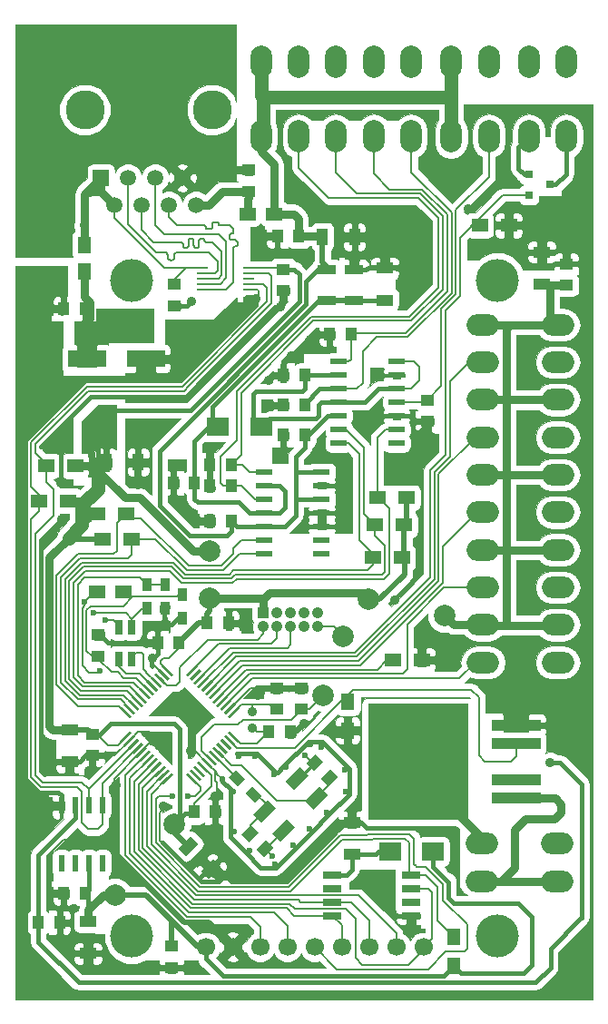
<source format=gbl>
G04 #@! TF.FileFunction,Copper,L4,Bot,Signal*
%FSLAX46Y46*%
G04 Gerber Fmt 4.6, Leading zero omitted, Abs format (unit mm)*
G04 Created by KiCad (PCBNEW 4.0.2-4+6225~38~ubuntu14.04.1-stable) date Do 17 Mär 2016 15:21:07 CET*
%MOMM*%
G01*
G04 APERTURE LIST*
%ADD10C,0.150000*%
%ADD11C,0.200000*%
%ADD12R,1.100000X0.250000*%
%ADD13R,1.500000X1.250000*%
%ADD14C,1.700000*%
%ADD15C,4.000000*%
%ADD16R,1.000000X1.250000*%
%ADD17C,3.649980*%
%ADD18R,1.501140X1.501140*%
%ADD19C,1.501140*%
%ADD20R,1.250000X1.000000*%
%ADD21R,1.500000X1.300000*%
%ADD22R,1.300000X1.500000*%
%ADD23R,1.500000X0.600000*%
%ADD24R,1.700000X0.900000*%
%ADD25R,1.050000X1.050000*%
%ADD26C,1.050000*%
%ADD27R,1.250000X1.500000*%
%ADD28C,0.050000*%
%ADD29R,0.800100X0.800100*%
%ADD30O,2.000000X3.014980*%
%ADD31O,3.014980X2.000000*%
%ADD32R,2.000000X1.700000*%
%ADD33R,3.599180X1.600200*%
%ADD34R,1.600000X1.000000*%
%ADD35R,1.000000X1.600000*%
%ADD36R,1.700000X0.650000*%
%ADD37R,0.800000X1.400000*%
%ADD38R,0.600000X1.550000*%
%ADD39R,0.900000X1.200000*%
%ADD40R,4.600000X1.100000*%
%ADD41R,9.400000X10.800000*%
%ADD42C,2.000000*%
%ADD43C,0.889000*%
%ADD44C,0.600000*%
%ADD45C,0.762000*%
%ADD46C,0.508000*%
%ADD47C,0.400000*%
%ADD48C,1.270000*%
%ADD49C,0.254000*%
%ADD50C,0.100000*%
G04 APERTURE END LIST*
D10*
D11*
X19822157Y-70884657D02*
X20387843Y-71450343D01*
D12*
X22850000Y-23750000D03*
X22850000Y-24250000D03*
X22850000Y-24750000D03*
X22850000Y-25250000D03*
X22850000Y-25750000D03*
X18550000Y-25750000D03*
X18550000Y-25250000D03*
X18550000Y-24750000D03*
X18550000Y-24250000D03*
X18550000Y-23750000D03*
D13*
X11196000Y-53975000D03*
X8696000Y-53975000D03*
D14*
X39160000Y-87100000D03*
X36620000Y-87100000D03*
X34080000Y-87100000D03*
X31540000Y-87100000D03*
X29000000Y-87100000D03*
X26460000Y-87100000D03*
X23920000Y-87100000D03*
X21380000Y-87100000D03*
D15*
X46050000Y-86100000D03*
X11950000Y-86100000D03*
X46050000Y-24900000D03*
X11950000Y-24900000D03*
D14*
X18840000Y-87100000D03*
D16*
X15803000Y-43799000D03*
X17803000Y-43799000D03*
D17*
X19438520Y-9000000D03*
X7569100Y-9000000D03*
D18*
X9055000Y-15350000D03*
D19*
X10325000Y-17890000D03*
X11595000Y-15350000D03*
X12865000Y-17890000D03*
X14135000Y-15350000D03*
X15405000Y-17890000D03*
X16675000Y-15350000D03*
X17945000Y-17890000D03*
D16*
X21232000Y-42148000D03*
X19232000Y-42148000D03*
D10*
G36*
X27065756Y-72459820D02*
X26287939Y-71682003D01*
X27631442Y-70338500D01*
X28409259Y-71116317D01*
X27065756Y-72459820D01*
X27065756Y-72459820D01*
G37*
G36*
X25844442Y-77273238D02*
X25066625Y-76495421D01*
X26410128Y-75151918D01*
X27187945Y-75929735D01*
X25844442Y-77273238D01*
X25844442Y-77273238D01*
G37*
G36*
X24048390Y-75477186D02*
X23270573Y-74699369D01*
X24614076Y-73355866D01*
X25391893Y-74133683D01*
X24048390Y-75477186D01*
X24048390Y-75477186D01*
G37*
G36*
X28861808Y-74255872D02*
X28083991Y-73478055D01*
X29427494Y-72134552D01*
X30205311Y-72912369D01*
X28861808Y-74255872D01*
X28861808Y-74255872D01*
G37*
G36*
X21979112Y-67854859D02*
X21802335Y-68031636D01*
X20883096Y-67112397D01*
X21059873Y-66935620D01*
X21979112Y-67854859D01*
X21979112Y-67854859D01*
G37*
G36*
X21625559Y-68208412D02*
X21448782Y-68385189D01*
X20529543Y-67465950D01*
X20706320Y-67289173D01*
X21625559Y-68208412D01*
X21625559Y-68208412D01*
G37*
G36*
X21272005Y-68561966D02*
X21095228Y-68738743D01*
X20175989Y-67819504D01*
X20352766Y-67642727D01*
X21272005Y-68561966D01*
X21272005Y-68561966D01*
G37*
G36*
X20918452Y-68915519D02*
X20741675Y-69092296D01*
X19822436Y-68173057D01*
X19999213Y-67996280D01*
X20918452Y-68915519D01*
X20918452Y-68915519D01*
G37*
G36*
X20564899Y-69269072D02*
X20388122Y-69445849D01*
X19468883Y-68526610D01*
X19645660Y-68349833D01*
X20564899Y-69269072D01*
X20564899Y-69269072D01*
G37*
G36*
X20211345Y-69622626D02*
X20034568Y-69799403D01*
X19115329Y-68880164D01*
X19292106Y-68703387D01*
X20211345Y-69622626D01*
X20211345Y-69622626D01*
G37*
G36*
X19857792Y-69976179D02*
X19681015Y-70152956D01*
X18761776Y-69233717D01*
X18938553Y-69056940D01*
X19857792Y-69976179D01*
X19857792Y-69976179D01*
G37*
G36*
X19504238Y-70329733D02*
X19327461Y-70506510D01*
X18408222Y-69587271D01*
X18584999Y-69410494D01*
X19504238Y-70329733D01*
X19504238Y-70329733D01*
G37*
G36*
X19150685Y-70683286D02*
X18973908Y-70860063D01*
X18054669Y-69940824D01*
X18231446Y-69764047D01*
X19150685Y-70683286D01*
X19150685Y-70683286D01*
G37*
G36*
X18797132Y-71036839D02*
X18620355Y-71213616D01*
X17701116Y-70294377D01*
X17877893Y-70117600D01*
X18797132Y-71036839D01*
X18797132Y-71036839D01*
G37*
G36*
X18443578Y-71390393D02*
X18266801Y-71567170D01*
X17347562Y-70647931D01*
X17524339Y-70471154D01*
X18443578Y-71390393D01*
X18443578Y-71390393D01*
G37*
G36*
X18090025Y-71743946D02*
X17913248Y-71920723D01*
X16994009Y-71001484D01*
X17170786Y-70824707D01*
X18090025Y-71743946D01*
X18090025Y-71743946D01*
G37*
G36*
X14908044Y-71920723D02*
X14731267Y-71743946D01*
X15650506Y-70824707D01*
X15827283Y-71001484D01*
X14908044Y-71920723D01*
X14908044Y-71920723D01*
G37*
G36*
X14554491Y-71567170D02*
X14377714Y-71390393D01*
X15296953Y-70471154D01*
X15473730Y-70647931D01*
X14554491Y-71567170D01*
X14554491Y-71567170D01*
G37*
G36*
X14200937Y-71213616D02*
X14024160Y-71036839D01*
X14943399Y-70117600D01*
X15120176Y-70294377D01*
X14200937Y-71213616D01*
X14200937Y-71213616D01*
G37*
G36*
X13847384Y-70860063D02*
X13670607Y-70683286D01*
X14589846Y-69764047D01*
X14766623Y-69940824D01*
X13847384Y-70860063D01*
X13847384Y-70860063D01*
G37*
G36*
X13493831Y-70506510D02*
X13317054Y-70329733D01*
X14236293Y-69410494D01*
X14413070Y-69587271D01*
X13493831Y-70506510D01*
X13493831Y-70506510D01*
G37*
G36*
X13140277Y-70152956D02*
X12963500Y-69976179D01*
X13882739Y-69056940D01*
X14059516Y-69233717D01*
X13140277Y-70152956D01*
X13140277Y-70152956D01*
G37*
G36*
X12786724Y-69799403D02*
X12609947Y-69622626D01*
X13529186Y-68703387D01*
X13705963Y-68880164D01*
X12786724Y-69799403D01*
X12786724Y-69799403D01*
G37*
G36*
X12433170Y-69445849D02*
X12256393Y-69269072D01*
X13175632Y-68349833D01*
X13352409Y-68526610D01*
X12433170Y-69445849D01*
X12433170Y-69445849D01*
G37*
G36*
X12079617Y-69092296D02*
X11902840Y-68915519D01*
X12822079Y-67996280D01*
X12998856Y-68173057D01*
X12079617Y-69092296D01*
X12079617Y-69092296D01*
G37*
G36*
X11726064Y-68738743D02*
X11549287Y-68561966D01*
X12468526Y-67642727D01*
X12645303Y-67819504D01*
X11726064Y-68738743D01*
X11726064Y-68738743D01*
G37*
G36*
X11372510Y-68385189D02*
X11195733Y-68208412D01*
X12114972Y-67289173D01*
X12291749Y-67465950D01*
X11372510Y-68385189D01*
X11372510Y-68385189D01*
G37*
G36*
X11018957Y-68031636D02*
X10842180Y-67854859D01*
X11761419Y-66935620D01*
X11938196Y-67112397D01*
X11018957Y-68031636D01*
X11018957Y-68031636D01*
G37*
G36*
X11938196Y-65592117D02*
X11761419Y-65768894D01*
X10842180Y-64849655D01*
X11018957Y-64672878D01*
X11938196Y-65592117D01*
X11938196Y-65592117D01*
G37*
G36*
X12291749Y-65238564D02*
X12114972Y-65415341D01*
X11195733Y-64496102D01*
X11372510Y-64319325D01*
X12291749Y-65238564D01*
X12291749Y-65238564D01*
G37*
G36*
X12645303Y-64885010D02*
X12468526Y-65061787D01*
X11549287Y-64142548D01*
X11726064Y-63965771D01*
X12645303Y-64885010D01*
X12645303Y-64885010D01*
G37*
G36*
X12998856Y-64531457D02*
X12822079Y-64708234D01*
X11902840Y-63788995D01*
X12079617Y-63612218D01*
X12998856Y-64531457D01*
X12998856Y-64531457D01*
G37*
G36*
X13352409Y-64177904D02*
X13175632Y-64354681D01*
X12256393Y-63435442D01*
X12433170Y-63258665D01*
X13352409Y-64177904D01*
X13352409Y-64177904D01*
G37*
G36*
X13705963Y-63824350D02*
X13529186Y-64001127D01*
X12609947Y-63081888D01*
X12786724Y-62905111D01*
X13705963Y-63824350D01*
X13705963Y-63824350D01*
G37*
G36*
X14059516Y-63470797D02*
X13882739Y-63647574D01*
X12963500Y-62728335D01*
X13140277Y-62551558D01*
X14059516Y-63470797D01*
X14059516Y-63470797D01*
G37*
G36*
X14413070Y-63117243D02*
X14236293Y-63294020D01*
X13317054Y-62374781D01*
X13493831Y-62198004D01*
X14413070Y-63117243D01*
X14413070Y-63117243D01*
G37*
G36*
X14766623Y-62763690D02*
X14589846Y-62940467D01*
X13670607Y-62021228D01*
X13847384Y-61844451D01*
X14766623Y-62763690D01*
X14766623Y-62763690D01*
G37*
G36*
X15120176Y-62410137D02*
X14943399Y-62586914D01*
X14024160Y-61667675D01*
X14200937Y-61490898D01*
X15120176Y-62410137D01*
X15120176Y-62410137D01*
G37*
G36*
X15473730Y-62056583D02*
X15296953Y-62233360D01*
X14377714Y-61314121D01*
X14554491Y-61137344D01*
X15473730Y-62056583D01*
X15473730Y-62056583D01*
G37*
G36*
X15827283Y-61703030D02*
X15650506Y-61879807D01*
X14731267Y-60960568D01*
X14908044Y-60783791D01*
X15827283Y-61703030D01*
X15827283Y-61703030D01*
G37*
G36*
X17170786Y-61879807D02*
X16994009Y-61703030D01*
X17913248Y-60783791D01*
X18090025Y-60960568D01*
X17170786Y-61879807D01*
X17170786Y-61879807D01*
G37*
G36*
X17524339Y-62233360D02*
X17347562Y-62056583D01*
X18266801Y-61137344D01*
X18443578Y-61314121D01*
X17524339Y-62233360D01*
X17524339Y-62233360D01*
G37*
G36*
X17877893Y-62586914D02*
X17701116Y-62410137D01*
X18620355Y-61490898D01*
X18797132Y-61667675D01*
X17877893Y-62586914D01*
X17877893Y-62586914D01*
G37*
G36*
X18231446Y-62940467D02*
X18054669Y-62763690D01*
X18973908Y-61844451D01*
X19150685Y-62021228D01*
X18231446Y-62940467D01*
X18231446Y-62940467D01*
G37*
G36*
X18584999Y-63294020D02*
X18408222Y-63117243D01*
X19327461Y-62198004D01*
X19504238Y-62374781D01*
X18584999Y-63294020D01*
X18584999Y-63294020D01*
G37*
G36*
X18938553Y-63647574D02*
X18761776Y-63470797D01*
X19681015Y-62551558D01*
X19857792Y-62728335D01*
X18938553Y-63647574D01*
X18938553Y-63647574D01*
G37*
G36*
X19292106Y-64001127D02*
X19115329Y-63824350D01*
X20034568Y-62905111D01*
X20211345Y-63081888D01*
X19292106Y-64001127D01*
X19292106Y-64001127D01*
G37*
G36*
X19645660Y-64354681D02*
X19468883Y-64177904D01*
X20388122Y-63258665D01*
X20564899Y-63435442D01*
X19645660Y-64354681D01*
X19645660Y-64354681D01*
G37*
G36*
X19999213Y-64708234D02*
X19822436Y-64531457D01*
X20741675Y-63612218D01*
X20918452Y-63788995D01*
X19999213Y-64708234D01*
X19999213Y-64708234D01*
G37*
G36*
X20352766Y-65061787D02*
X20175989Y-64885010D01*
X21095228Y-63965771D01*
X21272005Y-64142548D01*
X20352766Y-65061787D01*
X20352766Y-65061787D01*
G37*
G36*
X20706320Y-65415341D02*
X20529543Y-65238564D01*
X21448782Y-64319325D01*
X21625559Y-64496102D01*
X20706320Y-65415341D01*
X20706320Y-65415341D01*
G37*
G36*
X21059873Y-65768894D02*
X20883096Y-65592117D01*
X21802335Y-64672878D01*
X21979112Y-64849655D01*
X21059873Y-65768894D01*
X21059873Y-65768894D01*
G37*
D16*
X32408000Y-29956000D03*
X30408000Y-29956000D03*
D20*
X39536000Y-36068000D03*
X39536000Y-38068000D03*
D16*
X28090000Y-36560000D03*
X26090000Y-36560000D03*
X21232000Y-44053000D03*
X19232000Y-44053000D03*
D20*
X22835500Y-14605000D03*
X22835500Y-16605000D03*
D10*
G36*
X28207805Y-69981199D02*
X29091688Y-69097316D01*
X29798795Y-69804423D01*
X28914912Y-70688306D01*
X28207805Y-69981199D01*
X28207805Y-69981199D01*
G37*
G36*
X29622019Y-71395413D02*
X30505902Y-70511530D01*
X31213009Y-71218637D01*
X30329126Y-72102520D01*
X29622019Y-71395413D01*
X29622019Y-71395413D01*
G37*
G36*
X25187256Y-77837086D02*
X24303373Y-78720969D01*
X23596266Y-78013862D01*
X24480149Y-77129979D01*
X25187256Y-77837086D01*
X25187256Y-77837086D01*
G37*
G36*
X23773042Y-76422872D02*
X22889159Y-77306755D01*
X22182052Y-76599648D01*
X23065935Y-75715765D01*
X23773042Y-76422872D01*
X23773042Y-76422872D01*
G37*
D16*
X17750000Y-74500000D03*
X19750000Y-74500000D03*
D20*
X25439000Y-64928500D03*
X25439000Y-62928500D03*
X8250000Y-67250000D03*
X8250000Y-69250000D03*
D16*
X24750000Y-67000000D03*
X26750000Y-67000000D03*
X16342500Y-58721500D03*
X14342500Y-58721500D03*
D10*
G36*
X20996945Y-71215738D02*
X21633341Y-70579342D01*
X22481869Y-71427870D01*
X21845473Y-72064266D01*
X20996945Y-71215738D01*
X20996945Y-71215738D01*
G37*
G36*
X22552579Y-72771372D02*
X23188975Y-72134976D01*
X24037503Y-72983504D01*
X23401107Y-73619900D01*
X22552579Y-72771372D01*
X22552579Y-72771372D01*
G37*
D16*
X5579500Y-27543000D03*
X7579500Y-27543000D03*
D21*
X36281000Y-60309000D03*
X38981000Y-60309000D03*
X44409000Y-19796000D03*
X47109000Y-19796000D03*
D22*
X32093800Y-64216800D03*
X32093800Y-66916800D03*
D23*
X24263000Y-50403000D03*
X24263000Y-49133000D03*
X24263000Y-47863000D03*
X24263000Y-46593000D03*
X24263000Y-45323000D03*
X24263000Y-44053000D03*
X24263000Y-42783000D03*
X29663000Y-42783000D03*
X29663000Y-44053000D03*
X29663000Y-45323000D03*
X29663000Y-46593000D03*
X29663000Y-47863000D03*
X29663000Y-49133000D03*
X29663000Y-50403000D03*
D20*
X27725000Y-64928500D03*
X27725000Y-62928500D03*
X15914000Y-25273000D03*
X15914000Y-27273000D03*
D16*
X19232000Y-47355000D03*
X21232000Y-47355000D03*
X26090000Y-39354000D03*
X28090000Y-39354000D03*
D13*
X22728500Y-18716500D03*
X25228500Y-18716500D03*
D24*
X30138000Y-23934000D03*
X30138000Y-26834000D03*
X32678000Y-26834000D03*
X32678000Y-23934000D03*
D21*
X6012800Y-45466000D03*
X3312800Y-45466000D03*
X6660500Y-42227500D03*
X3960500Y-42227500D03*
X8748400Y-46685200D03*
X11448400Y-46685200D03*
X37584000Y-45196000D03*
X34884000Y-45196000D03*
X37330000Y-47736000D03*
X34630000Y-47736000D03*
X37139500Y-50784000D03*
X34439500Y-50784000D03*
X9231000Y-49022000D03*
X11931000Y-49022000D03*
D23*
X31248000Y-40116000D03*
X31248000Y-38846000D03*
X31248000Y-37576000D03*
X31248000Y-36306000D03*
X31248000Y-35036000D03*
X31248000Y-33766000D03*
X31248000Y-32496000D03*
X36648000Y-32496000D03*
X36648000Y-33766000D03*
X36648000Y-35036000D03*
X36648000Y-36306000D03*
X36648000Y-37576000D03*
X36648000Y-38846000D03*
X36648000Y-40116000D03*
D25*
X24232500Y-55927500D03*
D26*
X25502500Y-55927500D03*
X26772500Y-55927500D03*
X28042500Y-55927500D03*
X29312500Y-55927500D03*
X25502500Y-57197500D03*
X26772500Y-57197500D03*
X28042500Y-57197500D03*
X29312500Y-57197500D03*
X24232500Y-57197500D03*
D27*
X7500000Y-24100000D03*
X7500000Y-21600000D03*
D28*
X19822157Y-70884657D03*
X20387843Y-71450343D03*
D29*
X48999240Y-16950000D03*
X48999240Y-15050000D03*
X50998220Y-16000000D03*
D30*
X38000000Y-4500000D03*
X34500000Y-4500000D03*
X31000000Y-4500000D03*
X27500000Y-4500000D03*
X24000000Y-4500000D03*
X38000000Y-11500000D03*
X34500000Y-11500000D03*
X31000000Y-11500000D03*
X24000000Y-11500000D03*
X27500000Y-11500000D03*
D31*
X51600000Y-80950000D03*
X51600000Y-77450000D03*
X44600000Y-77450000D03*
X44600000Y-80950000D03*
D30*
X45250000Y-4500000D03*
X41750000Y-4500000D03*
X41750000Y-11500000D03*
X45250000Y-11500000D03*
X52500000Y-4500000D03*
X49000000Y-4500000D03*
X49000000Y-11500000D03*
X52500000Y-11500000D03*
D31*
X44700000Y-60550000D03*
X51700000Y-60550000D03*
X51700000Y-57050000D03*
X44700000Y-57050000D03*
X51700000Y-29050000D03*
X44700000Y-29050000D03*
X51700000Y-53550000D03*
X44700000Y-53550000D03*
X51700000Y-50050000D03*
X44700000Y-50050000D03*
X51700000Y-46550000D03*
X51700000Y-43050000D03*
X51700000Y-39550000D03*
X51700000Y-36050000D03*
X51700000Y-32550000D03*
X44700000Y-46550000D03*
X44700000Y-43050000D03*
X44700000Y-39550000D03*
X44700000Y-32550000D03*
X44700000Y-36050000D03*
D20*
X52490000Y-25368000D03*
X52490000Y-23368000D03*
D16*
X7593200Y-82092800D03*
X5593200Y-82092800D03*
X25518500Y-20812000D03*
X27518500Y-20812000D03*
X26090000Y-33766000D03*
X28090000Y-33766000D03*
D20*
X26074000Y-25876000D03*
X26074000Y-23876000D03*
D32*
X24010000Y-38592000D03*
X20010000Y-38592000D03*
D10*
G36*
X16270101Y-77901472D02*
X17401472Y-76770101D01*
X18108579Y-77477208D01*
X16977208Y-78608579D01*
X16270101Y-77901472D01*
X16270101Y-77901472D01*
G37*
G36*
X18391421Y-80022792D02*
X19522792Y-78891421D01*
X20229899Y-79598528D01*
X19098528Y-80729899D01*
X18391421Y-80022792D01*
X18391421Y-80022792D01*
G37*
D33*
X7749180Y-32250000D03*
X13250820Y-32250000D03*
D16*
X18978000Y-56880000D03*
X20978000Y-56880000D03*
D34*
X35535500Y-23757000D03*
X35535500Y-26757000D03*
D35*
X32717500Y-20875500D03*
X29717500Y-20875500D03*
X12524500Y-41894000D03*
X9524500Y-41894000D03*
D34*
X6135000Y-66835400D03*
X6135000Y-69835400D03*
X50204000Y-25296500D03*
X50204000Y-22296500D03*
X7863200Y-84707600D03*
X7863200Y-87707600D03*
D36*
X37979000Y-80375000D03*
X37979000Y-81645000D03*
X37979000Y-82915000D03*
X37979000Y-84185000D03*
X30679000Y-84185000D03*
X30679000Y-82915000D03*
X30679000Y-81645000D03*
X30679000Y-80375000D03*
D34*
X32474800Y-75471400D03*
X32474800Y-78471400D03*
D32*
X36062800Y-78190600D03*
X40062800Y-78190600D03*
D20*
X8803000Y-57991500D03*
X8803000Y-59991500D03*
D37*
X11943000Y-60237500D03*
X10743000Y-57237500D03*
X10743000Y-60237500D03*
X11943000Y-57237500D03*
D20*
X15635600Y-87011000D03*
X15635600Y-89011000D03*
D38*
X9183000Y-79290400D03*
X7913000Y-79290400D03*
X6643000Y-79290400D03*
X5373000Y-79290400D03*
X5373000Y-73890400D03*
X6643000Y-73890400D03*
X7913000Y-73890400D03*
X9183000Y-73890400D03*
D39*
X16677000Y-56408500D03*
X16677000Y-54208500D03*
X13375000Y-53319500D03*
X13375000Y-55519500D03*
X15026000Y-55519500D03*
X15026000Y-53319500D03*
D16*
X5231000Y-84810600D03*
X3231000Y-84810600D03*
D40*
X47791000Y-73234000D03*
X47791000Y-71534000D03*
X47791000Y-68134000D03*
D41*
X38641000Y-69834000D03*
D40*
X47791000Y-66434000D03*
D22*
X42000000Y-88850000D03*
X42000000Y-86150000D03*
D42*
X31662000Y-58086500D03*
X29820500Y-63611000D03*
X41100000Y-56200000D03*
X34036000Y-54686200D03*
X19241400Y-54594000D03*
X19165200Y-50174400D03*
D43*
X8250000Y-38000000D03*
X8250000Y-39000000D03*
X8250000Y-40000000D03*
X9500000Y-39000000D03*
X9500000Y-40000000D03*
X9500000Y-38000000D03*
D42*
X10376800Y-82229200D03*
X15914000Y-75676000D03*
D43*
X23216500Y-65135000D03*
X23216500Y-66659000D03*
D44*
X20387843Y-71450343D03*
X21375000Y-72628000D03*
X21502000Y-76311000D03*
X22899000Y-78089000D03*
X26963000Y-77581000D03*
X25312000Y-79359000D03*
X28487000Y-76057000D03*
X30138000Y-74533000D03*
X31916000Y-72628000D03*
X31789000Y-70596000D03*
X29630000Y-68437000D03*
X28614000Y-68183000D03*
X26328000Y-70342000D03*
X25185000Y-70977000D03*
X23407000Y-69326000D03*
X21883000Y-69326000D03*
X25058000Y-78597000D03*
X28106000Y-69199000D03*
D43*
X36107000Y-83804000D03*
X33426400Y-81026000D03*
X27500000Y-16200000D03*
X38000000Y-19250000D03*
X25857200Y-9499600D03*
X54203600Y-27305000D03*
X54127400Y-37922200D03*
X54025800Y-51816000D03*
X5500000Y-24250000D03*
X1778000Y-24434800D03*
X1574800Y-66421000D03*
X1625600Y-52476400D03*
X43357800Y-18262600D03*
X47244000Y-9144000D03*
X54000000Y-14000000D03*
X47421800Y-15773400D03*
X39827200Y-9499600D03*
X41783000Y-16662400D03*
X36474400Y-54762400D03*
X36626800Y-42951400D03*
X41706800Y-79781400D03*
X41084500Y-76263500D03*
X9906000Y-89001600D03*
X53949600Y-90551000D03*
X53873400Y-87045800D03*
X9900000Y-77050000D03*
X10500000Y-72000000D03*
X4200000Y-70600000D03*
X4231000Y-75488800D03*
X1950000Y-72600000D03*
X6700000Y-34500000D03*
X2200000Y-39000000D03*
X37500000Y-26500000D03*
X47854500Y-21764500D03*
X44000000Y-22000000D03*
X51000000Y-66500000D03*
X2159000Y-90424000D03*
X6731000Y-77089000D03*
X17500000Y-64500000D03*
X17500000Y-89000000D03*
X6500000Y-83500000D03*
X5500000Y-87000000D03*
X5422900Y-47231300D03*
X4053200Y-40563800D03*
X5323200Y-43815000D03*
X14961500Y-57007000D03*
X17438000Y-68818000D03*
X15000000Y-65000000D03*
X30849200Y-76184000D03*
X20638400Y-80375000D03*
X14923400Y-73948800D03*
X34750000Y-33750000D03*
X29250000Y-41250000D03*
X28000000Y-66250000D03*
X28000000Y-22750000D03*
X23750000Y-20750000D03*
X19500000Y-40500000D03*
X18250000Y-31000000D03*
X19750000Y-29500000D03*
X18250000Y-29500000D03*
X12548500Y-43989500D03*
X16104500Y-42084500D03*
X22327500Y-56816500D03*
X33948000Y-20939000D03*
X35599000Y-22590000D03*
X24750000Y-34250000D03*
X25750000Y-41000000D03*
X16000000Y-45500000D03*
X17750000Y-47250000D03*
X31500000Y-47750000D03*
X28000000Y-48000000D03*
X40679000Y-60182000D03*
X23661000Y-63611000D03*
X30265000Y-66913000D03*
X19851000Y-76311000D03*
X19748500Y-73025000D03*
X52426500Y-21383500D03*
X34964000Y-37576000D03*
X38520000Y-39354000D03*
X24550000Y-36560000D03*
X28614000Y-30464000D03*
X26836000Y-31988000D03*
X32932000Y-22844000D03*
X13882000Y-60182000D03*
X8100000Y-70600000D03*
X23534000Y-26654000D03*
X25820000Y-27416000D03*
X14136000Y-67548000D03*
D44*
X17133200Y-72983600D03*
X15710800Y-72983600D03*
D43*
X11850000Y-29702000D03*
X11850000Y-28432000D03*
X10580000Y-29702000D03*
X9310000Y-28432000D03*
X9310000Y-29702000D03*
X10580000Y-28432000D03*
X7532000Y-19796000D03*
X5000000Y-22000000D03*
X7250000Y-12750000D03*
X5250000Y-2250000D03*
X20250000Y-2500000D03*
X18000000Y-4000000D03*
X17500000Y-26900000D03*
D44*
X9501500Y-56578500D03*
X8358500Y-55943500D03*
D43*
X50990500Y-69913500D03*
D44*
X8955400Y-61341000D03*
X7533000Y-54864000D03*
D11*
X27725000Y-64928500D02*
X28503000Y-64928500D01*
X30773000Y-57197500D02*
X29312500Y-57197500D01*
X31662000Y-58086500D02*
X30773000Y-57197500D01*
X28503000Y-64928500D02*
X29820500Y-63611000D01*
X27725000Y-64928500D02*
X27725000Y-65008000D01*
X27725000Y-65008000D02*
X26836000Y-65897000D01*
X26836000Y-65897000D02*
X22327500Y-65897000D01*
X22327500Y-65897000D02*
X21870300Y-66354200D01*
X21870300Y-66354200D02*
X19647800Y-66354200D01*
X19309784Y-69604948D02*
X19309784Y-69597584D01*
X19309784Y-69597584D02*
X18479400Y-68767200D01*
X18479400Y-67522600D02*
X19647800Y-66354200D01*
X18479400Y-68767200D02*
X18479400Y-67522600D01*
X32805000Y-88122000D02*
X32805000Y-84439000D01*
X27166200Y-83550000D02*
X26696204Y-83080004D01*
X26696204Y-83080004D02*
X17614628Y-83080004D01*
X12573996Y-71956674D02*
X14218615Y-70312055D01*
X12573996Y-78039372D02*
X12573996Y-71956674D01*
X17614628Y-83080004D02*
X12573996Y-78039372D01*
X31916000Y-83550000D02*
X27166200Y-83550000D01*
X32805000Y-84439000D02*
X31916000Y-83550000D01*
X37979000Y-81645000D02*
X39586800Y-81645000D01*
X39967800Y-86292200D02*
X39160000Y-87100000D01*
X39967800Y-82026000D02*
X39967800Y-86292200D01*
X39586800Y-81645000D02*
X39967800Y-82026000D01*
X33440000Y-88757000D02*
X32805000Y-88122000D01*
X37758000Y-88757000D02*
X33440000Y-88757000D01*
X37758000Y-88757000D02*
X39160000Y-87355000D01*
X39160000Y-87100000D02*
X39160000Y-87355000D01*
X31540000Y-87100000D02*
X31540000Y-85046000D01*
X31540000Y-85046000D02*
X30679000Y-84185000D01*
X30679000Y-84185000D02*
X27115400Y-84185000D01*
X26410406Y-83480006D02*
X27115400Y-84185000D01*
X12173994Y-71649570D02*
X13865062Y-69958502D01*
X12173994Y-78205058D02*
X12173994Y-71649570D01*
X17448942Y-83480006D02*
X12173994Y-78205058D01*
X17448942Y-83480006D02*
X26410406Y-83480006D01*
X34080000Y-87100000D02*
X34080000Y-84596400D01*
X32398600Y-82915000D02*
X30679000Y-82915000D01*
X34080000Y-84596400D02*
X32398600Y-82915000D01*
X30679000Y-82915000D02*
X27699600Y-82915000D01*
X27699600Y-82915000D02*
X27464602Y-82680002D01*
X27464602Y-82680002D02*
X17780314Y-82680002D01*
X12973998Y-72263778D02*
X14572168Y-70665608D01*
X12973998Y-77873686D02*
X12973998Y-72263778D01*
X17780314Y-82680002D02*
X12973998Y-77873686D01*
X9183000Y-75565000D02*
X9183000Y-75653000D01*
X7874000Y-76073000D02*
X7279000Y-75478000D01*
X8763000Y-76073000D02*
X7874000Y-76073000D01*
X9183000Y-75653000D02*
X8763000Y-76073000D01*
X9183000Y-73890400D02*
X9183000Y-75565000D01*
X7279000Y-75478000D02*
X7279000Y-75387200D01*
X2554002Y-71227890D02*
X2554002Y-51993800D01*
X7279000Y-75387200D02*
X7279000Y-72574102D01*
X7279000Y-72574102D02*
X6872600Y-72167702D01*
X6872600Y-72167702D02*
X3493814Y-72167702D01*
X3493814Y-72167702D02*
X2554002Y-71227890D01*
X3312800Y-45466000D02*
X3312800Y-46409600D01*
X2554002Y-47168398D02*
X2554002Y-51993800D01*
X3312800Y-46409600D02*
X2554002Y-47168398D01*
X2554002Y-40013998D02*
X2554002Y-44186502D01*
X2554002Y-40013998D02*
X7735200Y-34832800D01*
X24550000Y-26908000D02*
X16625200Y-34832800D01*
X24550000Y-25638000D02*
X24550000Y-26908000D01*
X22850000Y-25250000D02*
X24162000Y-25250000D01*
X24162000Y-25250000D02*
X24550000Y-25638000D01*
X16625200Y-34832800D02*
X7735200Y-34832800D01*
X2554002Y-44186502D02*
X3262000Y-44894500D01*
X2554002Y-51250000D02*
X2554002Y-51993800D01*
X9183000Y-73890400D02*
X9183000Y-71812136D01*
X9183000Y-71812136D02*
X9183000Y-71815200D01*
X9183000Y-71812136D02*
X12450848Y-68544288D01*
X12450848Y-68544288D02*
X12441212Y-68544288D01*
X3659500Y-71767700D02*
X7306700Y-71767700D01*
X7306700Y-71767700D02*
X7913000Y-72374000D01*
X3659500Y-71767700D02*
X2954004Y-71062204D01*
X3960500Y-42227500D02*
X3960500Y-42027496D01*
X3960500Y-42027496D02*
X2954004Y-41021000D01*
X2954004Y-41021000D02*
X2954004Y-40179684D01*
X2954004Y-48546396D02*
X4612000Y-46888400D01*
X4612000Y-46888400D02*
X4612000Y-44399200D01*
X4612000Y-44399200D02*
X3960500Y-43747700D01*
X3960500Y-43747700D02*
X3960500Y-42227500D01*
X2954004Y-71062204D02*
X2954004Y-48546396D01*
X2954004Y-40179684D02*
X7900886Y-35232802D01*
X7900886Y-35232802D02*
X16810088Y-35232802D01*
X16810088Y-35232802D02*
X17271445Y-34771445D01*
X17271445Y-34771445D02*
X17271445Y-34752243D01*
X8700400Y-71587630D02*
X8699370Y-71587630D01*
X7913000Y-72374000D02*
X7913000Y-73890400D01*
X8699370Y-71587630D02*
X7913000Y-72374000D01*
X24686000Y-24250000D02*
X22850000Y-24250000D01*
X24686000Y-24250000D02*
X24950002Y-24514002D01*
X24950002Y-24514002D02*
X24950002Y-27073686D01*
X24950002Y-27073686D02*
X17271445Y-34752243D01*
X17271445Y-34752243D02*
X17095686Y-34928002D01*
X8700400Y-71587630D02*
X12097295Y-68190735D01*
X12097295Y-68190735D02*
X12096265Y-68190735D01*
X25502500Y-57197500D02*
X25502500Y-58251984D01*
X20050332Y-58823484D02*
X17542017Y-61331799D01*
X24931000Y-58823484D02*
X20050332Y-58823484D01*
X25502500Y-58251984D02*
X24931000Y-58823484D01*
X17542017Y-61331799D02*
X17542017Y-61322583D01*
X14572168Y-62038906D02*
X14595906Y-62038906D01*
X14595906Y-62038906D02*
X15215500Y-62658500D01*
X24232500Y-57896000D02*
X24232500Y-57197500D01*
X23705018Y-58423482D02*
X24232500Y-57896000D01*
X19006018Y-58423482D02*
X23705018Y-58423482D01*
X16422000Y-61007500D02*
X19006018Y-58423482D01*
X16422000Y-62341000D02*
X16422000Y-61007500D01*
X16104500Y-62658500D02*
X16422000Y-62341000D01*
X15215500Y-62658500D02*
X16104500Y-62658500D01*
X14572168Y-62038906D02*
X14572168Y-62040568D01*
X26772500Y-57197500D02*
X26772500Y-58905986D01*
X21064544Y-59223486D02*
X18249124Y-62038906D01*
X26455000Y-59223486D02*
X21064544Y-59223486D01*
X26772500Y-58905986D02*
X26455000Y-59223486D01*
D45*
X44700000Y-57050000D02*
X41950000Y-57050000D01*
X41950000Y-57050000D02*
X41100000Y-56200000D01*
D46*
X37377000Y-52298600D02*
X37377000Y-52386600D01*
X35077400Y-54686200D02*
X34036000Y-54686200D01*
X37377000Y-52386600D02*
X35077400Y-54686200D01*
D45*
X30429200Y-54086000D02*
X33435800Y-54086000D01*
X24804000Y-54086000D02*
X30302200Y-54086000D01*
X30302200Y-54086000D02*
X30429200Y-54086000D01*
X33435800Y-54086000D02*
X34036000Y-54686200D01*
D46*
X37377000Y-52298600D02*
X37377000Y-50831000D01*
D47*
X40500000Y-89798400D02*
X41051600Y-89798400D01*
X41051600Y-89798400D02*
X42000000Y-88850000D01*
X40062800Y-78190600D02*
X40062800Y-79605690D01*
X48500000Y-89500000D02*
X42650000Y-89500000D01*
X49250000Y-88750000D02*
X48500000Y-89500000D01*
X49250000Y-84250000D02*
X49250000Y-88750000D01*
X48000000Y-83000000D02*
X49250000Y-84250000D01*
X41957110Y-83000000D02*
X48000000Y-83000000D01*
X41500002Y-82542892D02*
X41957110Y-83000000D01*
X41500002Y-81042892D02*
X41500002Y-82542892D01*
X40062800Y-79605690D02*
X41500002Y-81042892D01*
X42650000Y-89500000D02*
X42000000Y-88850000D01*
D48*
X8779140Y-44372260D02*
X8779140Y-42367200D01*
D47*
X50981000Y-50065000D02*
X46902000Y-50065000D01*
X46990000Y-49911000D02*
X46902000Y-49911000D01*
X46990000Y-49977000D02*
X46990000Y-49911000D01*
X46902000Y-50065000D02*
X46990000Y-49977000D01*
X50981000Y-43065000D02*
X46902000Y-43065000D01*
X46990000Y-43053000D02*
X46902000Y-43053000D01*
X46914000Y-43053000D02*
X46990000Y-43053000D01*
X46902000Y-43065000D02*
X46914000Y-43053000D01*
X43981000Y-36065000D02*
X46902000Y-36065000D01*
X46902000Y-36065000D02*
X46902000Y-29446000D01*
X46902000Y-29446000D02*
X46863000Y-29407000D01*
X46521000Y-29065000D02*
X43981000Y-29065000D01*
X46863000Y-29407000D02*
X46521000Y-29065000D01*
D46*
X9231000Y-49022000D02*
X6136000Y-49022000D01*
X6136000Y-49022000D02*
X6059800Y-48945800D01*
X8779140Y-44372260D02*
X7304400Y-45847000D01*
X7304400Y-45847000D02*
X7304400Y-46649000D01*
X7304400Y-46649000D02*
X7340600Y-46685200D01*
X7340600Y-46685200D02*
X8748400Y-46685200D01*
X6660500Y-42227500D02*
X8639440Y-42227500D01*
X8639440Y-42227500D02*
X8779140Y-42367200D01*
X15635600Y-87011000D02*
X15635600Y-84617968D01*
X15635600Y-84617968D02*
X15508816Y-84491184D01*
D45*
X10376800Y-82229200D02*
X9270800Y-82229200D01*
X7863200Y-83636800D02*
X7863200Y-84707600D01*
X9270800Y-82229200D02*
X7863200Y-83636800D01*
D47*
X7863200Y-84707600D02*
X7863200Y-82362800D01*
X7863200Y-82362800D02*
X7593200Y-82092800D01*
X7913000Y-79290400D02*
X7913000Y-81773000D01*
X7913000Y-81773000D02*
X7593200Y-82092800D01*
D48*
X8779140Y-44372260D02*
X7304400Y-45847000D01*
X7304400Y-47701200D02*
X6059800Y-48945800D01*
X7304400Y-45847000D02*
X7304400Y-47701200D01*
D45*
X7685400Y-45466000D02*
X7685400Y-46917600D01*
X7685400Y-46917600D02*
X7859400Y-47091600D01*
X6012800Y-45466000D02*
X7685400Y-45466000D01*
X8779140Y-42367200D02*
X8779140Y-42148000D01*
X7685400Y-45466000D02*
X8779140Y-44372260D01*
X4235008Y-53111400D02*
X4235008Y-50770592D01*
X4235008Y-50770592D02*
X6059800Y-48945800D01*
D46*
X19241400Y-54594000D02*
X19241400Y-55758600D01*
X18978000Y-56022000D02*
X18978000Y-56880000D01*
X19241400Y-55758600D02*
X18978000Y-56022000D01*
D45*
X4570408Y-66835400D02*
X6135000Y-66835400D01*
X4235008Y-66500000D02*
X4570408Y-66835400D01*
X4235008Y-53076606D02*
X4235008Y-53111400D01*
X4235008Y-53111400D02*
X4235008Y-66500000D01*
X8779140Y-42800000D02*
X8900000Y-42800000D01*
X17692396Y-50174400D02*
X19165200Y-50174400D01*
X12717996Y-45200000D02*
X17692396Y-50174400D01*
X11300000Y-45200000D02*
X12717996Y-45200000D01*
X8900000Y-42800000D02*
X11300000Y-45200000D01*
D46*
X10376800Y-82229200D02*
X13246832Y-82229200D01*
X13246832Y-82229200D02*
X13750000Y-82732368D01*
D47*
X13246832Y-82229200D02*
X13750000Y-82732368D01*
X13750000Y-82732368D02*
X13750000Y-82750000D01*
D11*
X8250000Y-67250000D02*
X8750000Y-67250000D01*
X8750000Y-67250000D02*
X9750000Y-68250000D01*
X10623816Y-68250000D02*
X11390188Y-67483628D01*
X9750000Y-68250000D02*
X10623816Y-68250000D01*
D47*
X8250000Y-67250000D02*
X9000000Y-67250000D01*
X16422000Y-75168000D02*
X15914000Y-75676000D01*
X16422000Y-75168000D02*
X16422000Y-66786000D01*
X15914000Y-66278000D02*
X16422000Y-66786000D01*
X9972000Y-66278000D02*
X15914000Y-66278000D01*
X9000000Y-67250000D02*
X9972000Y-66278000D01*
D46*
X7835400Y-66835400D02*
X8250000Y-67250000D01*
D45*
X24296000Y-54594000D02*
X19241400Y-54594000D01*
D46*
X18117632Y-87100000D02*
X15508816Y-84491184D01*
X15508816Y-84491184D02*
X13750000Y-82732368D01*
D47*
X18840000Y-88203200D02*
X18840000Y-87100000D01*
X20435200Y-89798400D02*
X18840000Y-88203200D01*
X40602800Y-89798400D02*
X40500000Y-89798400D01*
X40500000Y-89798400D02*
X20435200Y-89798400D01*
D11*
X18840000Y-87100000D02*
X18840000Y-87365000D01*
X18840000Y-87100000D02*
X18840000Y-87390400D01*
X19343000Y-71052378D02*
X19343000Y-72094600D01*
X17750000Y-73687600D02*
X17750000Y-74500000D01*
X19343000Y-72094600D02*
X17750000Y-73687600D01*
D46*
X15914000Y-75676000D02*
X15914000Y-76414000D01*
X15914000Y-76414000D02*
X17189340Y-77689340D01*
D11*
X8250000Y-40000000D02*
X8250000Y-39000000D01*
X9500000Y-40000000D02*
X9500000Y-39000000D01*
X9947000Y-37447000D02*
X9947000Y-37553000D01*
X9947000Y-37553000D02*
X9500000Y-38000000D01*
D45*
X50331000Y-25368000D02*
X52236000Y-25368000D01*
D48*
X8779140Y-42800000D02*
X8779140Y-42148000D01*
D47*
X9947000Y-37447000D02*
X8779140Y-38614860D01*
X8779140Y-38614860D02*
X8779140Y-42148000D01*
D45*
X24296000Y-54594000D02*
X24804000Y-54086000D01*
D46*
X37584000Y-45196000D02*
X37584000Y-47482000D01*
X37584000Y-47482000D02*
X37330000Y-47736000D01*
X37330000Y-50784000D02*
X37330000Y-47736000D01*
X37377000Y-50831000D02*
X37330000Y-50784000D01*
D47*
X17438000Y-37068000D02*
X10326000Y-37068000D01*
X26074000Y-23876000D02*
X27106000Y-23876000D01*
X27598000Y-26908000D02*
X17438000Y-37068000D01*
X27598000Y-24368000D02*
X27598000Y-26908000D01*
X27106000Y-23876000D02*
X27598000Y-24368000D01*
X10326000Y-37068000D02*
X9947000Y-37447000D01*
D46*
X18840000Y-87100000D02*
X18117632Y-87100000D01*
D47*
X10376800Y-82229200D02*
X10249800Y-82229200D01*
X10249800Y-82229200D02*
X10376800Y-82229200D01*
X10376800Y-82229200D02*
X10249800Y-82229200D01*
D45*
X24232500Y-55927500D02*
X24232500Y-54657500D01*
X24232500Y-54657500D02*
X24804000Y-54086000D01*
X50966000Y-25368000D02*
X50966000Y-29050000D01*
X50966000Y-29050000D02*
X50981000Y-29065000D01*
X46902000Y-57065000D02*
X46902000Y-49911000D01*
X46902000Y-49911000D02*
X46902000Y-43053000D01*
X46902000Y-43053000D02*
X46902000Y-29446000D01*
X46902000Y-29446000D02*
X47283000Y-29065000D01*
X43981000Y-57065000D02*
X46902000Y-57065000D01*
X46902000Y-57065000D02*
X50981000Y-57065000D01*
D11*
X24693000Y-67040000D02*
X23597500Y-67040000D01*
X23597500Y-67040000D02*
X23216500Y-66659000D01*
X23632502Y-68100498D02*
X24693000Y-67040000D01*
D45*
X43981000Y-50065000D02*
X50981000Y-50065000D01*
X43981000Y-43065000D02*
X50981000Y-43065000D01*
X43981000Y-36065000D02*
X50981000Y-36065000D01*
X43981000Y-29065000D02*
X47283000Y-29065000D01*
X47283000Y-29065000D02*
X50981000Y-29065000D01*
D47*
X18840000Y-87100000D02*
X18194000Y-87100000D01*
D11*
X22850000Y-23750000D02*
X25948000Y-23750000D01*
X25948000Y-23750000D02*
X26074000Y-23876000D01*
D47*
X17708000Y-74660000D02*
X16930000Y-74660000D01*
X16930000Y-74660000D02*
X15914000Y-75676000D01*
D11*
X17708000Y-73898000D02*
X17708000Y-74660000D01*
X19343000Y-71052378D02*
X18602677Y-70312055D01*
X16342500Y-58721500D02*
X16342500Y-59245500D01*
X16342500Y-59245500D02*
X15406000Y-60182000D01*
X14644000Y-60696524D02*
X15279275Y-61331799D01*
X14644000Y-60436000D02*
X14644000Y-60696524D01*
X14898000Y-60182000D02*
X14644000Y-60436000D01*
X15406000Y-60182000D02*
X14898000Y-60182000D01*
D46*
X18978000Y-56880000D02*
X18184000Y-56880000D01*
X18184000Y-56880000D02*
X16342500Y-58721500D01*
D47*
X15914000Y-74914000D02*
X15914000Y-75676000D01*
D11*
X23216500Y-65135000D02*
X23216500Y-64500000D01*
X23216500Y-64500000D02*
X23216500Y-64563500D01*
X21431104Y-67483628D02*
X21437628Y-67483628D01*
X21437628Y-67483628D02*
X22054498Y-68100498D01*
X22054498Y-68100498D02*
X23632502Y-68100498D01*
X21431104Y-65220886D02*
X21431104Y-65205896D01*
X21431104Y-65205896D02*
X22137000Y-64500000D01*
X22137000Y-64500000D02*
X23216500Y-64500000D01*
X23216500Y-64500000D02*
X24820000Y-64500000D01*
X24820000Y-64500000D02*
X25248500Y-64928500D01*
X21431104Y-65220886D02*
X21416114Y-65220886D01*
D46*
X6135000Y-66835400D02*
X7835400Y-66835400D01*
D11*
X29144649Y-73195212D02*
X28893204Y-73446656D01*
X28893204Y-73446656D02*
X25480707Y-73446660D01*
X25480707Y-73446660D02*
X22158009Y-70123964D01*
X22158009Y-70123964D02*
X21243015Y-70123963D01*
X21243015Y-70123963D02*
X20016893Y-68897842D01*
X28983006Y-73338897D02*
X30417513Y-71904389D01*
X30417513Y-71904389D02*
X30417514Y-71307025D01*
X28533993Y-73698105D02*
X29503860Y-72728238D01*
X22977546Y-75752251D02*
X22977548Y-76511260D01*
X24169589Y-74560211D02*
X22977546Y-75752251D01*
X24690443Y-73949554D02*
X23135091Y-72394201D01*
D45*
X51235000Y-80982000D02*
X46422000Y-80982000D01*
X47791000Y-73234000D02*
X51445000Y-73234000D01*
X46422000Y-80982000D02*
X44235000Y-80982000D01*
X47664000Y-79740000D02*
X46422000Y-80982000D01*
X47664000Y-76184000D02*
X47664000Y-79740000D01*
X48680000Y-75168000D02*
X47664000Y-76184000D01*
X51347000Y-75168000D02*
X48680000Y-75168000D01*
X51982000Y-74533000D02*
X51347000Y-75168000D01*
X51982000Y-73771000D02*
X51982000Y-74533000D01*
X51445000Y-73234000D02*
X51982000Y-73771000D01*
D11*
X19663338Y-69251395D02*
X21536180Y-71124240D01*
X21536180Y-71124240D02*
X21577760Y-71124237D01*
D49*
X19668996Y-69251394D02*
X19663338Y-69251395D01*
D11*
X20387843Y-71612000D02*
X20387843Y-71450343D01*
X21121000Y-72501000D02*
X21248000Y-72501000D01*
X21248000Y-72501000D02*
X21375000Y-72628000D01*
X21121000Y-76819000D02*
X21121000Y-76692000D01*
X21121000Y-76692000D02*
X21502000Y-76311000D01*
X22518000Y-78216000D02*
X22772000Y-78216000D01*
X22772000Y-78216000D02*
X22899000Y-78089000D01*
X27217000Y-77835000D02*
X26963000Y-77581000D01*
X25439000Y-79613000D02*
X25439000Y-79486000D01*
X25439000Y-79486000D02*
X25312000Y-79359000D01*
X28677500Y-76374500D02*
X28677500Y-76247500D01*
X28677500Y-76247500D02*
X28487000Y-76057000D01*
X30392000Y-74660000D02*
X30265000Y-74660000D01*
X30265000Y-74660000D02*
X30138000Y-74533000D01*
X32233500Y-72818500D02*
X32106500Y-72818500D01*
X32106500Y-72818500D02*
X31916000Y-72628000D01*
X32201750Y-70437250D02*
X31947750Y-70437250D01*
X31947750Y-70437250D02*
X31789000Y-70596000D01*
X29693500Y-67929000D02*
X29693500Y-68373500D01*
X29693500Y-68373500D02*
X29630000Y-68437000D01*
X28423500Y-67929000D02*
X28423500Y-67992500D01*
X28423500Y-67992500D02*
X28614000Y-68183000D01*
X26105750Y-70246750D02*
X26232750Y-70246750D01*
X26232750Y-70246750D02*
X26328000Y-70342000D01*
X25375500Y-70786500D02*
X25185000Y-70977000D01*
X23597500Y-69008500D02*
X23597500Y-69135500D01*
X23597500Y-69135500D02*
X23407000Y-69326000D01*
X21756000Y-69008500D02*
X21756000Y-69199000D01*
D47*
X28423500Y-67929000D02*
X26105750Y-70246750D01*
X26105750Y-70246750D02*
X25566000Y-70786500D01*
X25566000Y-70786500D02*
X25375500Y-70786500D01*
X25375500Y-70786500D02*
X23597500Y-69008500D01*
X23597500Y-69008500D02*
X21756000Y-69008500D01*
D11*
X21756000Y-69199000D02*
X21883000Y-69326000D01*
D47*
X20387843Y-71612000D02*
X20387843Y-71640843D01*
X29693500Y-67929000D02*
X28423500Y-67929000D01*
X32233500Y-70469000D02*
X32201750Y-70437250D01*
X32201750Y-70437250D02*
X29693500Y-67929000D01*
X32233500Y-72818500D02*
X32233500Y-70469000D01*
X25375500Y-79676500D02*
X25439000Y-79613000D01*
X25439000Y-79613000D02*
X27217000Y-77835000D01*
X27217000Y-77835000D02*
X28677500Y-76374500D01*
X28677500Y-76374500D02*
X30392000Y-74660000D01*
X30392000Y-74660000D02*
X32233500Y-72818500D01*
X23978500Y-79676500D02*
X25375500Y-79676500D01*
X21121000Y-76819000D02*
X22518000Y-78216000D01*
X22518000Y-78216000D02*
X23978500Y-79676500D01*
X21121000Y-72374000D02*
X21121000Y-72501000D01*
X21121000Y-72501000D02*
X21121000Y-76819000D01*
X20387843Y-71640843D02*
X21121000Y-72374000D01*
D11*
X24391761Y-77925474D02*
X24391761Y-77930761D01*
X24391761Y-77930761D02*
X25058000Y-78597000D01*
X29003300Y-69892811D02*
X28799811Y-69892811D01*
X28799811Y-69892811D02*
X28106000Y-69199000D01*
X26127283Y-76212577D02*
X24414389Y-77925471D01*
X24414389Y-77925471D02*
X24391761Y-77925473D01*
D49*
X29003299Y-69892812D02*
X27496952Y-71399160D01*
X27496952Y-71399160D02*
X27348601Y-71399160D01*
X24414389Y-77925471D02*
X24391761Y-77925473D01*
D11*
X27353265Y-71542846D02*
X27186955Y-71542845D01*
X25960974Y-76356263D02*
X25965639Y-76356263D01*
D47*
X36742000Y-84185000D02*
X36107000Y-83804000D01*
X37979000Y-84185000D02*
X36742000Y-84185000D01*
D49*
X27500000Y-16200000D02*
X27500000Y-15993800D01*
D47*
X34650000Y-19250000D02*
X34300000Y-18900000D01*
X34300000Y-18900000D02*
X29650000Y-18900000D01*
X29650000Y-18900000D02*
X27500000Y-16750000D01*
X27500000Y-16750000D02*
X27500000Y-16200000D01*
D45*
X35599000Y-21651000D02*
X38000000Y-19250000D01*
D47*
X38000000Y-19250000D02*
X34650000Y-19250000D01*
D49*
X25831800Y-13055600D02*
X25857200Y-9499600D01*
X26492200Y-13716000D02*
X25831800Y-13055600D01*
X26492200Y-14986000D02*
X26492200Y-13716000D01*
X27500000Y-15993800D02*
X26492200Y-14986000D01*
X51000000Y-66500000D02*
X51000000Y-65738400D01*
X54203600Y-37846000D02*
X54203600Y-27305000D01*
X54127400Y-37922200D02*
X54203600Y-37846000D01*
X54025800Y-62712600D02*
X54025800Y-51816000D01*
X51000000Y-65738400D02*
X54025800Y-62712600D01*
D47*
X5579500Y-24329500D02*
X5500000Y-24250000D01*
X5579500Y-24329500D02*
X5579500Y-27543000D01*
D49*
X1962800Y-24250000D02*
X5500000Y-24250000D01*
X1778000Y-24434800D02*
X1962800Y-24250000D01*
X1320800Y-66167000D02*
X1574800Y-66421000D01*
X1320800Y-52781200D02*
X1320800Y-66167000D01*
X1625600Y-52476400D02*
X1320800Y-52781200D01*
X46380400Y-15773400D02*
X43815000Y-18338800D01*
X43815000Y-18338800D02*
X43434000Y-18338800D01*
X43434000Y-18338800D02*
X43357800Y-18262600D01*
X54000000Y-13132200D02*
X54508400Y-12623800D01*
X54508400Y-12623800D02*
X54508400Y-9702800D01*
X54508400Y-9702800D02*
X53797200Y-8991600D01*
X53797200Y-8991600D02*
X47396400Y-8991600D01*
X47396400Y-8991600D02*
X47244000Y-9144000D01*
D11*
X52426500Y-21383500D02*
X52426500Y-18073500D01*
X54000000Y-16500000D02*
X54000000Y-14000000D01*
X52426500Y-18073500D02*
X54000000Y-16500000D01*
D49*
X54000000Y-14000000D02*
X54000000Y-13132200D01*
X47421800Y-15773400D02*
X46380400Y-15773400D01*
X39827200Y-14706600D02*
X39827200Y-9499600D01*
X41783000Y-16662400D02*
X39827200Y-14706600D01*
D11*
X38520000Y-39354000D02*
X38520000Y-41058200D01*
X38520000Y-41058200D02*
X36626800Y-42951400D01*
X41262300Y-76263500D02*
X42011600Y-77012800D01*
X42011600Y-77012800D02*
X42011600Y-79476600D01*
X42011600Y-79476600D02*
X41706800Y-79781400D01*
X41084500Y-76263500D02*
X41262300Y-76263500D01*
X53949600Y-87122000D02*
X53949600Y-90551000D01*
X53873400Y-87045800D02*
X53949600Y-87122000D01*
D47*
X9900000Y-77050000D02*
X9950000Y-77050000D01*
X10500000Y-76500000D02*
X10500000Y-72000000D01*
X9950000Y-77050000D02*
X10500000Y-76500000D01*
X4231000Y-75488800D02*
X4231000Y-74881000D01*
X3454006Y-70637400D02*
X3454006Y-52781200D01*
X3809606Y-70993000D02*
X3454006Y-70637400D01*
X4200000Y-70600000D02*
X3809606Y-70993000D01*
X4231000Y-74881000D02*
X1950000Y-72600000D01*
X2046600Y-40050000D02*
X2046600Y-39153400D01*
X2046600Y-39153400D02*
X2200000Y-39000000D01*
X8250000Y-69250000D02*
X7650000Y-69250000D01*
X7650000Y-69250000D02*
X7064600Y-69835400D01*
X7064600Y-69835400D02*
X6135000Y-69835400D01*
D11*
X35599000Y-22590000D02*
X35599000Y-21651000D01*
X35599000Y-21651000D02*
X35948000Y-22000000D01*
X37500000Y-22500000D02*
X37500000Y-26500000D01*
X37000000Y-22000000D02*
X37500000Y-22500000D01*
X35948000Y-22000000D02*
X37000000Y-22000000D01*
D47*
X47109000Y-20638000D02*
X47854500Y-21764500D01*
X47109000Y-19796000D02*
X47109000Y-20638000D01*
X50934000Y-66434000D02*
X51000000Y-66500000D01*
X47791000Y-66434000D02*
X50934000Y-66434000D01*
D11*
X4231000Y-75488800D02*
X4013200Y-75488800D01*
X1778000Y-90043000D02*
X2159000Y-90424000D01*
X1778000Y-77724000D02*
X1778000Y-90043000D01*
X4013200Y-75488800D02*
X1778000Y-77724000D01*
X5593200Y-82092800D02*
X4368800Y-82092800D01*
X5588000Y-77089000D02*
X6731000Y-77089000D01*
X4064000Y-78613000D02*
X5588000Y-77089000D01*
X4064000Y-81788000D02*
X4064000Y-78613000D01*
X4368800Y-82092800D02*
X4064000Y-81788000D01*
X17438000Y-65024000D02*
X17438000Y-64667500D01*
X17438000Y-64667500D02*
X17500000Y-64500000D01*
X19851000Y-71719998D02*
X19851000Y-72922500D01*
X19851000Y-71719998D02*
X19743002Y-71612000D01*
X19743002Y-71612000D02*
X19743002Y-70745270D01*
X19844923Y-70847191D02*
X19743002Y-70745270D01*
X19851000Y-72922500D02*
X19748500Y-73025000D01*
D47*
X32474800Y-75471400D02*
X33307400Y-75471400D01*
X39129600Y-76412600D02*
X38723200Y-76006200D01*
D11*
X41084500Y-76263500D02*
X40836898Y-76015898D01*
D47*
X41084500Y-76263500D02*
X39129600Y-76412600D01*
X33842200Y-76006200D02*
X38723200Y-76006200D01*
X33307400Y-75471400D02*
X33842200Y-76006200D01*
X15635600Y-89011000D02*
X17489000Y-89011000D01*
X17489000Y-89011000D02*
X17500000Y-89000000D01*
X7863200Y-87707600D02*
X6207600Y-87707600D01*
X5593200Y-83406800D02*
X5593200Y-82092800D01*
X5500000Y-83500000D02*
X5593200Y-83406800D01*
X6500000Y-83500000D02*
X5500000Y-83500000D01*
X6207600Y-87707600D02*
X5500000Y-87000000D01*
X5373000Y-73890400D02*
X5373000Y-72971504D01*
X23534000Y-27216890D02*
X16512945Y-34237945D01*
X23534000Y-27216890D02*
X23534000Y-26654000D01*
X7622945Y-34237945D02*
X16512945Y-34237945D01*
X7622945Y-34237945D02*
X2046600Y-39814290D01*
X2046600Y-40200800D02*
X2046600Y-40050000D01*
X2046600Y-40050000D02*
X2046600Y-39814290D01*
X2054000Y-40208200D02*
X2046600Y-40200800D01*
X2054000Y-71434998D02*
X2054000Y-40208200D01*
X3286706Y-72667704D02*
X2054000Y-71434998D01*
X5069200Y-72667704D02*
X3286706Y-72667704D01*
X5373000Y-72971504D02*
X5069200Y-72667704D01*
X5373000Y-73890400D02*
X5373000Y-74346800D01*
X6135000Y-69835400D02*
X6135000Y-70003400D01*
X5422900Y-47231300D02*
X3454006Y-49163994D01*
X3454006Y-49163994D02*
X3454006Y-52781200D01*
X4053200Y-40563800D02*
X4866000Y-40563800D01*
X3876192Y-40386792D02*
X4053200Y-40563800D01*
X25314798Y-27416000D02*
X18115399Y-34615399D01*
X25820000Y-27416000D02*
X25314798Y-27416000D01*
X18115399Y-34634601D02*
X17000000Y-35750000D01*
X17000000Y-35750000D02*
X8090798Y-35750000D01*
X8090798Y-35750000D02*
X3454006Y-40386792D01*
X18115399Y-34615399D02*
X18115399Y-34634601D01*
X3454006Y-40386792D02*
X3876192Y-40386792D01*
X5297800Y-43789600D02*
X5323200Y-43815000D01*
X5297800Y-40995600D02*
X5297800Y-43789600D01*
X4866000Y-40563800D02*
X5297800Y-40995600D01*
X16677000Y-56408500D02*
X16224700Y-56408500D01*
X15626200Y-57007000D02*
X14961500Y-57007000D01*
X16224700Y-56408500D02*
X15626200Y-57007000D01*
X14961500Y-57007000D02*
X14961500Y-55584000D01*
X14961500Y-55584000D02*
X15026000Y-55519500D01*
X8803000Y-57991500D02*
X8984100Y-57991500D01*
X8984100Y-57991500D02*
X9742800Y-58750200D01*
X9742800Y-58750200D02*
X14313800Y-58750200D01*
X14313800Y-58750200D02*
X14342500Y-58721500D01*
X17438000Y-68818000D02*
X17438000Y-65024000D01*
X17438000Y-65024000D02*
X17438000Y-64898000D01*
D11*
X17819000Y-68818000D02*
X17438000Y-68818000D01*
X18956230Y-69955230D02*
X17819000Y-68818000D01*
D47*
X17437000Y-64897000D02*
X15000000Y-65000000D01*
X17438000Y-64898000D02*
X17437000Y-64897000D01*
D11*
X15026000Y-55519500D02*
X15026000Y-56942500D01*
D47*
X14342500Y-57626000D02*
X14961500Y-57007000D01*
X14342500Y-57626000D02*
X14342500Y-58721500D01*
D11*
X15026000Y-56942500D02*
X14961500Y-57007000D01*
D47*
X6135000Y-69835400D02*
X6135000Y-70135000D01*
X8250000Y-69250000D02*
X8250000Y-70132000D01*
X8250000Y-70132000D02*
X8100000Y-70600000D01*
D11*
X8250000Y-69250000D02*
X10330922Y-69250000D01*
X10330922Y-69250000D02*
X11743741Y-67837181D01*
D47*
X3454006Y-52781200D02*
X3454006Y-52753104D01*
X19310660Y-79810660D02*
X19094540Y-79810660D01*
X19094540Y-79810660D02*
X18204843Y-80700357D01*
X20638400Y-80375000D02*
X20638400Y-80395794D01*
X18484480Y-80979994D02*
X18204843Y-80700357D01*
X18204843Y-80700357D02*
X14813943Y-77309457D01*
X20054200Y-80979994D02*
X18484480Y-80979994D01*
X20638400Y-80395794D02*
X20054200Y-80979994D01*
X30849200Y-76184000D02*
X30849200Y-76536802D01*
X31202002Y-76184000D02*
X30849200Y-76184000D01*
X31914602Y-75471400D02*
X31202002Y-76184000D01*
X21243394Y-80979994D02*
X20638400Y-80375000D01*
X26406008Y-80979994D02*
X21243394Y-80979994D01*
X30849200Y-76536802D02*
X26406008Y-80979994D01*
X32474800Y-75471400D02*
X31914602Y-75471400D01*
X32474800Y-75471400D02*
X32474800Y-75701400D01*
X19310660Y-79810660D02*
X20074060Y-79810660D01*
X20074060Y-79810660D02*
X20638400Y-80375000D01*
D11*
X37900000Y-83905000D02*
X38798800Y-83905000D01*
X18443058Y-81079994D02*
X18172232Y-80809168D01*
X19089000Y-81079994D02*
X18443058Y-81079994D01*
X19310660Y-80858334D02*
X19089000Y-81079994D01*
X14574006Y-74660000D02*
X14574006Y-77210942D01*
X14574006Y-77210942D02*
X18172232Y-80809168D01*
X14923400Y-73948800D02*
X14923400Y-74056606D01*
X14923400Y-74056606D02*
X14574006Y-74660000D01*
X18172232Y-80809168D02*
X18146832Y-80783768D01*
X36648000Y-33766000D02*
X34766000Y-33766000D01*
X34766000Y-33766000D02*
X34750000Y-33750000D01*
D47*
X31500000Y-47750000D02*
X31500000Y-41750000D01*
X31000000Y-41250000D02*
X29250000Y-41250000D01*
X31500000Y-41750000D02*
X31000000Y-41250000D01*
X29663000Y-46593000D02*
X31657000Y-46593000D01*
X31657000Y-46593000D02*
X31750000Y-46500000D01*
X29663000Y-44053000D02*
X31447000Y-44053000D01*
X31447000Y-44053000D02*
X31500000Y-44000000D01*
D46*
X26750000Y-67000000D02*
X27250000Y-67000000D01*
X27250000Y-67000000D02*
X28000000Y-66250000D01*
X16852910Y-84834012D02*
X19114012Y-84834012D01*
X19114012Y-84834012D02*
X21380000Y-87100000D01*
D45*
X25518500Y-20812000D02*
X23812000Y-20812000D01*
X23812000Y-20812000D02*
X23750000Y-20750000D01*
X19232000Y-42148000D02*
X19232000Y-40768000D01*
X19232000Y-40768000D02*
X19500000Y-40500000D01*
X17000000Y-32250000D02*
X13250820Y-32250000D01*
X18250000Y-31000000D02*
X17000000Y-32250000D01*
X18250000Y-29500000D02*
X19750000Y-29500000D01*
D47*
X12380860Y-43821860D02*
X12380860Y-42148000D01*
X12548500Y-43989500D02*
X12380860Y-43821860D01*
X14342500Y-58721500D02*
X14342500Y-59721500D01*
X14342500Y-59721500D02*
X13882000Y-60182000D01*
X20978000Y-56880000D02*
X22264000Y-56880000D01*
X22264000Y-56880000D02*
X22327500Y-56816500D01*
X32678000Y-23934000D02*
X33810500Y-23934000D01*
X33987500Y-23757000D02*
X35535500Y-23757000D01*
X33810500Y-23934000D02*
X33987500Y-23757000D01*
X32717500Y-20875500D02*
X33884500Y-20875500D01*
X33884500Y-20875500D02*
X33948000Y-20939000D01*
X35599000Y-22590000D02*
X35535500Y-22653500D01*
X35535500Y-22653500D02*
X35535500Y-23757000D01*
X15803000Y-43799000D02*
X15803000Y-42386000D01*
X15803000Y-42386000D02*
X16104500Y-42084500D01*
X26090000Y-33766000D02*
X25234000Y-33766000D01*
X25234000Y-33766000D02*
X24750000Y-34250000D01*
X25750000Y-41000000D02*
X26090000Y-40660000D01*
X26090000Y-40660000D02*
X26090000Y-39354000D01*
X15803000Y-43799000D02*
X15803000Y-45303000D01*
X15803000Y-45303000D02*
X16000000Y-45500000D01*
X19232000Y-47355000D02*
X17855000Y-47355000D01*
X17855000Y-47355000D02*
X17750000Y-47250000D01*
X31387000Y-47863000D02*
X31500000Y-47750000D01*
X29663000Y-47863000D02*
X31387000Y-47863000D01*
X28137000Y-47863000D02*
X29663000Y-47863000D01*
X28000000Y-48000000D02*
X28137000Y-47863000D01*
X38981000Y-60309000D02*
X40552000Y-60309000D01*
X40552000Y-60309000D02*
X40679000Y-60182000D01*
X27725000Y-62928500D02*
X25248500Y-62928500D01*
X31916000Y-67374000D02*
X30726000Y-67374000D01*
X24343500Y-62928500D02*
X25248500Y-62928500D01*
X23661000Y-63611000D02*
X24343500Y-62928500D01*
X30726000Y-67374000D02*
X30265000Y-66913000D01*
X47109000Y-19796000D02*
X49823000Y-19796000D01*
X51000000Y-20973000D02*
X52426500Y-21383500D01*
X49823000Y-19796000D02*
X51000000Y-20973000D01*
X19708000Y-76168000D02*
X19708000Y-74660000D01*
X19851000Y-76311000D02*
X19708000Y-76168000D01*
D11*
X19708000Y-74660000D02*
X19708000Y-73898000D01*
X19605500Y-73168000D02*
X19748500Y-73025000D01*
X19708000Y-73898000D02*
X19605500Y-73168000D01*
X18956230Y-69958502D02*
X18956230Y-69955230D01*
D47*
X39536000Y-38068000D02*
X39536000Y-38338000D01*
X39536000Y-38338000D02*
X38520000Y-39354000D01*
X34964000Y-37576000D02*
X36648000Y-37576000D01*
X36648000Y-37576000D02*
X38012000Y-37576000D01*
X38504000Y-38068000D02*
X39536000Y-38068000D01*
X38012000Y-37576000D02*
X38504000Y-38068000D01*
X26090000Y-36560000D02*
X24550000Y-36560000D01*
X26090000Y-33766000D02*
X26090000Y-32480000D01*
X29122000Y-29956000D02*
X30154000Y-29956000D01*
X28614000Y-30464000D02*
X29122000Y-29956000D01*
X26582000Y-31988000D02*
X26836000Y-31988000D01*
X26090000Y-32480000D02*
X26582000Y-31988000D01*
D46*
X32678000Y-23934000D02*
X32678000Y-23098000D01*
X32678000Y-23098000D02*
X32932000Y-22844000D01*
D11*
X13882000Y-60182000D02*
X13882000Y-60641630D01*
X13882000Y-60641630D02*
X14925722Y-61685352D01*
X14342500Y-59721500D02*
X13882000Y-60182000D01*
X13818500Y-67865500D02*
X14136000Y-67548000D01*
X13818500Y-67883742D02*
X13818500Y-67865500D01*
X10326000Y-71376242D02*
X12804401Y-68897841D01*
X10326000Y-71866000D02*
X10326000Y-71376242D01*
D46*
X10326000Y-78307102D02*
X16852910Y-84834012D01*
X10326000Y-71866000D02*
X10326000Y-78307102D01*
X21248000Y-86968000D02*
X21380000Y-87100000D01*
D11*
X23646000Y-25750000D02*
X23788000Y-25892000D01*
X23788000Y-25892000D02*
X23788000Y-26400000D01*
X23788000Y-26400000D02*
X23534000Y-26654000D01*
X22850000Y-25750000D02*
X23646000Y-25750000D01*
D47*
X26074000Y-27162000D02*
X25820000Y-27416000D01*
X26074000Y-27162000D02*
X26074000Y-25876000D01*
D11*
X11743741Y-67837181D02*
X11751319Y-67837181D01*
X11751319Y-67837181D02*
X12548500Y-67040000D01*
X12548500Y-67040000D02*
X13564500Y-67040000D01*
X13818500Y-67294000D02*
X13818500Y-67883742D01*
X13818500Y-67883742D02*
X12804401Y-68897841D01*
X21077551Y-64867333D02*
X21077551Y-64860949D01*
X21077551Y-64860949D02*
X23010000Y-62928500D01*
X23010000Y-62928500D02*
X25248500Y-62928500D01*
X18956231Y-69958501D02*
X19844923Y-70847191D01*
X19844923Y-70847191D02*
X19844923Y-70864163D01*
X13564500Y-67040000D02*
X13818500Y-67294000D01*
D45*
X25228500Y-18716500D02*
X25228500Y-14116000D01*
X25228500Y-14116000D02*
X24000000Y-12887500D01*
X24000000Y-12887500D02*
X24000000Y-11500000D01*
D47*
X29663000Y-45323000D02*
X27217000Y-45323000D01*
X27250000Y-45250000D02*
X27217000Y-45250000D01*
X27250000Y-45290000D02*
X27250000Y-45250000D01*
X27217000Y-45323000D02*
X27250000Y-45290000D01*
X29663000Y-42783000D02*
X27217000Y-42783000D01*
X27250000Y-42750000D02*
X27217000Y-42750000D01*
X27217000Y-42783000D02*
X27250000Y-42750000D01*
X30138000Y-23934000D02*
X29302000Y-23934000D01*
X29302000Y-23934000D02*
X28198002Y-25037998D01*
X21232000Y-48323500D02*
X21232000Y-47355000D01*
X20803500Y-48752000D02*
X21232000Y-48323500D01*
X17374500Y-48752000D02*
X20803500Y-48752000D01*
X14517000Y-45894500D02*
X17374500Y-48752000D01*
X14517000Y-40837530D02*
X14517000Y-45894500D01*
X28198002Y-27156528D02*
X14517000Y-40837530D01*
X28198002Y-25037998D02*
X28198002Y-27156528D01*
D46*
X30138000Y-23934000D02*
X30138000Y-23669500D01*
X30138000Y-23669500D02*
X29717500Y-23249000D01*
X29717500Y-23249000D02*
X29717500Y-20875500D01*
D45*
X27518500Y-20812000D02*
X29654000Y-20812000D01*
X29654000Y-20812000D02*
X29717500Y-20875500D01*
X25228500Y-18716500D02*
X27090000Y-18716500D01*
X27518500Y-19145000D02*
X27518500Y-20812000D01*
X27090000Y-18716500D02*
X27518500Y-19145000D01*
D47*
X24263000Y-47863000D02*
X21740000Y-47863000D01*
X21740000Y-47863000D02*
X21232000Y-47355000D01*
X24263000Y-47863000D02*
X26201000Y-47863000D01*
X26201000Y-47863000D02*
X27217000Y-46847000D01*
X28090000Y-39354000D02*
X28090000Y-40513000D01*
X27217000Y-41386000D02*
X27217000Y-42750000D01*
X27217000Y-42750000D02*
X27217000Y-45250000D01*
X27217000Y-45250000D02*
X27217000Y-46847000D01*
X28090000Y-40513000D02*
X27217000Y-41386000D01*
X31248000Y-37576000D02*
X30224530Y-37576000D01*
X30224530Y-37576000D02*
X28446530Y-39354000D01*
X28446530Y-39354000D02*
X28090000Y-39354000D01*
D11*
X28360000Y-39354000D02*
X28090000Y-39354000D01*
D48*
X24169000Y-7858000D02*
X24169000Y-11331000D01*
X24169000Y-11331000D02*
X24000000Y-11500000D01*
X41750000Y-7858000D02*
X24169000Y-7858000D01*
X24000000Y-7689000D02*
X24000000Y-4500000D01*
X24169000Y-7858000D02*
X24000000Y-7689000D01*
X41750000Y-4500000D02*
X41750000Y-7858000D01*
X41750000Y-7858000D02*
X41750000Y-11500000D01*
D11*
X42174156Y-26244156D02*
X42174156Y-18325844D01*
X45250000Y-15250000D02*
X45250000Y-11500000D01*
X42174156Y-18325844D02*
X45250000Y-15250000D01*
X40831496Y-32750000D02*
X40831496Y-34772504D01*
X40831496Y-34772504D02*
X39536000Y-36068000D01*
X36648000Y-36306000D02*
X39298000Y-36306000D01*
X39298000Y-36306000D02*
X39536000Y-36068000D01*
X40831496Y-32750000D02*
X40831496Y-33502504D01*
X40831496Y-27586816D02*
X40831496Y-32750000D01*
X42174156Y-26244156D02*
X40831496Y-27586816D01*
D47*
X28090000Y-36560000D02*
X28090000Y-36426000D01*
X28090000Y-36426000D02*
X29480000Y-35036000D01*
X29480000Y-35036000D02*
X31248000Y-35036000D01*
D11*
X37642624Y-30210000D02*
X34790000Y-30210000D01*
X33500000Y-34500000D02*
X32964000Y-35036000D01*
X33500000Y-31500000D02*
X33500000Y-34500000D01*
X34790000Y-30210000D02*
X33500000Y-31500000D01*
X38000000Y-11500000D02*
X38000000Y-14831000D01*
X41774154Y-26078470D02*
X37642624Y-30210000D01*
X41774154Y-18605154D02*
X41774154Y-26078470D01*
X38000000Y-14831000D02*
X41774154Y-18605154D01*
X31248000Y-35036000D02*
X32964000Y-35036000D01*
X34500000Y-11500000D02*
X34500000Y-14950500D01*
X37476938Y-29809998D02*
X32554002Y-29809998D01*
X41374152Y-25912784D02*
X37476938Y-29809998D01*
X41374152Y-18770840D02*
X41374152Y-25912784D01*
X39030906Y-16427594D02*
X41374152Y-18770840D01*
X35977094Y-16427594D02*
X39030906Y-16427594D01*
X34500000Y-14950500D02*
X35977094Y-16427594D01*
X32554002Y-29809998D02*
X32408000Y-29956000D01*
X32554002Y-29809998D02*
X32408000Y-29956000D01*
X32408000Y-29956000D02*
X32408000Y-32258000D01*
X31248000Y-32496000D02*
X32170000Y-32496000D01*
X32408000Y-32258000D02*
X32170000Y-32496000D01*
X32154000Y-29956000D02*
X32154000Y-30194000D01*
X32554002Y-29555998D02*
X32154000Y-29956000D01*
X34500000Y-12982000D02*
X34500000Y-11500000D01*
X31000000Y-11500000D02*
X31000000Y-14879500D01*
X22156002Y-35397998D02*
X22156002Y-40243000D01*
X22156002Y-35397998D02*
X28868000Y-28686000D01*
X38035248Y-28686000D02*
X28868000Y-28686000D01*
X40974150Y-25747098D02*
X38035248Y-28686000D01*
X40974150Y-18936526D02*
X40974150Y-25747098D01*
X38865220Y-16827596D02*
X40974150Y-18936526D01*
X32948096Y-16827596D02*
X38865220Y-16827596D01*
X31000000Y-14879500D02*
X32948096Y-16827596D01*
X22156002Y-40243000D02*
X22156002Y-41223998D01*
X22156002Y-41223998D02*
X21232000Y-42148000D01*
X24263000Y-42783000D02*
X22899000Y-42783000D01*
X22899000Y-42783000D02*
X22264000Y-42148000D01*
X22264000Y-42148000D02*
X21232000Y-42148000D01*
X22156002Y-40516002D02*
X22156002Y-40243000D01*
X27500000Y-11500000D02*
X27500000Y-14427500D01*
X28702314Y-28285998D02*
X37869562Y-28285998D01*
X28702314Y-28285998D02*
X22997156Y-33991156D01*
X40574148Y-25581412D02*
X37869562Y-28285998D01*
X40574148Y-19102212D02*
X40574148Y-25581412D01*
X38699534Y-17227598D02*
X40574148Y-19102212D01*
X30300098Y-17227598D02*
X38699534Y-17227598D01*
X27500000Y-14427500D02*
X30300098Y-17227598D01*
X21232000Y-44053000D02*
X20486000Y-44053000D01*
X21756000Y-39862000D02*
X21756000Y-35232312D01*
X21756000Y-35232312D02*
X22997156Y-33991156D01*
X20486000Y-44053000D02*
X20232000Y-43799000D01*
X20232000Y-43799000D02*
X20232000Y-41386000D01*
X20232000Y-41386000D02*
X21756000Y-39862000D01*
X24263000Y-45323000D02*
X23407000Y-45323000D01*
X22137000Y-44053000D02*
X21232000Y-44053000D01*
X23407000Y-45323000D02*
X22137000Y-44053000D01*
X22879998Y-34108314D02*
X22997156Y-33991156D01*
D45*
X22835500Y-16605000D02*
X22835500Y-17192500D01*
X22728500Y-17299500D02*
X22728500Y-18716500D01*
X22835500Y-17192500D02*
X22728500Y-17299500D01*
X17945000Y-17890000D02*
X19090000Y-17890000D01*
X20375000Y-16605000D02*
X22835500Y-16605000D01*
X19090000Y-17890000D02*
X20375000Y-16605000D01*
D11*
X11595000Y-15350000D02*
X11595000Y-19695000D01*
X15929709Y-22469834D02*
X15965450Y-22412953D01*
X11595000Y-19695000D02*
X14200000Y-22300000D01*
X14200000Y-22300000D02*
X15000000Y-22300000D01*
X15907521Y-22533243D02*
X15929709Y-22469834D01*
X15000000Y-22300000D02*
X15066756Y-22307521D01*
X15130165Y-22329709D02*
X15187046Y-22365450D01*
X15292478Y-22533243D02*
X15300000Y-22600000D01*
X15066756Y-22307521D02*
X15130165Y-22329709D01*
X15533243Y-23047659D02*
X15600000Y-23055181D01*
X15187046Y-22365450D02*
X15234549Y-22412953D01*
X15900000Y-22755181D02*
X15900000Y-22600000D01*
X15234549Y-22412953D02*
X15270290Y-22469834D01*
X16133243Y-22307521D02*
X16200000Y-22300000D01*
X15270290Y-22469834D02*
X15292478Y-22533243D01*
X15730165Y-23025471D02*
X15787046Y-22989730D01*
X15307521Y-22821937D02*
X15329709Y-22885346D01*
X15300000Y-22600000D02*
X15300000Y-22755181D01*
X15300000Y-22755181D02*
X15307521Y-22821937D01*
X15412953Y-22989730D02*
X15469834Y-23025471D01*
X19100000Y-22300000D02*
X19949994Y-23149994D01*
X15469834Y-23025471D02*
X15533243Y-23047659D01*
X15329709Y-22885346D02*
X15365450Y-22942227D01*
X15834549Y-22942227D02*
X15870290Y-22885346D01*
X15365450Y-22942227D02*
X15412953Y-22989730D01*
X15600000Y-23055181D02*
X15666756Y-23047659D01*
X16012953Y-22365450D02*
X16069834Y-22329709D01*
X15666756Y-23047659D02*
X15730165Y-23025471D01*
X15870290Y-22885346D02*
X15892478Y-22821937D01*
X16069834Y-22329709D02*
X16133243Y-22307521D01*
X15787046Y-22989730D02*
X15834549Y-22942227D01*
X15892478Y-22821937D02*
X15900000Y-22755181D01*
X15900000Y-22600000D02*
X15907521Y-22533243D01*
X15965450Y-22412953D02*
X16012953Y-22365450D01*
X16200000Y-22300000D02*
X19100000Y-22300000D01*
X19949994Y-23149994D02*
X19949994Y-24000006D01*
X19949994Y-24000006D02*
X19700000Y-24250000D01*
X19700000Y-24250000D02*
X18550000Y-24250000D01*
X11650000Y-15405000D02*
X11595000Y-15350000D01*
X18550000Y-24750000D02*
X20050000Y-24750000D01*
X18225711Y-21350000D02*
X18225000Y-21350000D01*
X17975000Y-21898578D02*
X17919369Y-21892310D01*
X18218731Y-21704209D02*
X18200242Y-21757049D01*
X20050000Y-24750000D02*
X20349996Y-24450004D01*
X17218731Y-21704209D02*
X17200242Y-21757049D01*
X17225000Y-21175711D02*
X17225000Y-21648578D01*
X18590204Y-21005791D02*
X18551422Y-21001422D01*
X18291332Y-21039446D02*
X18263735Y-21067043D01*
X18627043Y-21018682D02*
X18590204Y-21005791D01*
X20349996Y-24450004D02*
X20349996Y-22200000D01*
X18200242Y-21757049D02*
X18170457Y-21804451D01*
X18687686Y-21067043D02*
X18660089Y-21039446D01*
X20349996Y-22200000D02*
X19499996Y-21350000D01*
X18861217Y-21345630D02*
X18824378Y-21332739D01*
X19499996Y-21350000D02*
X18900000Y-21350000D01*
X18721341Y-21136928D02*
X18708450Y-21100089D01*
X18900000Y-21350000D02*
X18861217Y-21345630D01*
X17779542Y-21804451D02*
X17749757Y-21757049D01*
X17720630Y-21136928D02*
X17707739Y-21100089D01*
X18763735Y-21284378D02*
X18742971Y-21251332D01*
X18824378Y-21332739D02*
X18791332Y-21311975D01*
X16919369Y-21892310D02*
X16866529Y-21873821D01*
X18708450Y-21100089D02*
X18687686Y-21067043D01*
X18660089Y-21039446D02*
X18627043Y-21018682D01*
X17589493Y-21005791D02*
X17550711Y-21001422D01*
X18791332Y-21311975D02*
X18763735Y-21284378D01*
X18742971Y-21251332D02*
X18730080Y-21214493D01*
X18730080Y-21214493D02*
X18721341Y-21136928D01*
X16975000Y-21898578D02*
X16919369Y-21892310D01*
X17290621Y-21039446D02*
X17263024Y-21067043D01*
X17225000Y-21648578D02*
X17218731Y-21704209D01*
X18551422Y-21001422D02*
X18400000Y-21001422D01*
X18225711Y-21175711D02*
X18225711Y-21350000D01*
X18400000Y-21001422D02*
X18361217Y-21005791D01*
X18361217Y-21005791D02*
X18324378Y-21018682D01*
X18030630Y-21892310D02*
X17975000Y-21898578D01*
X18324378Y-21018682D02*
X18291332Y-21039446D01*
X17200242Y-21757049D02*
X17170457Y-21804451D01*
X18263735Y-21067043D02*
X18242971Y-21100089D01*
X14000000Y-21350000D02*
X12865000Y-20215000D01*
X17242260Y-21100089D02*
X17229369Y-21136928D01*
X16866529Y-21873821D02*
X16819127Y-21844036D01*
X16779542Y-21804451D02*
X16749757Y-21757049D01*
X18242971Y-21100089D02*
X18230080Y-21136928D01*
X17030630Y-21892310D02*
X16975000Y-21898578D01*
X17659378Y-21039446D02*
X17626332Y-21018682D01*
X18230080Y-21136928D02*
X18225711Y-21175711D01*
X18225000Y-21648578D02*
X18218731Y-21704209D01*
X16749757Y-21757049D02*
X16731268Y-21704209D01*
X16670457Y-21444128D02*
X16630872Y-21404543D01*
X17686975Y-21067043D02*
X17659378Y-21039446D01*
X18225000Y-21350000D02*
X18225000Y-21648578D01*
X17819127Y-21844036D02*
X17779542Y-21804451D01*
X18170457Y-21804451D02*
X18130872Y-21844036D01*
X18130872Y-21844036D02*
X18083470Y-21873821D01*
X18083470Y-21873821D02*
X18030630Y-21892310D01*
X17919369Y-21892310D02*
X17866529Y-21873821D01*
X17866529Y-21873821D02*
X17819127Y-21844036D01*
X17749757Y-21757049D02*
X17731268Y-21704209D01*
X17731268Y-21704209D02*
X17725000Y-21648578D01*
X17725000Y-21648578D02*
X17725000Y-21175711D01*
X17725000Y-21175711D02*
X17720630Y-21136928D01*
X17707739Y-21100089D02*
X17686975Y-21067043D01*
X17626332Y-21018682D02*
X17589493Y-21005791D01*
X17550711Y-21001422D02*
X17399289Y-21001422D01*
X17399289Y-21001422D02*
X17360506Y-21005791D01*
X17360506Y-21005791D02*
X17323667Y-21018682D01*
X17323667Y-21018682D02*
X17290621Y-21039446D01*
X17263024Y-21067043D02*
X17242260Y-21100089D01*
X17229369Y-21136928D02*
X17225000Y-21175711D01*
X17170457Y-21804451D02*
X17130872Y-21844036D01*
X17130872Y-21844036D02*
X17083470Y-21873821D01*
X17083470Y-21873821D02*
X17030630Y-21892310D01*
X16731268Y-21704209D02*
X16725000Y-21648578D01*
X16819127Y-21844036D02*
X16779542Y-21804451D01*
X16725000Y-21648578D02*
X16725000Y-21600000D01*
X16725000Y-21600000D02*
X16718731Y-21544370D01*
X16718731Y-21544370D02*
X16700242Y-21491530D01*
X16700242Y-21491530D02*
X16670457Y-21444128D01*
X12865000Y-20215000D02*
X12865000Y-17890000D01*
X16630872Y-21404543D02*
X16583470Y-21374758D01*
X16583470Y-21374758D02*
X16530630Y-21356269D01*
X16530630Y-21356269D02*
X16475000Y-21350000D01*
X16475000Y-21350000D02*
X14000000Y-21350000D01*
X18550000Y-25250000D02*
X20200000Y-25250000D01*
X20050000Y-20600000D02*
X15000000Y-20600000D01*
X20200000Y-25250000D02*
X20749998Y-24700002D01*
X20749998Y-24700002D02*
X20749998Y-21299998D01*
X20749998Y-21299998D02*
X20050000Y-20600000D01*
X14135000Y-19735000D02*
X14135000Y-15350000D01*
X15000000Y-20600000D02*
X14135000Y-19735000D01*
X14150000Y-15365000D02*
X14135000Y-15350000D01*
X15405000Y-17890000D02*
X15405000Y-19005000D01*
X20134917Y-19785146D02*
X20166621Y-19796240D01*
X19300000Y-20100000D02*
X19333378Y-20096239D01*
X20750000Y-25750000D02*
X18550000Y-25750000D01*
X21396239Y-20433378D02*
X21385145Y-20465082D01*
X18882725Y-20043523D02*
X18906476Y-20067274D01*
X19393523Y-20067274D02*
X19417274Y-20043523D01*
X18793523Y-19832725D02*
X18817274Y-19856476D01*
X21794986Y-21305495D02*
X21800000Y-21350000D01*
X21100000Y-19800000D02*
X21400000Y-20100000D01*
X15405000Y-19005000D02*
X16200000Y-19800000D01*
X21600000Y-21150000D02*
X21644505Y-21155014D01*
X21367274Y-20493523D02*
X21343523Y-20517274D01*
X19566621Y-19503761D02*
X19600000Y-19500000D01*
X18934917Y-20085145D02*
X18966621Y-20096239D01*
X18733378Y-19803760D02*
X18765082Y-19814854D01*
X16200000Y-19800000D02*
X18700000Y-19800000D01*
X18864854Y-20015082D02*
X18882725Y-20043523D01*
X19365082Y-20085145D02*
X19393523Y-20067274D01*
X18700000Y-19800000D02*
X18733378Y-19803760D01*
X18765082Y-19814854D02*
X18793523Y-19832725D01*
X18817274Y-19856476D02*
X18835145Y-19884917D01*
X20035145Y-19584918D02*
X20046239Y-19616622D01*
X21283378Y-20546239D02*
X21216621Y-20553760D01*
X21385145Y-20465082D02*
X21367274Y-20493523D01*
X19000000Y-20100000D02*
X19300000Y-20100000D01*
X18835145Y-19884917D02*
X18846239Y-19916621D01*
X21756367Y-21225302D02*
X21780194Y-21263223D01*
X19453760Y-19616622D02*
X19464854Y-19584918D01*
X18853760Y-19983378D02*
X18864854Y-20015082D01*
X20200000Y-19800000D02*
X21100000Y-19800000D01*
X21400000Y-20400000D02*
X21396239Y-20433378D01*
X18846239Y-19916621D02*
X18853760Y-19983378D01*
X18906476Y-20067274D02*
X18934917Y-20085145D01*
X20017274Y-19556477D02*
X20035145Y-19584918D01*
X21780194Y-21263223D02*
X21794986Y-21305495D01*
X18966621Y-20096239D02*
X19000000Y-20100000D01*
X19993523Y-19532726D02*
X20017274Y-19556477D01*
X21724698Y-21193633D02*
X21756367Y-21225302D01*
X19333378Y-20096239D02*
X19365082Y-20085145D01*
X21103760Y-20666621D02*
X21100000Y-20700000D01*
X19464854Y-19584918D02*
X19482725Y-19556477D01*
X19417274Y-20043523D02*
X19435145Y-20015082D01*
X19435145Y-20015082D02*
X19446239Y-19983378D01*
X19446239Y-19983378D02*
X19450000Y-19950000D01*
X19450000Y-19950000D02*
X19450000Y-19650000D01*
X19450000Y-19650000D02*
X19453760Y-19616622D01*
X19482725Y-19556477D02*
X19506476Y-19532726D01*
X20053760Y-19683379D02*
X20064854Y-19715083D01*
X19506476Y-19532726D02*
X19534917Y-19514855D01*
X19534917Y-19514855D02*
X19566621Y-19503761D01*
X20106476Y-19767275D02*
X20134917Y-19785146D01*
X20064854Y-19715083D02*
X20082725Y-19743524D01*
X20046239Y-19616622D02*
X20053760Y-19683379D01*
X19600000Y-19500000D02*
X19900000Y-19500000D01*
X19900000Y-19500000D02*
X19933378Y-19503761D01*
X19933378Y-19503761D02*
X19965082Y-19514855D01*
X21216621Y-21146239D02*
X21250000Y-21150000D01*
X19965082Y-19514855D02*
X19993523Y-19532726D01*
X21156476Y-21117274D02*
X21184917Y-21135145D01*
X21100000Y-20700000D02*
X21100000Y-21000000D01*
X20082725Y-19743524D02*
X20106476Y-19767275D01*
X20166621Y-19796240D02*
X20200000Y-19800000D01*
X21724698Y-21706366D02*
X21686777Y-21730193D01*
X21400000Y-20100000D02*
X21400000Y-20400000D01*
X21343523Y-20517274D02*
X21315082Y-20535145D01*
X21794986Y-21594504D02*
X21780194Y-21636776D01*
X21184917Y-20564854D02*
X21156476Y-20582725D01*
X21315082Y-20535145D02*
X21283378Y-20546239D01*
X21132725Y-21093523D02*
X21156476Y-21117274D01*
X21216621Y-20553760D02*
X21184917Y-20564854D01*
X21156476Y-20582725D02*
X21132725Y-20606476D01*
X21132725Y-20606476D02*
X21114854Y-20634917D01*
X21114854Y-20634917D02*
X21103760Y-20666621D01*
X21100000Y-21000000D02*
X21103760Y-21033378D01*
X21103760Y-21033378D02*
X21114854Y-21065082D01*
X21114854Y-21065082D02*
X21132725Y-21093523D01*
X21184917Y-21135145D02*
X21216621Y-21146239D01*
X21250000Y-21150000D02*
X21600000Y-21150000D01*
X21644505Y-21155014D02*
X21686777Y-21169806D01*
X21686777Y-21169806D02*
X21724698Y-21193633D01*
X21800000Y-21350000D02*
X21800000Y-21550000D01*
X21800000Y-21550000D02*
X21794986Y-21594504D01*
X21780194Y-21636776D02*
X21756367Y-21674697D01*
X21756367Y-21674697D02*
X21724698Y-21706366D01*
X21686777Y-21730193D02*
X21644505Y-21744985D01*
X21644505Y-21744985D02*
X21555496Y-21755014D01*
X21555496Y-21755014D02*
X21513224Y-21769806D01*
X21513224Y-21769806D02*
X21475303Y-21793633D01*
X21475303Y-21793633D02*
X21443634Y-21825302D01*
X21443634Y-21825302D02*
X21419807Y-21863223D01*
X21419807Y-21863223D02*
X21405015Y-21905495D01*
X21400000Y-25100000D02*
X20750000Y-25750000D01*
X21405015Y-21905495D02*
X21400000Y-21950000D01*
X21400000Y-21950000D02*
X21400000Y-25100000D01*
X15405000Y-17890000D02*
X15405000Y-17955000D01*
D47*
X48999240Y-15050000D02*
X48550000Y-15050000D01*
X48000000Y-12500000D02*
X49000000Y-11500000D01*
X48000000Y-14500000D02*
X48000000Y-12500000D01*
X48550000Y-15050000D02*
X48000000Y-14500000D01*
X52500000Y-11500000D02*
X52500000Y-15000000D01*
X51500000Y-16000000D02*
X50998220Y-16000000D01*
X52500000Y-15000000D02*
X51500000Y-16000000D01*
D45*
X44235000Y-77482000D02*
X44235000Y-76565000D01*
X44235000Y-76565000D02*
X38641000Y-70971000D01*
X38641000Y-70971000D02*
X38641000Y-69834000D01*
X38641000Y-69834000D02*
X38641000Y-74273000D01*
D11*
X27293200Y-82280000D02*
X33084400Y-82280000D01*
X36620000Y-85815600D02*
X36620000Y-87100000D01*
X33084400Y-82280000D02*
X36620000Y-85815600D01*
X27293200Y-82280000D02*
X27318600Y-82280000D01*
X17946000Y-82280000D02*
X13374000Y-77708000D01*
X13374000Y-77708000D02*
X13374000Y-72570884D01*
X14925722Y-71019162D02*
X13374000Y-72570884D01*
X17946000Y-82280000D02*
X27293200Y-82280000D01*
X39358200Y-79608200D02*
X38540600Y-79608200D01*
X39358200Y-79608200D02*
X41000000Y-81250000D01*
X41000000Y-81250000D02*
X41000000Y-82750000D01*
X41000000Y-82750000D02*
X43250000Y-85000000D01*
X43250000Y-85000000D02*
X43250000Y-87250000D01*
X43250000Y-87250000D02*
X43000000Y-87500000D01*
X43000000Y-87500000D02*
X41250000Y-87500000D01*
X39592998Y-89157002D02*
X41250000Y-87500000D01*
X33871800Y-76698398D02*
X31401602Y-76698398D01*
X34005198Y-76565000D02*
X33871800Y-76698398D01*
X31064514Y-77028598D02*
X31071402Y-77028598D01*
X14174004Y-77376628D02*
X18277372Y-81479996D01*
X14504204Y-72983600D02*
X14174004Y-73313800D01*
X14174004Y-73313800D02*
X14174004Y-77376628D01*
X14504204Y-72983600D02*
X15710800Y-72983600D01*
X26613116Y-81479996D02*
X31064514Y-77028598D01*
X18277372Y-81479996D02*
X26613116Y-81479996D01*
X31071402Y-77028598D02*
X31401602Y-76698398D01*
X37834200Y-76565000D02*
X38266000Y-76996800D01*
X34005198Y-76565000D02*
X37834200Y-76565000D01*
X38469200Y-79536800D02*
X38266000Y-79333600D01*
X38266000Y-79333600D02*
X38266000Y-76996800D01*
X38540600Y-79608200D02*
X38469200Y-79536800D01*
X31057002Y-89157002D02*
X29000000Y-87100000D01*
X39500000Y-89157002D02*
X31057002Y-89157002D01*
X17542017Y-71372715D02*
X17554315Y-71372715D01*
X17554315Y-71372715D02*
X18323556Y-72141956D01*
X18323556Y-72141956D02*
X18323556Y-72548356D01*
X18323556Y-72548356D02*
X17888312Y-72983600D01*
X17888312Y-72983600D02*
X17133200Y-72983600D01*
X15710800Y-72983600D02*
X15583800Y-72856600D01*
X26460000Y-87100000D02*
X26460000Y-85155008D01*
X11773992Y-71342464D02*
X13511508Y-69604948D01*
X11773992Y-78370744D02*
X11773992Y-71342464D01*
X17283256Y-83880008D02*
X11773992Y-78370744D01*
X25185000Y-83880008D02*
X17283256Y-83880008D01*
X26460000Y-85155008D02*
X25185000Y-83880008D01*
X23920000Y-87100000D02*
X23920000Y-85174010D01*
X11373990Y-71035360D02*
X13157955Y-69251395D01*
X11373990Y-78536430D02*
X11373990Y-71035360D01*
X17117570Y-84280010D02*
X11373990Y-78536430D01*
X23026000Y-84280010D02*
X17117570Y-84280010D01*
X23920000Y-85174010D02*
X23026000Y-84280010D01*
X40177494Y-42802818D02*
X40177494Y-52757630D01*
X40177494Y-52757630D02*
X32911634Y-60023490D01*
X41631500Y-34337500D02*
X41631500Y-41348812D01*
X41631500Y-41348812D02*
X40177494Y-42802818D01*
X43981000Y-32565000D02*
X43404000Y-32565000D01*
X43404000Y-32565000D02*
X41631500Y-34337500D01*
X32911634Y-60023490D02*
X21678752Y-60023490D01*
X21678752Y-60023490D02*
X18956230Y-62746012D01*
X40577496Y-42968504D02*
X40577496Y-52923316D01*
X40577496Y-52923316D02*
X33077320Y-60423492D01*
X30455500Y-60423492D02*
X33077320Y-60423492D01*
X40577496Y-42968504D02*
X43981000Y-39565000D01*
X43981000Y-39565000D02*
X43833500Y-39565000D01*
X31489820Y-60423492D02*
X30455500Y-60423492D01*
X30455500Y-60423492D02*
X21985858Y-60423492D01*
X21985858Y-60423492D02*
X19309784Y-63099566D01*
X40977498Y-49723502D02*
X40977498Y-53089002D01*
X40977498Y-53089002D02*
X33243006Y-60823494D01*
X40977498Y-49723502D02*
X43981000Y-46720000D01*
X31535000Y-60823494D02*
X33243006Y-60823494D01*
X43981000Y-46565000D02*
X43981000Y-46720000D01*
X22292962Y-60823494D02*
X19663337Y-63453119D01*
X31655506Y-60823494D02*
X31535000Y-60823494D01*
X31535000Y-60823494D02*
X22292962Y-60823494D01*
X43981000Y-53565000D02*
X41067188Y-53565000D01*
X37631000Y-61198000D02*
X37205502Y-61623498D01*
X37631000Y-57001188D02*
X37631000Y-61198000D01*
X41067188Y-53565000D02*
X37631000Y-57001188D01*
X43981000Y-53565000D02*
X43549500Y-53565000D01*
X43981000Y-53565000D02*
X43981000Y-53578000D01*
X22907172Y-61623498D02*
X20370444Y-64160226D01*
X37205502Y-61623498D02*
X22907172Y-61623498D01*
X36281000Y-60309000D02*
X35751496Y-60309000D01*
X35751496Y-60309000D02*
X34837000Y-61223496D01*
X34837000Y-61223496D02*
X32614500Y-61223496D01*
X22600068Y-61223496D02*
X20016891Y-63806673D01*
X32551000Y-61223496D02*
X32614500Y-61223496D01*
X32614500Y-61223496D02*
X22600068Y-61223496D01*
D47*
X32678000Y-26834000D02*
X35458500Y-26834000D01*
X35458500Y-26834000D02*
X35535500Y-26757000D01*
X17803000Y-43799000D02*
X17803000Y-45307000D01*
X22899000Y-46593000D02*
X24263000Y-46593000D01*
X21883000Y-45577000D02*
X22899000Y-46593000D01*
X18073000Y-45577000D02*
X21883000Y-45577000D01*
X17803000Y-45307000D02*
X18073000Y-45577000D01*
X17803000Y-43799000D02*
X17803000Y-39878000D01*
X17803000Y-39878000D02*
X19089000Y-38592000D01*
X19089000Y-38592000D02*
X20010000Y-38592000D01*
X18057000Y-44053000D02*
X17803000Y-43799000D01*
X24263000Y-44053000D02*
X25693000Y-44053000D01*
X25693000Y-44053000D02*
X26201000Y-44561000D01*
X26201000Y-44561000D02*
X26201000Y-46085000D01*
X26201000Y-46085000D02*
X25693000Y-46593000D01*
X25693000Y-46593000D02*
X24263000Y-46593000D01*
D46*
X30138000Y-26834000D02*
X32678000Y-26834000D01*
D47*
X30138000Y-26834000D02*
X29369060Y-26834000D01*
X29369060Y-26834000D02*
X19470000Y-36733060D01*
X19470000Y-36733060D02*
X19470000Y-38846000D01*
D11*
X21407900Y-49892100D02*
X21407900Y-50419098D01*
X21407900Y-50419098D02*
X20300000Y-51526998D01*
X11854800Y-47091600D02*
X12791600Y-47091600D01*
X20300000Y-51526998D02*
X17226998Y-51526998D01*
X17226998Y-51526998D02*
X12791600Y-47091600D01*
X22167000Y-49133000D02*
X24263000Y-49133000D01*
X22167000Y-49133000D02*
X21407900Y-49892100D01*
X11854800Y-47091600D02*
X11448400Y-46685200D01*
X10559400Y-50135992D02*
X10559400Y-47574200D01*
X10559400Y-47574200D02*
X11448400Y-46685200D01*
X10250800Y-50444592D02*
X6919488Y-50444592D01*
X10559400Y-50135992D02*
X10250800Y-50444592D01*
X4916010Y-52448070D02*
X4916010Y-54102000D01*
X6919488Y-50444592D02*
X4916010Y-52448070D01*
X10769302Y-64600000D02*
X6929382Y-64600000D01*
X4916010Y-62586628D02*
X4916010Y-54102000D01*
X6929382Y-64600000D02*
X4916010Y-62586628D01*
X10769302Y-64600000D02*
X11390188Y-65220886D01*
X4916010Y-54000000D02*
X4916010Y-54102000D01*
X6516018Y-54662744D02*
X6516018Y-53110814D01*
X15481848Y-52044600D02*
X16564254Y-53127006D01*
X7582232Y-52044600D02*
X15481848Y-52044600D01*
X6516018Y-53110814D02*
X7582232Y-52044600D01*
X6516018Y-61923884D02*
X6516018Y-54662744D01*
X7392128Y-62799994D02*
X6516018Y-61923884D01*
X7392128Y-62799994D02*
X11797722Y-62799994D01*
X12804401Y-63806673D02*
X11797722Y-62799994D01*
X35485286Y-52758802D02*
X21732262Y-52758802D01*
X21732262Y-52758802D02*
X21364058Y-53127006D01*
X35980000Y-52098402D02*
X35980000Y-52264088D01*
X35980000Y-52264088D02*
X35485286Y-52758802D01*
X21364058Y-53127006D02*
X16564254Y-53127006D01*
X35980000Y-46212000D02*
X35980000Y-52098402D01*
X34964000Y-45196000D02*
X35980000Y-46212000D01*
X35980000Y-52098402D02*
X35973602Y-52104800D01*
X12804401Y-63806673D02*
X12804401Y-63803401D01*
X34884000Y-45196000D02*
X34964000Y-45196000D01*
X36648000Y-38846000D02*
X35599000Y-38846000D01*
X34837000Y-39608000D02*
X34837000Y-45149000D01*
X35599000Y-38846000D02*
X34837000Y-39608000D01*
X34837000Y-45149000D02*
X34884000Y-45196000D01*
X6116016Y-54497058D02*
X6116016Y-52945128D01*
X15647534Y-51644598D02*
X16729940Y-52727004D01*
X7416546Y-51644598D02*
X15647534Y-51644598D01*
X6116016Y-52945128D02*
X7416546Y-51644598D01*
X6116016Y-62089570D02*
X6116016Y-54497058D01*
X7226442Y-63199996D02*
X6116016Y-62089570D01*
X7226442Y-63199996D02*
X11490618Y-63199996D01*
X12450848Y-64160226D02*
X11490618Y-63199996D01*
X21198372Y-52727004D02*
X16729940Y-52727004D01*
X34630000Y-48722800D02*
X35573600Y-49666400D01*
X35573600Y-49666400D02*
X35573600Y-52104800D01*
X35573600Y-52104800D02*
X35319600Y-52358800D01*
X34630000Y-47736000D02*
X34630000Y-48722800D01*
X35319600Y-52358800D02*
X21566576Y-52358800D01*
X21566576Y-52358800D02*
X21198372Y-52727004D01*
X34630000Y-47736000D02*
X34630000Y-47929002D01*
X33567000Y-44815000D02*
X33567000Y-46673000D01*
X33567000Y-46673000D02*
X34630000Y-47736000D01*
X31248000Y-38846000D02*
X31916000Y-38846000D01*
X31916000Y-38846000D02*
X33567000Y-40497000D01*
X33567000Y-40497000D02*
X33567000Y-44815000D01*
X33567000Y-44815000D02*
X33567000Y-45069000D01*
X5716014Y-54331372D02*
X5716014Y-52779442D01*
X15813220Y-51244596D02*
X16895626Y-52327002D01*
X7250860Y-51244596D02*
X15813220Y-51244596D01*
X5716014Y-52779442D02*
X7250860Y-51244596D01*
X11183514Y-63599998D02*
X7060756Y-63599998D01*
X5716014Y-62255256D02*
X5716014Y-54331372D01*
X7060756Y-63599998D02*
X5716014Y-62255256D01*
X12097295Y-64513779D02*
X11183514Y-63599998D01*
X17500000Y-52327002D02*
X16895626Y-52327002D01*
X34439500Y-50784000D02*
X34439500Y-51441898D01*
X21400890Y-51958798D02*
X21032686Y-52327002D01*
X33922600Y-51958798D02*
X21400890Y-51958798D01*
X34439500Y-51441898D02*
X33922600Y-51958798D01*
X33166998Y-41132000D02*
X33166998Y-49113998D01*
X33166998Y-49113998D02*
X34439500Y-50386500D01*
X34439500Y-50386500D02*
X34439500Y-50784000D01*
X31248000Y-40116000D02*
X32150998Y-40116000D01*
X32150998Y-40116000D02*
X33166998Y-41132000D01*
X21032686Y-52327002D02*
X17500000Y-52327002D01*
X17500000Y-52327002D02*
X17049622Y-52327002D01*
X21989686Y-50403000D02*
X24263000Y-50403000D01*
X20465686Y-51927000D02*
X21989686Y-50403000D01*
X5316012Y-53111400D02*
X5316012Y-52613756D01*
X5316012Y-52613756D02*
X5433170Y-52496598D01*
X11931000Y-49022000D02*
X14156312Y-49022000D01*
X14156312Y-49022000D02*
X17061312Y-51927000D01*
X11931000Y-49022000D02*
X11931000Y-50466000D01*
X5433170Y-52496598D02*
X7085174Y-50844594D01*
X7085174Y-50844594D02*
X11552406Y-50844594D01*
X11931000Y-50466000D02*
X11552406Y-50844594D01*
X5377168Y-52552600D02*
X5433170Y-52496598D01*
X10876408Y-64000000D02*
X6895070Y-64000000D01*
X6895070Y-64000000D02*
X5316012Y-62420942D01*
X5316012Y-62420942D02*
X5316012Y-53111400D01*
X5316012Y-53111400D02*
X5316012Y-52832000D01*
X11743741Y-64867333D02*
X10876408Y-64000000D01*
X20465686Y-51927000D02*
X17061312Y-51927000D01*
D46*
X7579500Y-27543000D02*
X7579500Y-27963000D01*
X7579500Y-27963000D02*
X7607300Y-27990800D01*
X7607300Y-27990800D02*
X7607300Y-28867100D01*
X7607300Y-28867100D02*
X8442200Y-29702000D01*
X8442200Y-29702000D02*
X9310000Y-29702000D01*
D47*
X10580000Y-29702000D02*
X11644000Y-29908000D01*
X11644000Y-29908000D02*
X11850000Y-29702000D01*
X10580000Y-28432000D02*
X10580000Y-29702000D01*
X9310000Y-29702000D02*
X9310000Y-28432000D01*
D45*
X8000000Y-28500000D02*
X8000000Y-26932000D01*
X8000000Y-26932000D02*
X7500000Y-26432000D01*
X10326000Y-29956000D02*
X7294000Y-30210000D01*
X10580000Y-29702000D02*
X10326000Y-29956000D01*
X8271140Y-31988000D02*
X8271140Y-31711140D01*
X8271140Y-31711140D02*
X7294000Y-30734000D01*
X7294000Y-30734000D02*
X7294000Y-30210000D01*
X7500000Y-24100000D02*
X7500000Y-26432000D01*
D11*
X20723997Y-64513779D02*
X20726221Y-64513779D01*
X20726221Y-64513779D02*
X23216500Y-62023500D01*
X23216500Y-62023500D02*
X42522500Y-62023500D01*
X42522500Y-62023500D02*
X43981000Y-60565000D01*
X44409000Y-19796000D02*
X43704000Y-19796000D01*
X43704000Y-19796000D02*
X43307000Y-20193000D01*
X48999240Y-16950000D02*
X48074000Y-16950000D01*
X44409000Y-19796000D02*
X44409000Y-19091000D01*
X44450000Y-19132000D02*
X44450000Y-19177000D01*
X44409000Y-19091000D02*
X44450000Y-19132000D01*
X42584000Y-26400000D02*
X42584000Y-20916000D01*
X46550000Y-16950000D02*
X48074000Y-16950000D01*
X42584000Y-20916000D02*
X43307000Y-20193000D01*
X43307000Y-20193000D02*
X46550000Y-16950000D01*
X39777492Y-42637132D02*
X39777492Y-52591944D01*
X39777492Y-52591944D02*
X32745948Y-59623488D01*
X42584000Y-26400000D02*
X41231498Y-27752502D01*
X21371648Y-59623488D02*
X18602677Y-62392459D01*
X32745948Y-59623488D02*
X21371648Y-59623488D01*
X41231498Y-41183126D02*
X39777492Y-42637132D01*
X41231498Y-27752502D02*
X41231498Y-41183126D01*
X48074000Y-16950000D02*
X48999240Y-16950000D01*
X47791000Y-68134000D02*
X47791000Y-69303000D01*
X44323000Y-63817500D02*
X43608500Y-63103000D01*
X44323000Y-69215000D02*
X44323000Y-63817500D01*
X44894500Y-69786500D02*
X44323000Y-69215000D01*
X47307500Y-69786500D02*
X44894500Y-69786500D01*
X47791000Y-69303000D02*
X47307500Y-69786500D01*
X43608500Y-63103000D02*
X32542390Y-63103000D01*
X31562445Y-64082945D02*
X31733390Y-63912000D01*
X32542390Y-63103000D02*
X31733390Y-63912000D01*
X21756000Y-68500500D02*
X27144890Y-68500500D01*
X27144890Y-68500500D02*
X31562445Y-64082945D01*
X21092681Y-67837181D02*
X21756000Y-68500500D01*
X21077551Y-67837181D02*
X21092681Y-67837181D01*
X15914000Y-25273000D02*
X15914000Y-24876000D01*
X15914000Y-24876000D02*
X17040000Y-23750000D01*
D45*
X9055000Y-16620000D02*
X7785000Y-16620000D01*
X8040000Y-16748000D02*
X8040000Y-16365000D01*
X7913000Y-16748000D02*
X8040000Y-16748000D01*
X7785000Y-16620000D02*
X7913000Y-16748000D01*
X9055000Y-15350000D02*
X9055000Y-16620000D01*
X9055000Y-16620000D02*
X10325000Y-17890000D01*
X7532000Y-19796000D02*
X7532000Y-16873000D01*
X7532000Y-16873000D02*
X8040000Y-16365000D01*
X8040000Y-16365000D02*
X9055000Y-15350000D01*
X7500000Y-21600000D02*
X7500000Y-19828000D01*
X7500000Y-19828000D02*
X7532000Y-19796000D01*
D11*
X18550000Y-23750000D02*
X17040000Y-23750000D01*
X17040000Y-23750000D02*
X14950000Y-23750000D01*
X14950000Y-23750000D02*
X10325000Y-19125000D01*
X10325000Y-19125000D02*
X10325000Y-17890000D01*
X36648000Y-32496000D02*
X38246000Y-32496000D01*
X37964000Y-35036000D02*
X36648000Y-35036000D01*
X38750000Y-34250000D02*
X37964000Y-35036000D01*
X38750000Y-33000000D02*
X38750000Y-34250000D01*
X38246000Y-32496000D02*
X38750000Y-33000000D01*
D47*
X36648000Y-35036000D02*
X34964000Y-35036000D01*
X34964000Y-35036000D02*
X33694000Y-36306000D01*
X31248000Y-36306000D02*
X29630000Y-36306000D01*
X29122000Y-37830000D02*
X24772000Y-37830000D01*
X29376000Y-37576000D02*
X29122000Y-37830000D01*
X29376000Y-36560000D02*
X29376000Y-37576000D01*
X29630000Y-36306000D02*
X29376000Y-36560000D01*
X24772000Y-37830000D02*
X24010000Y-38592000D01*
X23280000Y-35544000D02*
X23280000Y-37862000D01*
X23534000Y-35290000D02*
X23280000Y-35544000D01*
X23280000Y-37862000D02*
X24010000Y-38592000D01*
D11*
X30646000Y-36306000D02*
X31248000Y-36306000D01*
D47*
X28090000Y-33766000D02*
X28090000Y-35020000D01*
X27820000Y-35290000D02*
X23534000Y-35290000D01*
X28090000Y-35020000D02*
X27820000Y-35290000D01*
X31248000Y-33766000D02*
X28090000Y-33766000D01*
X33694000Y-36306000D02*
X31248000Y-36306000D01*
X4750000Y-10250000D02*
X7250000Y-12750000D01*
X4750000Y-2750000D02*
X4750000Y-10250000D01*
X5250000Y-2250000D02*
X4750000Y-2750000D01*
X19500000Y-2500000D02*
X20250000Y-2500000D01*
X18000000Y-4000000D02*
X19500000Y-2500000D01*
X15914000Y-27273000D02*
X17127000Y-27273000D01*
X17127000Y-27273000D02*
X17500000Y-26900000D01*
D45*
X22835500Y-14605000D02*
X17420000Y-14605000D01*
X17420000Y-14605000D02*
X16675000Y-15350000D01*
D47*
X32474800Y-78471400D02*
X32474800Y-79867000D01*
X31966800Y-80375000D02*
X30679000Y-80375000D01*
X32474800Y-79867000D02*
X31966800Y-80375000D01*
X36062800Y-78190600D02*
X34964000Y-78190600D01*
X34683200Y-78471400D02*
X32474800Y-78471400D01*
X34964000Y-78190600D02*
X34683200Y-78471400D01*
D11*
X32474800Y-78471400D02*
X32474800Y-79562200D01*
X32474800Y-79562200D02*
X32474800Y-79790800D01*
X32474800Y-79790800D02*
X31890600Y-80375000D01*
X31890600Y-80375000D02*
X30679000Y-80375000D01*
X32474800Y-78471400D02*
X32474800Y-78927200D01*
X37979000Y-80375000D02*
X39375000Y-80375000D01*
X40500000Y-84650000D02*
X42000000Y-86150000D01*
X40500000Y-81500000D02*
X40500000Y-84650000D01*
X39375000Y-80375000D02*
X40500000Y-81500000D01*
X34513198Y-76965002D02*
X37446802Y-76965002D01*
X37808800Y-77327000D02*
X37808800Y-80204800D01*
X37446802Y-76965002D02*
X37808800Y-77327000D01*
X37808800Y-80204800D02*
X37979000Y-80375000D01*
X31077800Y-77581000D02*
X31084688Y-77581000D01*
X31567288Y-77098400D02*
X34379800Y-77098400D01*
X31084688Y-77581000D02*
X31567288Y-77098400D01*
X34513198Y-76965002D02*
X34379800Y-77098400D01*
X26778802Y-81879998D02*
X18111686Y-81879998D01*
X31077800Y-77581000D02*
X26778802Y-81879998D01*
X13774002Y-72862998D02*
X13774002Y-77542314D01*
X13774002Y-77542314D02*
X18111686Y-81879998D01*
X15264285Y-71372715D02*
X13774002Y-72862998D01*
X15279275Y-71372715D02*
X15264285Y-71372715D01*
X8803000Y-59991500D02*
X8279000Y-59991500D01*
X8279000Y-59991500D02*
X7723500Y-59436000D01*
X8803000Y-59991500D02*
X8803000Y-60198000D01*
X8803000Y-60198000D02*
X10057000Y-61452000D01*
X12382990Y-61999990D02*
X11176490Y-61999990D01*
X10628500Y-61452000D02*
X10057000Y-61452000D01*
X11176490Y-61999990D02*
X10628500Y-61452000D01*
X8081986Y-55331014D02*
X7723500Y-55689500D01*
X8081986Y-55331014D02*
X8462986Y-55331014D01*
X7723500Y-59436000D02*
X7723500Y-55689500D01*
X12676500Y-54419500D02*
X11640500Y-54419500D01*
X11640500Y-54419500D02*
X11196000Y-53975000D01*
X8485500Y-55331014D02*
X11129986Y-55331014D01*
X13482566Y-63099566D02*
X12382990Y-61999990D01*
X12041500Y-54419500D02*
X11129986Y-55331014D01*
X16169000Y-54419500D02*
X12676500Y-54419500D01*
X12676500Y-54419500D02*
X12041500Y-54419500D01*
X16380000Y-54208500D02*
X16169000Y-54419500D01*
X16677000Y-54208500D02*
X16380000Y-54208500D01*
X13511508Y-63099566D02*
X13482566Y-63099566D01*
X13511508Y-63099566D02*
X13497566Y-63099566D01*
X10743000Y-57237500D02*
X10743000Y-57058000D01*
X10743000Y-57058000D02*
X10263500Y-56578500D01*
X10263500Y-56578500D02*
X9501500Y-56578500D01*
X11943000Y-56480000D02*
X11943000Y-57237500D01*
X11406500Y-55943500D02*
X11943000Y-56480000D01*
X8358500Y-55943500D02*
X11406500Y-55943500D01*
X11943000Y-57237500D02*
X11943000Y-56486500D01*
X12910000Y-55519500D02*
X13375000Y-55519500D01*
X11943000Y-56486500D02*
X12910000Y-55519500D01*
X6916020Y-54292500D02*
X6916020Y-61758198D01*
X12104828Y-62399992D02*
X13157955Y-63453119D01*
X7557814Y-62399992D02*
X12104828Y-62399992D01*
X6916020Y-61758198D02*
X7557814Y-62399992D01*
X13375000Y-53319500D02*
X13354500Y-53319500D01*
X13354500Y-53319500D02*
X12676500Y-52641500D01*
X6916020Y-53276500D02*
X6916020Y-54292500D01*
X6916020Y-54292500D02*
X6916020Y-54483000D01*
X7551020Y-52641500D02*
X6916020Y-53276500D01*
X12676500Y-52641500D02*
X7551020Y-52641500D01*
X13157955Y-63453119D02*
X13137619Y-63453119D01*
X13157955Y-63453119D02*
X13157955Y-63394955D01*
X15026000Y-53319500D02*
X13375000Y-53319500D01*
X12819999Y-59626500D02*
X12994000Y-59800501D01*
X13294156Y-61450656D02*
X12994000Y-61150500D01*
X12994000Y-61150500D02*
X12994000Y-59800501D01*
X13294156Y-61468000D02*
X14218615Y-62392459D01*
X13294156Y-61468000D02*
X13294156Y-61450656D01*
X12359000Y-59626500D02*
X12819999Y-59626500D01*
X11943000Y-60042500D02*
X12359000Y-59626500D01*
X11943000Y-60237500D02*
X11943000Y-60042500D01*
X14218615Y-62392459D02*
X14187459Y-62392459D01*
X10743000Y-60237500D02*
X10743000Y-60936488D01*
X10743000Y-60936488D02*
X11406500Y-61599988D01*
X11406500Y-61599988D02*
X12719038Y-61599988D01*
X12719038Y-61599988D02*
X13865062Y-62746012D01*
X13865062Y-62746012D02*
X13842512Y-62746012D01*
D47*
X53900000Y-71900000D02*
X53900000Y-84341400D01*
X53900000Y-84341400D02*
X53786400Y-84455000D01*
X50990500Y-69913500D02*
X51913500Y-69913500D01*
X51913500Y-69913500D02*
X53900000Y-71900000D01*
X51000000Y-89000000D02*
X51000000Y-87241400D01*
X40000000Y-90398402D02*
X49601598Y-90398402D01*
X3240400Y-86664800D02*
X3240400Y-83464400D01*
X6974002Y-90398402D02*
X3240400Y-86664800D01*
X40000000Y-90398402D02*
X6974002Y-90398402D01*
X53786400Y-84455000D02*
X51000000Y-87241400D01*
X49601598Y-90398402D02*
X51000000Y-89000000D01*
X3240400Y-83464400D02*
X3240400Y-84801200D01*
X3240400Y-84801200D02*
X3231000Y-84810600D01*
X3240400Y-83464400D02*
X3240400Y-78486000D01*
X3240400Y-78486000D02*
X6643000Y-75083400D01*
X6643000Y-75083400D02*
X6643000Y-73890400D01*
D11*
X8930000Y-61468000D02*
X8930000Y-61366400D01*
X7533000Y-55282022D02*
X7316022Y-55499000D01*
X7316022Y-55499000D02*
X7316022Y-60806522D01*
X7316022Y-60806522D02*
X7977500Y-61468000D01*
X7977500Y-61468000D02*
X8930000Y-61468000D01*
X7533000Y-54864000D02*
X7533000Y-55282022D01*
X8930000Y-61366400D02*
X8955400Y-61341000D01*
X7533000Y-54864000D02*
X8422000Y-53975000D01*
X8422000Y-53975000D02*
X8696000Y-53975000D01*
D50*
G36*
X10450000Y-40693998D02*
X10413629Y-40693998D01*
X10340582Y-40620950D01*
X10135493Y-40536000D01*
X9914000Y-40536000D01*
X9774500Y-40675500D01*
X9774500Y-41494000D01*
X10024500Y-41494000D01*
X10024500Y-42294000D01*
X9774500Y-42294000D01*
X9774500Y-42694000D01*
X9274500Y-42694000D01*
X9274500Y-42294000D01*
X8606000Y-42294000D01*
X8466500Y-42433500D01*
X8466500Y-42694000D01*
X8324498Y-42694000D01*
X8324498Y-43200000D01*
X7877131Y-43200000D01*
X7883549Y-43193582D01*
X7968500Y-42988493D01*
X7968500Y-42692000D01*
X7829000Y-42552500D01*
X7300000Y-42552500D01*
X7300000Y-41902500D01*
X7829000Y-41902500D01*
X7968500Y-41763000D01*
X7968500Y-41466507D01*
X7883549Y-41261418D01*
X7860502Y-41238371D01*
X7860502Y-41019500D01*
X7300000Y-41019500D01*
X7300000Y-40983007D01*
X8466500Y-40983007D01*
X8466500Y-41354500D01*
X8606000Y-41494000D01*
X9274500Y-41494000D01*
X9274500Y-40675500D01*
X9135000Y-40536000D01*
X8913507Y-40536000D01*
X8708418Y-40620950D01*
X8551451Y-40777918D01*
X8466500Y-40983007D01*
X7300000Y-40983007D01*
X7300000Y-38020710D01*
X8812710Y-36508000D01*
X10450000Y-36508000D01*
X10450000Y-40693998D01*
X10450000Y-40693998D01*
G37*
X10450000Y-40693998D02*
X10413629Y-40693998D01*
X10340582Y-40620950D01*
X10135493Y-40536000D01*
X9914000Y-40536000D01*
X9774500Y-40675500D01*
X9774500Y-41494000D01*
X10024500Y-41494000D01*
X10024500Y-42294000D01*
X9774500Y-42294000D01*
X9774500Y-42694000D01*
X9274500Y-42694000D01*
X9274500Y-42294000D01*
X8606000Y-42294000D01*
X8466500Y-42433500D01*
X8466500Y-42694000D01*
X8324498Y-42694000D01*
X8324498Y-43200000D01*
X7877131Y-43200000D01*
X7883549Y-43193582D01*
X7968500Y-42988493D01*
X7968500Y-42692000D01*
X7829000Y-42552500D01*
X7300000Y-42552500D01*
X7300000Y-41902500D01*
X7829000Y-41902500D01*
X7968500Y-41763000D01*
X7968500Y-41466507D01*
X7883549Y-41261418D01*
X7860502Y-41238371D01*
X7860502Y-41019500D01*
X7300000Y-41019500D01*
X7300000Y-40983007D01*
X8466500Y-40983007D01*
X8466500Y-41354500D01*
X8606000Y-41494000D01*
X9274500Y-41494000D01*
X9274500Y-40675500D01*
X9135000Y-40536000D01*
X8913507Y-40536000D01*
X8708418Y-40620950D01*
X8551451Y-40777918D01*
X8466500Y-40983007D01*
X7300000Y-40983007D01*
X7300000Y-38020710D01*
X8812710Y-36508000D01*
X10450000Y-36508000D01*
X10450000Y-40693998D01*
G36*
X8079500Y-27855500D02*
X7829500Y-27855500D01*
X7829500Y-28586500D01*
X7969000Y-28726000D01*
X8079500Y-28726000D01*
X8079500Y-28743002D01*
X8637500Y-28743002D01*
X8637500Y-27550000D01*
X13950000Y-27550000D01*
X13950000Y-30700000D01*
X9750000Y-30700000D01*
X9730547Y-30703939D01*
X9714160Y-30715136D01*
X9703419Y-30731827D01*
X9700000Y-30750000D01*
X9700000Y-30908567D01*
X9659763Y-30891900D01*
X8788475Y-30891900D01*
X8648975Y-31031400D01*
X8648975Y-31849950D01*
X8969180Y-31849950D01*
X8969180Y-32650050D01*
X8648975Y-32650050D01*
X8648975Y-32950000D01*
X6849385Y-32950000D01*
X6849385Y-32650050D01*
X6550000Y-32650050D01*
X6550000Y-31849950D01*
X6849385Y-31849950D01*
X6849385Y-31031400D01*
X6709885Y-30891900D01*
X6550000Y-30891900D01*
X6550000Y-28743002D01*
X7079500Y-28743002D01*
X7079500Y-28726000D01*
X7190000Y-28726000D01*
X7329500Y-28586500D01*
X7329500Y-27855500D01*
X7079500Y-27855500D01*
X7079500Y-27550000D01*
X8079500Y-27550000D01*
X8079500Y-27855500D01*
X8079500Y-27855500D01*
G37*
X8079500Y-27855500D02*
X7829500Y-27855500D01*
X7829500Y-28586500D01*
X7969000Y-28726000D01*
X8079500Y-28726000D01*
X8079500Y-28743002D01*
X8637500Y-28743002D01*
X8637500Y-27550000D01*
X13950000Y-27550000D01*
X13950000Y-30700000D01*
X9750000Y-30700000D01*
X9730547Y-30703939D01*
X9714160Y-30715136D01*
X9703419Y-30731827D01*
X9700000Y-30750000D01*
X9700000Y-30908567D01*
X9659763Y-30891900D01*
X8788475Y-30891900D01*
X8648975Y-31031400D01*
X8648975Y-31849950D01*
X8969180Y-31849950D01*
X8969180Y-32650050D01*
X8648975Y-32650050D01*
X8648975Y-32950000D01*
X6849385Y-32950000D01*
X6849385Y-32650050D01*
X6550000Y-32650050D01*
X6550000Y-31849950D01*
X6849385Y-31849950D01*
X6849385Y-31031400D01*
X6709885Y-30891900D01*
X6550000Y-30891900D01*
X6550000Y-28743002D01*
X7079500Y-28743002D01*
X7079500Y-28726000D01*
X7190000Y-28726000D01*
X7329500Y-28586500D01*
X7329500Y-27855500D01*
X7079500Y-27855500D01*
X7079500Y-27550000D01*
X8079500Y-27550000D01*
X8079500Y-27855500D01*
G36*
X54950000Y-91950000D02*
X1050000Y-91950000D01*
X1050000Y-74417400D01*
X4515000Y-74417400D01*
X4515000Y-74776393D01*
X4599950Y-74981482D01*
X4756918Y-75138449D01*
X4962007Y-75223400D01*
X5083500Y-75223400D01*
X5223000Y-75083900D01*
X5223000Y-74277900D01*
X4654500Y-74277900D01*
X4515000Y-74417400D01*
X1050000Y-74417400D01*
X1050000Y-26807007D01*
X4521500Y-26807007D01*
X4521500Y-27091000D01*
X4661000Y-27230500D01*
X5329500Y-27230500D01*
X5329500Y-26499500D01*
X5190000Y-26360000D01*
X4968507Y-26360000D01*
X4763418Y-26444950D01*
X4606451Y-26601918D01*
X4521500Y-26807007D01*
X1050000Y-26807007D01*
X1050000Y-23550000D01*
X5950000Y-23550000D01*
X5950000Y-26379000D01*
X5829500Y-26499500D01*
X5829500Y-27200000D01*
X5500000Y-27200000D01*
X5480547Y-27203939D01*
X5464160Y-27215136D01*
X5453419Y-27231827D01*
X5450000Y-27250000D01*
X5450000Y-28168000D01*
X5329500Y-28168000D01*
X5329500Y-27855500D01*
X4661000Y-27855500D01*
X4521500Y-27995000D01*
X4521500Y-28168000D01*
X4379498Y-28168000D01*
X4379498Y-28726000D01*
X5450000Y-28726000D01*
X5450000Y-31192672D01*
X5425483Y-31228554D01*
X5380659Y-31449900D01*
X5380659Y-33050100D01*
X5419568Y-33256882D01*
X5450000Y-33304175D01*
X5450000Y-33750000D01*
X5453939Y-33769453D01*
X5465136Y-33785840D01*
X5481827Y-33796581D01*
X5500000Y-33800000D01*
X11250000Y-33800000D01*
X11269453Y-33796061D01*
X11285840Y-33784864D01*
X11296581Y-33768173D01*
X11300000Y-33750000D01*
X11300000Y-33591433D01*
X11340237Y-33608100D01*
X12211525Y-33608100D01*
X12351025Y-33468600D01*
X12351025Y-32650050D01*
X14150615Y-32650050D01*
X14150615Y-33468600D01*
X14290115Y-33608100D01*
X15161403Y-33608100D01*
X15366492Y-33523150D01*
X15523459Y-33366182D01*
X15608410Y-33161093D01*
X15608410Y-32789550D01*
X15468910Y-32650050D01*
X14150615Y-32650050D01*
X12351025Y-32650050D01*
X12030820Y-32650050D01*
X12030820Y-31849950D01*
X12351025Y-31849950D01*
X12351025Y-31550000D01*
X14150615Y-31550000D01*
X14150615Y-31849950D01*
X15468910Y-31849950D01*
X15608410Y-31710450D01*
X15608410Y-31338907D01*
X15523459Y-31133818D01*
X15366492Y-30976850D01*
X15161403Y-30891900D01*
X15050000Y-30891900D01*
X15050000Y-28550000D01*
X19500000Y-28550000D01*
X19519453Y-28546061D01*
X19533634Y-28536997D01*
X21742000Y-26529391D01*
X21742000Y-26950002D01*
X22300000Y-26950002D01*
X22300000Y-26433000D01*
X22435500Y-26433000D01*
X22575000Y-26293500D01*
X22575000Y-26275500D01*
X23125000Y-26275500D01*
X23125000Y-26293500D01*
X23264500Y-26433000D01*
X23400000Y-26433000D01*
X23400000Y-26950002D01*
X23577445Y-26950002D01*
X16352648Y-34174800D01*
X7735200Y-34174800D01*
X7518018Y-34218000D01*
X7483394Y-34224887D01*
X7269923Y-34367524D01*
X2088726Y-39548722D01*
X1946089Y-39762192D01*
X1896002Y-40013998D01*
X1896002Y-44186502D01*
X1946089Y-44438308D01*
X2044691Y-44585876D01*
X2038693Y-44594654D01*
X1993869Y-44816000D01*
X1993869Y-46116000D01*
X2032778Y-46322782D01*
X2154986Y-46512699D01*
X2228749Y-46563099D01*
X2088726Y-46703122D01*
X1946089Y-46916592D01*
X1896002Y-47168398D01*
X1896002Y-71227890D01*
X1946089Y-71479696D01*
X2088726Y-71693166D01*
X3028538Y-72632978D01*
X3242008Y-72775615D01*
X3493814Y-72825702D01*
X4172998Y-72825702D01*
X4172998Y-73115400D01*
X4515000Y-73115400D01*
X4515000Y-73363400D01*
X4654500Y-73502900D01*
X5223000Y-73502900D01*
X5223000Y-73115400D01*
X5523000Y-73115400D01*
X5523000Y-73502900D01*
X5673000Y-73502900D01*
X5673000Y-74277900D01*
X5523000Y-74277900D01*
X5523000Y-75083900D01*
X5546763Y-75107663D01*
X2704413Y-77950013D01*
X2540099Y-78195926D01*
X2482400Y-78486000D01*
X2482400Y-83682487D01*
X2334301Y-83777786D01*
X2206893Y-83964254D01*
X2162069Y-84185600D01*
X2162069Y-85435600D01*
X2200978Y-85642382D01*
X2323186Y-85832299D01*
X2482400Y-85941085D01*
X2482400Y-86664800D01*
X2540099Y-86954874D01*
X2704413Y-87200787D01*
X6438015Y-90934389D01*
X6683928Y-91098703D01*
X6974002Y-91156402D01*
X49601598Y-91156402D01*
X49891672Y-91098703D01*
X50137585Y-90934389D01*
X51535987Y-89535987D01*
X51700301Y-89290074D01*
X51758000Y-89000000D01*
X51758000Y-87555374D01*
X54435987Y-84877387D01*
X54600301Y-84631474D01*
X54658000Y-84341400D01*
X54658000Y-71900000D01*
X54600301Y-71609926D01*
X54435987Y-71364013D01*
X52449487Y-69377513D01*
X52203574Y-69213199D01*
X51913500Y-69155500D01*
X51650335Y-69155500D01*
X51559112Y-69064118D01*
X51190784Y-68911175D01*
X50791965Y-68910826D01*
X50540317Y-69014805D01*
X50615107Y-68905346D01*
X50659931Y-68684000D01*
X50659931Y-67584000D01*
X50621022Y-67377218D01*
X50566922Y-67293145D01*
X50649000Y-67094993D01*
X50649000Y-66848500D01*
X50509500Y-66709000D01*
X48941000Y-66709000D01*
X48941000Y-66984000D01*
X46641000Y-66984000D01*
X46641000Y-66709000D01*
X46571000Y-66709000D01*
X46571000Y-66159000D01*
X46641000Y-66159000D01*
X46641000Y-65465500D01*
X48941000Y-65465500D01*
X48941000Y-66159000D01*
X50509500Y-66159000D01*
X50649000Y-66019500D01*
X50649000Y-65773007D01*
X50564049Y-65567918D01*
X50407082Y-65410950D01*
X50201993Y-65326000D01*
X49080500Y-65326000D01*
X48941000Y-65465500D01*
X46641000Y-65465500D01*
X46571000Y-65395500D01*
X46571000Y-65233998D01*
X44981000Y-65233998D01*
X44981000Y-63817500D01*
X44930913Y-63565694D01*
X44858950Y-63457994D01*
X44788277Y-63352224D01*
X44073776Y-62637724D01*
X43860306Y-62495087D01*
X43608500Y-62445000D01*
X43031552Y-62445000D01*
X43514656Y-61961896D01*
X43555824Y-61989404D01*
X44152045Y-62108000D01*
X45247955Y-62108000D01*
X45844176Y-61989404D01*
X46349627Y-61651672D01*
X46687359Y-61146221D01*
X46805955Y-60550000D01*
X49594045Y-60550000D01*
X49712641Y-61146221D01*
X50050373Y-61651672D01*
X50555824Y-61989404D01*
X51152045Y-62108000D01*
X52247955Y-62108000D01*
X52844176Y-61989404D01*
X53349627Y-61651672D01*
X53687359Y-61146221D01*
X53805955Y-60550000D01*
X53687359Y-59953779D01*
X53349627Y-59448328D01*
X52844176Y-59110596D01*
X52247955Y-58992000D01*
X51152045Y-58992000D01*
X50555824Y-59110596D01*
X50050373Y-59448328D01*
X49712641Y-59953779D01*
X49594045Y-60550000D01*
X46805955Y-60550000D01*
X46687359Y-59953779D01*
X46349627Y-59448328D01*
X45844176Y-59110596D01*
X45247955Y-58992000D01*
X44152045Y-58992000D01*
X43555824Y-59110596D01*
X43050373Y-59448328D01*
X42712641Y-59953779D01*
X42594045Y-60550000D01*
X42672256Y-60943192D01*
X42249948Y-61365500D01*
X40181002Y-61365500D01*
X40181002Y-61298129D01*
X40204049Y-61275082D01*
X40289000Y-61069993D01*
X40289000Y-60773500D01*
X40149500Y-60634000D01*
X39356000Y-60634000D01*
X39356000Y-60959000D01*
X38606000Y-60959000D01*
X38606000Y-60634000D01*
X38289000Y-60634000D01*
X38289000Y-59984000D01*
X38606000Y-59984000D01*
X38606000Y-59240500D01*
X39356000Y-59240500D01*
X39356000Y-59984000D01*
X40149500Y-59984000D01*
X40289000Y-59844500D01*
X40289000Y-59548007D01*
X40204049Y-59342918D01*
X40047082Y-59185950D01*
X39841993Y-59101000D01*
X39495500Y-59101000D01*
X39356000Y-59240500D01*
X38606000Y-59240500D01*
X38466500Y-59101000D01*
X38289000Y-59101000D01*
X38289000Y-57273740D01*
X39542156Y-56020584D01*
X39541730Y-56508546D01*
X39778422Y-57081383D01*
X40216312Y-57520038D01*
X40788735Y-57757729D01*
X41352247Y-57758221D01*
X41446326Y-57821082D01*
X41590660Y-57917523D01*
X41950000Y-57989000D01*
X42941679Y-57989000D01*
X43050373Y-58151672D01*
X43555824Y-58489404D01*
X44152045Y-58608000D01*
X45247955Y-58608000D01*
X45844176Y-58489404D01*
X46349627Y-58151672D01*
X46448298Y-58004000D01*
X49951702Y-58004000D01*
X50050373Y-58151672D01*
X50555824Y-58489404D01*
X51152045Y-58608000D01*
X52247955Y-58608000D01*
X52844176Y-58489404D01*
X53349627Y-58151672D01*
X53687359Y-57646221D01*
X53805955Y-57050000D01*
X53687359Y-56453779D01*
X53349627Y-55948328D01*
X52844176Y-55610596D01*
X52247955Y-55492000D01*
X51152045Y-55492000D01*
X50555824Y-55610596D01*
X50050373Y-55948328D01*
X49931656Y-56126000D01*
X47841000Y-56126000D01*
X47841000Y-53550000D01*
X49594045Y-53550000D01*
X49712641Y-54146221D01*
X50050373Y-54651672D01*
X50555824Y-54989404D01*
X51152045Y-55108000D01*
X52247955Y-55108000D01*
X52844176Y-54989404D01*
X53349627Y-54651672D01*
X53687359Y-54146221D01*
X53805955Y-53550000D01*
X53687359Y-52953779D01*
X53349627Y-52448328D01*
X52844176Y-52110596D01*
X52247955Y-51992000D01*
X51152045Y-51992000D01*
X50555824Y-52110596D01*
X50050373Y-52448328D01*
X49712641Y-52953779D01*
X49594045Y-53550000D01*
X47841000Y-53550000D01*
X47841000Y-51004000D01*
X49951702Y-51004000D01*
X50050373Y-51151672D01*
X50555824Y-51489404D01*
X51152045Y-51608000D01*
X52247955Y-51608000D01*
X52844176Y-51489404D01*
X53349627Y-51151672D01*
X53687359Y-50646221D01*
X53805955Y-50050000D01*
X53687359Y-49453779D01*
X53349627Y-48948328D01*
X52844176Y-48610596D01*
X52247955Y-48492000D01*
X51152045Y-48492000D01*
X50555824Y-48610596D01*
X50050373Y-48948328D01*
X49931656Y-49126000D01*
X47841000Y-49126000D01*
X47841000Y-46550000D01*
X49594045Y-46550000D01*
X49712641Y-47146221D01*
X50050373Y-47651672D01*
X50555824Y-47989404D01*
X51152045Y-48108000D01*
X52247955Y-48108000D01*
X52844176Y-47989404D01*
X53349627Y-47651672D01*
X53687359Y-47146221D01*
X53805955Y-46550000D01*
X53687359Y-45953779D01*
X53349627Y-45448328D01*
X52844176Y-45110596D01*
X52247955Y-44992000D01*
X51152045Y-44992000D01*
X50555824Y-45110596D01*
X50050373Y-45448328D01*
X49712641Y-45953779D01*
X49594045Y-46550000D01*
X47841000Y-46550000D01*
X47841000Y-44004000D01*
X49951702Y-44004000D01*
X50050373Y-44151672D01*
X50555824Y-44489404D01*
X51152045Y-44608000D01*
X52247955Y-44608000D01*
X52844176Y-44489404D01*
X53349627Y-44151672D01*
X53687359Y-43646221D01*
X53805955Y-43050000D01*
X53687359Y-42453779D01*
X53349627Y-41948328D01*
X52844176Y-41610596D01*
X52247955Y-41492000D01*
X51152045Y-41492000D01*
X50555824Y-41610596D01*
X50050373Y-41948328D01*
X49931656Y-42126000D01*
X47841000Y-42126000D01*
X47841000Y-39550000D01*
X49594045Y-39550000D01*
X49712641Y-40146221D01*
X50050373Y-40651672D01*
X50555824Y-40989404D01*
X51152045Y-41108000D01*
X52247955Y-41108000D01*
X52844176Y-40989404D01*
X53349627Y-40651672D01*
X53687359Y-40146221D01*
X53805955Y-39550000D01*
X53687359Y-38953779D01*
X53349627Y-38448328D01*
X52844176Y-38110596D01*
X52247955Y-37992000D01*
X51152045Y-37992000D01*
X50555824Y-38110596D01*
X50050373Y-38448328D01*
X49712641Y-38953779D01*
X49594045Y-39550000D01*
X47841000Y-39550000D01*
X47841000Y-37004000D01*
X49951702Y-37004000D01*
X50050373Y-37151672D01*
X50555824Y-37489404D01*
X51152045Y-37608000D01*
X52247955Y-37608000D01*
X52844176Y-37489404D01*
X53349627Y-37151672D01*
X53687359Y-36646221D01*
X53805955Y-36050000D01*
X53687359Y-35453779D01*
X53349627Y-34948328D01*
X52844176Y-34610596D01*
X52247955Y-34492000D01*
X51152045Y-34492000D01*
X50555824Y-34610596D01*
X50050373Y-34948328D01*
X49931656Y-35126000D01*
X47841000Y-35126000D01*
X47841000Y-32550000D01*
X49594045Y-32550000D01*
X49712641Y-33146221D01*
X50050373Y-33651672D01*
X50555824Y-33989404D01*
X51152045Y-34108000D01*
X52247955Y-34108000D01*
X52844176Y-33989404D01*
X53349627Y-33651672D01*
X53687359Y-33146221D01*
X53805955Y-32550000D01*
X53687359Y-31953779D01*
X53349627Y-31448328D01*
X52844176Y-31110596D01*
X52247955Y-30992000D01*
X51152045Y-30992000D01*
X50555824Y-31110596D01*
X50050373Y-31448328D01*
X49712641Y-31953779D01*
X49594045Y-32550000D01*
X47841000Y-32550000D01*
X47841000Y-30004000D01*
X49951702Y-30004000D01*
X50050373Y-30151672D01*
X50555824Y-30489404D01*
X51152045Y-30608000D01*
X52247955Y-30608000D01*
X52844176Y-30489404D01*
X53349627Y-30151672D01*
X53687359Y-29646221D01*
X53805955Y-29050000D01*
X53687359Y-28453779D01*
X53349627Y-27948328D01*
X52844176Y-27610596D01*
X52247955Y-27492000D01*
X51905000Y-27492000D01*
X51905000Y-26436931D01*
X53115000Y-26436931D01*
X53321782Y-26398022D01*
X53511699Y-26275814D01*
X53639107Y-26089346D01*
X53683931Y-25868000D01*
X53683931Y-24868000D01*
X53645022Y-24661218D01*
X53522814Y-24471301D01*
X53456514Y-24426000D01*
X53690002Y-24426000D01*
X53690002Y-23868000D01*
X53673000Y-23868000D01*
X53673000Y-23757500D01*
X53533500Y-23618000D01*
X52802500Y-23618000D01*
X52802500Y-23868000D01*
X52177500Y-23868000D01*
X52177500Y-23618000D01*
X51446500Y-23618000D01*
X51307000Y-23757500D01*
X51307000Y-23868000D01*
X51289998Y-23868000D01*
X51289998Y-23950000D01*
X48425228Y-23950000D01*
X48219831Y-23452902D01*
X47500882Y-22732698D01*
X47388421Y-22686000D01*
X48846000Y-22686000D01*
X48846000Y-22907493D01*
X48930950Y-23112582D01*
X49087918Y-23269549D01*
X49293007Y-23354500D01*
X49664500Y-23354500D01*
X49804000Y-23215000D01*
X49804000Y-22546500D01*
X50604000Y-22546500D01*
X50604000Y-23215000D01*
X50743500Y-23354500D01*
X51114993Y-23354500D01*
X51320082Y-23269549D01*
X51471632Y-23118000D01*
X52177500Y-23118000D01*
X52177500Y-22449500D01*
X52802500Y-22449500D01*
X52802500Y-23118000D01*
X53533500Y-23118000D01*
X53673000Y-22978500D01*
X53673000Y-22757007D01*
X53588050Y-22551918D01*
X53431082Y-22394951D01*
X53225993Y-22310000D01*
X52942000Y-22310000D01*
X52802500Y-22449500D01*
X52177500Y-22449500D01*
X52038000Y-22310000D01*
X51754007Y-22310000D01*
X51548918Y-22394951D01*
X51397368Y-22546500D01*
X50604000Y-22546500D01*
X49804000Y-22546500D01*
X48985500Y-22546500D01*
X48846000Y-22686000D01*
X47388421Y-22686000D01*
X46561050Y-22342445D01*
X45543415Y-22341557D01*
X44602902Y-22730169D01*
X44382687Y-22950000D01*
X43242000Y-22950000D01*
X43242000Y-21685507D01*
X48846000Y-21685507D01*
X48846000Y-21907000D01*
X48985500Y-22046500D01*
X49804000Y-22046500D01*
X49804000Y-21378000D01*
X50604000Y-21378000D01*
X50604000Y-22046500D01*
X51422500Y-22046500D01*
X51562000Y-21907000D01*
X51562000Y-21685507D01*
X51477050Y-21480418D01*
X51320082Y-21323451D01*
X51114993Y-21238500D01*
X50743500Y-21238500D01*
X50604000Y-21378000D01*
X49804000Y-21378000D01*
X49664500Y-21238500D01*
X49293007Y-21238500D01*
X49087918Y-21323451D01*
X48930950Y-21480418D01*
X48846000Y-21685507D01*
X43242000Y-21685507D01*
X43242000Y-21188552D01*
X43456607Y-20973945D01*
X43659000Y-21014931D01*
X45159000Y-21014931D01*
X45365782Y-20976022D01*
X45555699Y-20853814D01*
X45683107Y-20667346D01*
X45727931Y-20446000D01*
X45727931Y-20260500D01*
X45801000Y-20260500D01*
X45801000Y-20556993D01*
X45885951Y-20762082D01*
X46042918Y-20919050D01*
X46248007Y-21004000D01*
X46594500Y-21004000D01*
X46734000Y-20864500D01*
X46734000Y-20121000D01*
X47484000Y-20121000D01*
X47484000Y-20864500D01*
X47623500Y-21004000D01*
X47969993Y-21004000D01*
X48175082Y-20919050D01*
X48332049Y-20762082D01*
X48417000Y-20556993D01*
X48417000Y-20260500D01*
X48277500Y-20121000D01*
X47484000Y-20121000D01*
X46734000Y-20121000D01*
X45940500Y-20121000D01*
X45801000Y-20260500D01*
X45727931Y-20260500D01*
X45727931Y-19146000D01*
X45707047Y-19035007D01*
X45801000Y-19035007D01*
X45801000Y-19331500D01*
X45940500Y-19471000D01*
X46734000Y-19471000D01*
X46734000Y-18727500D01*
X47484000Y-18727500D01*
X47484000Y-19471000D01*
X48277500Y-19471000D01*
X48417000Y-19331500D01*
X48417000Y-19035007D01*
X48332049Y-18829918D01*
X48175082Y-18672950D01*
X47969993Y-18588000D01*
X47623500Y-18588000D01*
X47484000Y-18727500D01*
X46734000Y-18727500D01*
X46594500Y-18588000D01*
X46248007Y-18588000D01*
X46042918Y-18672950D01*
X45885951Y-18829918D01*
X45801000Y-19035007D01*
X45707047Y-19035007D01*
X45689022Y-18939218D01*
X45611620Y-18818932D01*
X46822553Y-17608000D01*
X48102094Y-17608000D01*
X48191376Y-17746749D01*
X48377844Y-17874157D01*
X48599190Y-17918981D01*
X49399290Y-17918981D01*
X49606072Y-17880072D01*
X49795989Y-17757864D01*
X49923397Y-17571396D01*
X49968221Y-17350050D01*
X49968221Y-17050000D01*
X52000000Y-17050000D01*
X52018173Y-17046581D01*
X52034864Y-17035840D01*
X52046061Y-17019453D01*
X52050000Y-17000000D01*
X52050000Y-16521974D01*
X53035987Y-15535987D01*
X53200301Y-15290074D01*
X53258000Y-15000000D01*
X53258000Y-13379262D01*
X53601672Y-13149627D01*
X53939404Y-12644176D01*
X54058000Y-12047955D01*
X54058000Y-10952045D01*
X53939404Y-10355824D01*
X53601672Y-9850373D01*
X53096221Y-9512641D01*
X52500000Y-9394045D01*
X51903779Y-9512641D01*
X51398328Y-9850373D01*
X51060596Y-10355824D01*
X50942000Y-10952045D01*
X50942000Y-11450000D01*
X50558000Y-11450000D01*
X50558000Y-10952045D01*
X50439404Y-10355824D01*
X50101672Y-9850373D01*
X49596221Y-9512641D01*
X49000000Y-9394045D01*
X48403779Y-9512641D01*
X47898328Y-9850373D01*
X47560596Y-10355824D01*
X47442000Y-10952045D01*
X47442000Y-11996958D01*
X47299699Y-12209926D01*
X47242000Y-12500000D01*
X47242000Y-14500000D01*
X47299699Y-14790074D01*
X47464013Y-15035987D01*
X48014013Y-15585987D01*
X48061852Y-15617952D01*
X48069168Y-15656832D01*
X48191376Y-15846749D01*
X48377844Y-15974157D01*
X48450000Y-15988769D01*
X48450000Y-16009091D01*
X48392408Y-16019928D01*
X48202491Y-16142136D01*
X48100093Y-16292000D01*
X46550000Y-16292000D01*
X46298194Y-16342087D01*
X46255113Y-16370873D01*
X46084724Y-16484723D01*
X43992379Y-18577069D01*
X43659000Y-18577069D01*
X43452218Y-18615978D01*
X43262301Y-18738186D01*
X43223818Y-18794508D01*
X42929931Y-18500621D01*
X45715276Y-15715276D01*
X45857913Y-15501806D01*
X45872991Y-15426001D01*
X45908000Y-15250000D01*
X45908000Y-13446080D01*
X46351672Y-13149627D01*
X46689404Y-12644176D01*
X46808000Y-12047955D01*
X46808000Y-10952045D01*
X46689404Y-10355824D01*
X46351672Y-9850373D01*
X45846221Y-9512641D01*
X45250000Y-9394045D01*
X44653779Y-9512641D01*
X44148328Y-9850373D01*
X43810596Y-10355824D01*
X43692000Y-10952045D01*
X43692000Y-12047955D01*
X43810596Y-12644176D01*
X44148328Y-13149627D01*
X44592000Y-13446080D01*
X44592000Y-14977448D01*
X41834500Y-17734948D01*
X38658000Y-14558448D01*
X38658000Y-13446080D01*
X39101672Y-13149627D01*
X39439404Y-12644176D01*
X39558000Y-12047955D01*
X39558000Y-10952045D01*
X39439404Y-10355824D01*
X39101672Y-9850373D01*
X38596221Y-9512641D01*
X38000000Y-9394045D01*
X37403779Y-9512641D01*
X36898328Y-9850373D01*
X36809709Y-9983000D01*
X35690291Y-9983000D01*
X35601672Y-9850373D01*
X35096221Y-9512641D01*
X34500000Y-9394045D01*
X33903779Y-9512641D01*
X33398328Y-9850373D01*
X33309709Y-9983000D01*
X32190291Y-9983000D01*
X32101672Y-9850373D01*
X31596221Y-9512641D01*
X31000000Y-9394045D01*
X30403779Y-9512641D01*
X29898328Y-9850373D01*
X29809709Y-9983000D01*
X28690291Y-9983000D01*
X28601672Y-9850373D01*
X28096221Y-9512641D01*
X27500000Y-9394045D01*
X26903779Y-9512641D01*
X26398328Y-9850373D01*
X26060596Y-10355824D01*
X25942000Y-10952045D01*
X25942000Y-12047955D01*
X26060596Y-12644176D01*
X26398328Y-13149627D01*
X26842000Y-13446080D01*
X26842000Y-14427500D01*
X26892087Y-14679306D01*
X27034724Y-14892776D01*
X29834822Y-17692875D01*
X29961473Y-17777500D01*
X30048292Y-17835511D01*
X30300098Y-17885598D01*
X38426982Y-17885598D01*
X39916148Y-19374765D01*
X39916148Y-25308860D01*
X37597010Y-27627998D01*
X36757354Y-27627998D01*
X36859607Y-27478346D01*
X36904431Y-27257000D01*
X36904431Y-26257000D01*
X36865522Y-26050218D01*
X36743314Y-25860301D01*
X36556846Y-25732893D01*
X36550000Y-25731507D01*
X36550000Y-24815000D01*
X36735502Y-24815000D01*
X36735502Y-24646130D01*
X36808550Y-24573082D01*
X36893500Y-24367993D01*
X36893500Y-24146500D01*
X36754000Y-24007000D01*
X36550000Y-24007000D01*
X36550000Y-24000000D01*
X36546581Y-23981827D01*
X36535840Y-23965136D01*
X36519453Y-23953939D01*
X36500000Y-23950000D01*
X31828000Y-23950000D01*
X31828000Y-23709000D01*
X32253000Y-23709000D01*
X32253000Y-23065500D01*
X33103000Y-23065500D01*
X33103000Y-23709000D01*
X33946500Y-23709000D01*
X34086000Y-23569500D01*
X34086000Y-23373007D01*
X34001050Y-23167918D01*
X33979139Y-23146007D01*
X34177500Y-23146007D01*
X34177500Y-23367500D01*
X34317000Y-23507000D01*
X35135500Y-23507000D01*
X35135500Y-22838500D01*
X35935500Y-22838500D01*
X35935500Y-23507000D01*
X36754000Y-23507000D01*
X36893500Y-23367500D01*
X36893500Y-23146007D01*
X36808550Y-22940918D01*
X36651582Y-22783951D01*
X36446493Y-22699000D01*
X36075000Y-22699000D01*
X35935500Y-22838500D01*
X35135500Y-22838500D01*
X34996000Y-22699000D01*
X34624507Y-22699000D01*
X34419418Y-22783951D01*
X34262450Y-22940918D01*
X34177500Y-23146007D01*
X33979139Y-23146007D01*
X33844082Y-23010951D01*
X33638993Y-22926000D01*
X33242500Y-22926000D01*
X33103000Y-23065500D01*
X32253000Y-23065500D01*
X32113500Y-22926000D01*
X31828000Y-22926000D01*
X31828000Y-22733998D01*
X31270000Y-22733998D01*
X31270000Y-23001336D01*
X31209346Y-22959893D01*
X30988000Y-22915069D01*
X30531911Y-22915069D01*
X30529500Y-22912658D01*
X30529500Y-22137816D01*
X30614199Y-22083314D01*
X30741607Y-21896846D01*
X30786431Y-21675500D01*
X30786431Y-21415000D01*
X31659500Y-21415000D01*
X31659500Y-21786493D01*
X31744451Y-21991582D01*
X31901418Y-22148550D01*
X32106507Y-22233500D01*
X32328000Y-22233500D01*
X32467500Y-22094000D01*
X32467500Y-21275500D01*
X32967500Y-21275500D01*
X32967500Y-22094000D01*
X33107000Y-22233500D01*
X33328493Y-22233500D01*
X33533582Y-22148550D01*
X33690549Y-21991582D01*
X33775500Y-21786493D01*
X33775500Y-21415000D01*
X33636000Y-21275500D01*
X32967500Y-21275500D01*
X32467500Y-21275500D01*
X31799000Y-21275500D01*
X31659500Y-21415000D01*
X30786431Y-21415000D01*
X30786431Y-20075500D01*
X30765547Y-19964507D01*
X31659500Y-19964507D01*
X31659500Y-20336000D01*
X31799000Y-20475500D01*
X32467500Y-20475500D01*
X32467500Y-19657000D01*
X32967500Y-19657000D01*
X32967500Y-20475500D01*
X33636000Y-20475500D01*
X33775500Y-20336000D01*
X33775500Y-19964507D01*
X33690549Y-19759418D01*
X33533582Y-19602450D01*
X33328493Y-19517500D01*
X33107000Y-19517500D01*
X32967500Y-19657000D01*
X32467500Y-19657000D01*
X32328000Y-19517500D01*
X32106507Y-19517500D01*
X31901418Y-19602450D01*
X31744451Y-19759418D01*
X31659500Y-19964507D01*
X30765547Y-19964507D01*
X30747522Y-19868718D01*
X30625314Y-19678801D01*
X30438846Y-19551393D01*
X30217500Y-19506569D01*
X29217500Y-19506569D01*
X29010718Y-19545478D01*
X28820801Y-19667686D01*
X28693393Y-19854154D01*
X28689577Y-19873000D01*
X28479529Y-19873000D01*
X28457500Y-19838766D01*
X28457500Y-19145000D01*
X28386023Y-18785660D01*
X28301875Y-18659724D01*
X28182474Y-18481027D01*
X27753973Y-18052527D01*
X27449340Y-17848977D01*
X27090000Y-17777500D01*
X26439529Y-17777500D01*
X26386314Y-17694801D01*
X26199846Y-17567393D01*
X26167500Y-17560843D01*
X26167500Y-14116000D01*
X26096023Y-13756660D01*
X26083205Y-13737477D01*
X25892473Y-13452026D01*
X25297298Y-12856852D01*
X25439404Y-12644176D01*
X25558000Y-12047955D01*
X25558000Y-10952045D01*
X25439404Y-10355824D01*
X25362000Y-10239981D01*
X25362000Y-9051000D01*
X40557000Y-9051000D01*
X40557000Y-9987055D01*
X40310596Y-10355824D01*
X40192000Y-10952045D01*
X40192000Y-12047955D01*
X40310596Y-12644176D01*
X40648328Y-13149627D01*
X41153779Y-13487359D01*
X41750000Y-13605955D01*
X42346221Y-13487359D01*
X42851672Y-13149627D01*
X43189404Y-12644176D01*
X43308000Y-12047955D01*
X43308000Y-10952045D01*
X43189404Y-10355824D01*
X42943000Y-9987055D01*
X42943000Y-8550000D01*
X54950000Y-8550000D01*
X54950000Y-91950000D01*
X54950000Y-91950000D01*
G37*
X54950000Y-91950000D02*
X1050000Y-91950000D01*
X1050000Y-74417400D01*
X4515000Y-74417400D01*
X4515000Y-74776393D01*
X4599950Y-74981482D01*
X4756918Y-75138449D01*
X4962007Y-75223400D01*
X5083500Y-75223400D01*
X5223000Y-75083900D01*
X5223000Y-74277900D01*
X4654500Y-74277900D01*
X4515000Y-74417400D01*
X1050000Y-74417400D01*
X1050000Y-26807007D01*
X4521500Y-26807007D01*
X4521500Y-27091000D01*
X4661000Y-27230500D01*
X5329500Y-27230500D01*
X5329500Y-26499500D01*
X5190000Y-26360000D01*
X4968507Y-26360000D01*
X4763418Y-26444950D01*
X4606451Y-26601918D01*
X4521500Y-26807007D01*
X1050000Y-26807007D01*
X1050000Y-23550000D01*
X5950000Y-23550000D01*
X5950000Y-26379000D01*
X5829500Y-26499500D01*
X5829500Y-27200000D01*
X5500000Y-27200000D01*
X5480547Y-27203939D01*
X5464160Y-27215136D01*
X5453419Y-27231827D01*
X5450000Y-27250000D01*
X5450000Y-28168000D01*
X5329500Y-28168000D01*
X5329500Y-27855500D01*
X4661000Y-27855500D01*
X4521500Y-27995000D01*
X4521500Y-28168000D01*
X4379498Y-28168000D01*
X4379498Y-28726000D01*
X5450000Y-28726000D01*
X5450000Y-31192672D01*
X5425483Y-31228554D01*
X5380659Y-31449900D01*
X5380659Y-33050100D01*
X5419568Y-33256882D01*
X5450000Y-33304175D01*
X5450000Y-33750000D01*
X5453939Y-33769453D01*
X5465136Y-33785840D01*
X5481827Y-33796581D01*
X5500000Y-33800000D01*
X11250000Y-33800000D01*
X11269453Y-33796061D01*
X11285840Y-33784864D01*
X11296581Y-33768173D01*
X11300000Y-33750000D01*
X11300000Y-33591433D01*
X11340237Y-33608100D01*
X12211525Y-33608100D01*
X12351025Y-33468600D01*
X12351025Y-32650050D01*
X14150615Y-32650050D01*
X14150615Y-33468600D01*
X14290115Y-33608100D01*
X15161403Y-33608100D01*
X15366492Y-33523150D01*
X15523459Y-33366182D01*
X15608410Y-33161093D01*
X15608410Y-32789550D01*
X15468910Y-32650050D01*
X14150615Y-32650050D01*
X12351025Y-32650050D01*
X12030820Y-32650050D01*
X12030820Y-31849950D01*
X12351025Y-31849950D01*
X12351025Y-31550000D01*
X14150615Y-31550000D01*
X14150615Y-31849950D01*
X15468910Y-31849950D01*
X15608410Y-31710450D01*
X15608410Y-31338907D01*
X15523459Y-31133818D01*
X15366492Y-30976850D01*
X15161403Y-30891900D01*
X15050000Y-30891900D01*
X15050000Y-28550000D01*
X19500000Y-28550000D01*
X19519453Y-28546061D01*
X19533634Y-28536997D01*
X21742000Y-26529391D01*
X21742000Y-26950002D01*
X22300000Y-26950002D01*
X22300000Y-26433000D01*
X22435500Y-26433000D01*
X22575000Y-26293500D01*
X22575000Y-26275500D01*
X23125000Y-26275500D01*
X23125000Y-26293500D01*
X23264500Y-26433000D01*
X23400000Y-26433000D01*
X23400000Y-26950002D01*
X23577445Y-26950002D01*
X16352648Y-34174800D01*
X7735200Y-34174800D01*
X7518018Y-34218000D01*
X7483394Y-34224887D01*
X7269923Y-34367524D01*
X2088726Y-39548722D01*
X1946089Y-39762192D01*
X1896002Y-40013998D01*
X1896002Y-44186502D01*
X1946089Y-44438308D01*
X2044691Y-44585876D01*
X2038693Y-44594654D01*
X1993869Y-44816000D01*
X1993869Y-46116000D01*
X2032778Y-46322782D01*
X2154986Y-46512699D01*
X2228749Y-46563099D01*
X2088726Y-46703122D01*
X1946089Y-46916592D01*
X1896002Y-47168398D01*
X1896002Y-71227890D01*
X1946089Y-71479696D01*
X2088726Y-71693166D01*
X3028538Y-72632978D01*
X3242008Y-72775615D01*
X3493814Y-72825702D01*
X4172998Y-72825702D01*
X4172998Y-73115400D01*
X4515000Y-73115400D01*
X4515000Y-73363400D01*
X4654500Y-73502900D01*
X5223000Y-73502900D01*
X5223000Y-73115400D01*
X5523000Y-73115400D01*
X5523000Y-73502900D01*
X5673000Y-73502900D01*
X5673000Y-74277900D01*
X5523000Y-74277900D01*
X5523000Y-75083900D01*
X5546763Y-75107663D01*
X2704413Y-77950013D01*
X2540099Y-78195926D01*
X2482400Y-78486000D01*
X2482400Y-83682487D01*
X2334301Y-83777786D01*
X2206893Y-83964254D01*
X2162069Y-84185600D01*
X2162069Y-85435600D01*
X2200978Y-85642382D01*
X2323186Y-85832299D01*
X2482400Y-85941085D01*
X2482400Y-86664800D01*
X2540099Y-86954874D01*
X2704413Y-87200787D01*
X6438015Y-90934389D01*
X6683928Y-91098703D01*
X6974002Y-91156402D01*
X49601598Y-91156402D01*
X49891672Y-91098703D01*
X50137585Y-90934389D01*
X51535987Y-89535987D01*
X51700301Y-89290074D01*
X51758000Y-89000000D01*
X51758000Y-87555374D01*
X54435987Y-84877387D01*
X54600301Y-84631474D01*
X54658000Y-84341400D01*
X54658000Y-71900000D01*
X54600301Y-71609926D01*
X54435987Y-71364013D01*
X52449487Y-69377513D01*
X52203574Y-69213199D01*
X51913500Y-69155500D01*
X51650335Y-69155500D01*
X51559112Y-69064118D01*
X51190784Y-68911175D01*
X50791965Y-68910826D01*
X50540317Y-69014805D01*
X50615107Y-68905346D01*
X50659931Y-68684000D01*
X50659931Y-67584000D01*
X50621022Y-67377218D01*
X50566922Y-67293145D01*
X50649000Y-67094993D01*
X50649000Y-66848500D01*
X50509500Y-66709000D01*
X48941000Y-66709000D01*
X48941000Y-66984000D01*
X46641000Y-66984000D01*
X46641000Y-66709000D01*
X46571000Y-66709000D01*
X46571000Y-66159000D01*
X46641000Y-66159000D01*
X46641000Y-65465500D01*
X48941000Y-65465500D01*
X48941000Y-66159000D01*
X50509500Y-66159000D01*
X50649000Y-66019500D01*
X50649000Y-65773007D01*
X50564049Y-65567918D01*
X50407082Y-65410950D01*
X50201993Y-65326000D01*
X49080500Y-65326000D01*
X48941000Y-65465500D01*
X46641000Y-65465500D01*
X46571000Y-65395500D01*
X46571000Y-65233998D01*
X44981000Y-65233998D01*
X44981000Y-63817500D01*
X44930913Y-63565694D01*
X44858950Y-63457994D01*
X44788277Y-63352224D01*
X44073776Y-62637724D01*
X43860306Y-62495087D01*
X43608500Y-62445000D01*
X43031552Y-62445000D01*
X43514656Y-61961896D01*
X43555824Y-61989404D01*
X44152045Y-62108000D01*
X45247955Y-62108000D01*
X45844176Y-61989404D01*
X46349627Y-61651672D01*
X46687359Y-61146221D01*
X46805955Y-60550000D01*
X49594045Y-60550000D01*
X49712641Y-61146221D01*
X50050373Y-61651672D01*
X50555824Y-61989404D01*
X51152045Y-62108000D01*
X52247955Y-62108000D01*
X52844176Y-61989404D01*
X53349627Y-61651672D01*
X53687359Y-61146221D01*
X53805955Y-60550000D01*
X53687359Y-59953779D01*
X53349627Y-59448328D01*
X52844176Y-59110596D01*
X52247955Y-58992000D01*
X51152045Y-58992000D01*
X50555824Y-59110596D01*
X50050373Y-59448328D01*
X49712641Y-59953779D01*
X49594045Y-60550000D01*
X46805955Y-60550000D01*
X46687359Y-59953779D01*
X46349627Y-59448328D01*
X45844176Y-59110596D01*
X45247955Y-58992000D01*
X44152045Y-58992000D01*
X43555824Y-59110596D01*
X43050373Y-59448328D01*
X42712641Y-59953779D01*
X42594045Y-60550000D01*
X42672256Y-60943192D01*
X42249948Y-61365500D01*
X40181002Y-61365500D01*
X40181002Y-61298129D01*
X40204049Y-61275082D01*
X40289000Y-61069993D01*
X40289000Y-60773500D01*
X40149500Y-60634000D01*
X39356000Y-60634000D01*
X39356000Y-60959000D01*
X38606000Y-60959000D01*
X38606000Y-60634000D01*
X38289000Y-60634000D01*
X38289000Y-59984000D01*
X38606000Y-59984000D01*
X38606000Y-59240500D01*
X39356000Y-59240500D01*
X39356000Y-59984000D01*
X40149500Y-59984000D01*
X40289000Y-59844500D01*
X40289000Y-59548007D01*
X40204049Y-59342918D01*
X40047082Y-59185950D01*
X39841993Y-59101000D01*
X39495500Y-59101000D01*
X39356000Y-59240500D01*
X38606000Y-59240500D01*
X38466500Y-59101000D01*
X38289000Y-59101000D01*
X38289000Y-57273740D01*
X39542156Y-56020584D01*
X39541730Y-56508546D01*
X39778422Y-57081383D01*
X40216312Y-57520038D01*
X40788735Y-57757729D01*
X41352247Y-57758221D01*
X41446326Y-57821082D01*
X41590660Y-57917523D01*
X41950000Y-57989000D01*
X42941679Y-57989000D01*
X43050373Y-58151672D01*
X43555824Y-58489404D01*
X44152045Y-58608000D01*
X45247955Y-58608000D01*
X45844176Y-58489404D01*
X46349627Y-58151672D01*
X46448298Y-58004000D01*
X49951702Y-58004000D01*
X50050373Y-58151672D01*
X50555824Y-58489404D01*
X51152045Y-58608000D01*
X52247955Y-58608000D01*
X52844176Y-58489404D01*
X53349627Y-58151672D01*
X53687359Y-57646221D01*
X53805955Y-57050000D01*
X53687359Y-56453779D01*
X53349627Y-55948328D01*
X52844176Y-55610596D01*
X52247955Y-55492000D01*
X51152045Y-55492000D01*
X50555824Y-55610596D01*
X50050373Y-55948328D01*
X49931656Y-56126000D01*
X47841000Y-56126000D01*
X47841000Y-53550000D01*
X49594045Y-53550000D01*
X49712641Y-54146221D01*
X50050373Y-54651672D01*
X50555824Y-54989404D01*
X51152045Y-55108000D01*
X52247955Y-55108000D01*
X52844176Y-54989404D01*
X53349627Y-54651672D01*
X53687359Y-54146221D01*
X53805955Y-53550000D01*
X53687359Y-52953779D01*
X53349627Y-52448328D01*
X52844176Y-52110596D01*
X52247955Y-51992000D01*
X51152045Y-51992000D01*
X50555824Y-52110596D01*
X50050373Y-52448328D01*
X49712641Y-52953779D01*
X49594045Y-53550000D01*
X47841000Y-53550000D01*
X47841000Y-51004000D01*
X49951702Y-51004000D01*
X50050373Y-51151672D01*
X50555824Y-51489404D01*
X51152045Y-51608000D01*
X52247955Y-51608000D01*
X52844176Y-51489404D01*
X53349627Y-51151672D01*
X53687359Y-50646221D01*
X53805955Y-50050000D01*
X53687359Y-49453779D01*
X53349627Y-48948328D01*
X52844176Y-48610596D01*
X52247955Y-48492000D01*
X51152045Y-48492000D01*
X50555824Y-48610596D01*
X50050373Y-48948328D01*
X49931656Y-49126000D01*
X47841000Y-49126000D01*
X47841000Y-46550000D01*
X49594045Y-46550000D01*
X49712641Y-47146221D01*
X50050373Y-47651672D01*
X50555824Y-47989404D01*
X51152045Y-48108000D01*
X52247955Y-48108000D01*
X52844176Y-47989404D01*
X53349627Y-47651672D01*
X53687359Y-47146221D01*
X53805955Y-46550000D01*
X53687359Y-45953779D01*
X53349627Y-45448328D01*
X52844176Y-45110596D01*
X52247955Y-44992000D01*
X51152045Y-44992000D01*
X50555824Y-45110596D01*
X50050373Y-45448328D01*
X49712641Y-45953779D01*
X49594045Y-46550000D01*
X47841000Y-46550000D01*
X47841000Y-44004000D01*
X49951702Y-44004000D01*
X50050373Y-44151672D01*
X50555824Y-44489404D01*
X51152045Y-44608000D01*
X52247955Y-44608000D01*
X52844176Y-44489404D01*
X53349627Y-44151672D01*
X53687359Y-43646221D01*
X53805955Y-43050000D01*
X53687359Y-42453779D01*
X53349627Y-41948328D01*
X52844176Y-41610596D01*
X52247955Y-41492000D01*
X51152045Y-41492000D01*
X50555824Y-41610596D01*
X50050373Y-41948328D01*
X49931656Y-42126000D01*
X47841000Y-42126000D01*
X47841000Y-39550000D01*
X49594045Y-39550000D01*
X49712641Y-40146221D01*
X50050373Y-40651672D01*
X50555824Y-40989404D01*
X51152045Y-41108000D01*
X52247955Y-41108000D01*
X52844176Y-40989404D01*
X53349627Y-40651672D01*
X53687359Y-40146221D01*
X53805955Y-39550000D01*
X53687359Y-38953779D01*
X53349627Y-38448328D01*
X52844176Y-38110596D01*
X52247955Y-37992000D01*
X51152045Y-37992000D01*
X50555824Y-38110596D01*
X50050373Y-38448328D01*
X49712641Y-38953779D01*
X49594045Y-39550000D01*
X47841000Y-39550000D01*
X47841000Y-37004000D01*
X49951702Y-37004000D01*
X50050373Y-37151672D01*
X50555824Y-37489404D01*
X51152045Y-37608000D01*
X52247955Y-37608000D01*
X52844176Y-37489404D01*
X53349627Y-37151672D01*
X53687359Y-36646221D01*
X53805955Y-36050000D01*
X53687359Y-35453779D01*
X53349627Y-34948328D01*
X52844176Y-34610596D01*
X52247955Y-34492000D01*
X51152045Y-34492000D01*
X50555824Y-34610596D01*
X50050373Y-34948328D01*
X49931656Y-35126000D01*
X47841000Y-35126000D01*
X47841000Y-32550000D01*
X49594045Y-32550000D01*
X49712641Y-33146221D01*
X50050373Y-33651672D01*
X50555824Y-33989404D01*
X51152045Y-34108000D01*
X52247955Y-34108000D01*
X52844176Y-33989404D01*
X53349627Y-33651672D01*
X53687359Y-33146221D01*
X53805955Y-32550000D01*
X53687359Y-31953779D01*
X53349627Y-31448328D01*
X52844176Y-31110596D01*
X52247955Y-30992000D01*
X51152045Y-30992000D01*
X50555824Y-31110596D01*
X50050373Y-31448328D01*
X49712641Y-31953779D01*
X49594045Y-32550000D01*
X47841000Y-32550000D01*
X47841000Y-30004000D01*
X49951702Y-30004000D01*
X50050373Y-30151672D01*
X50555824Y-30489404D01*
X51152045Y-30608000D01*
X52247955Y-30608000D01*
X52844176Y-30489404D01*
X53349627Y-30151672D01*
X53687359Y-29646221D01*
X53805955Y-29050000D01*
X53687359Y-28453779D01*
X53349627Y-27948328D01*
X52844176Y-27610596D01*
X52247955Y-27492000D01*
X51905000Y-27492000D01*
X51905000Y-26436931D01*
X53115000Y-26436931D01*
X53321782Y-26398022D01*
X53511699Y-26275814D01*
X53639107Y-26089346D01*
X53683931Y-25868000D01*
X53683931Y-24868000D01*
X53645022Y-24661218D01*
X53522814Y-24471301D01*
X53456514Y-24426000D01*
X53690002Y-24426000D01*
X53690002Y-23868000D01*
X53673000Y-23868000D01*
X53673000Y-23757500D01*
X53533500Y-23618000D01*
X52802500Y-23618000D01*
X52802500Y-23868000D01*
X52177500Y-23868000D01*
X52177500Y-23618000D01*
X51446500Y-23618000D01*
X51307000Y-23757500D01*
X51307000Y-23868000D01*
X51289998Y-23868000D01*
X51289998Y-23950000D01*
X48425228Y-23950000D01*
X48219831Y-23452902D01*
X47500882Y-22732698D01*
X47388421Y-22686000D01*
X48846000Y-22686000D01*
X48846000Y-22907493D01*
X48930950Y-23112582D01*
X49087918Y-23269549D01*
X49293007Y-23354500D01*
X49664500Y-23354500D01*
X49804000Y-23215000D01*
X49804000Y-22546500D01*
X50604000Y-22546500D01*
X50604000Y-23215000D01*
X50743500Y-23354500D01*
X51114993Y-23354500D01*
X51320082Y-23269549D01*
X51471632Y-23118000D01*
X52177500Y-23118000D01*
X52177500Y-22449500D01*
X52802500Y-22449500D01*
X52802500Y-23118000D01*
X53533500Y-23118000D01*
X53673000Y-22978500D01*
X53673000Y-22757007D01*
X53588050Y-22551918D01*
X53431082Y-22394951D01*
X53225993Y-22310000D01*
X52942000Y-22310000D01*
X52802500Y-22449500D01*
X52177500Y-22449500D01*
X52038000Y-22310000D01*
X51754007Y-22310000D01*
X51548918Y-22394951D01*
X51397368Y-22546500D01*
X50604000Y-22546500D01*
X49804000Y-22546500D01*
X48985500Y-22546500D01*
X48846000Y-22686000D01*
X47388421Y-22686000D01*
X46561050Y-22342445D01*
X45543415Y-22341557D01*
X44602902Y-22730169D01*
X44382687Y-22950000D01*
X43242000Y-22950000D01*
X43242000Y-21685507D01*
X48846000Y-21685507D01*
X48846000Y-21907000D01*
X48985500Y-22046500D01*
X49804000Y-22046500D01*
X49804000Y-21378000D01*
X50604000Y-21378000D01*
X50604000Y-22046500D01*
X51422500Y-22046500D01*
X51562000Y-21907000D01*
X51562000Y-21685507D01*
X51477050Y-21480418D01*
X51320082Y-21323451D01*
X51114993Y-21238500D01*
X50743500Y-21238500D01*
X50604000Y-21378000D01*
X49804000Y-21378000D01*
X49664500Y-21238500D01*
X49293007Y-21238500D01*
X49087918Y-21323451D01*
X48930950Y-21480418D01*
X48846000Y-21685507D01*
X43242000Y-21685507D01*
X43242000Y-21188552D01*
X43456607Y-20973945D01*
X43659000Y-21014931D01*
X45159000Y-21014931D01*
X45365782Y-20976022D01*
X45555699Y-20853814D01*
X45683107Y-20667346D01*
X45727931Y-20446000D01*
X45727931Y-20260500D01*
X45801000Y-20260500D01*
X45801000Y-20556993D01*
X45885951Y-20762082D01*
X46042918Y-20919050D01*
X46248007Y-21004000D01*
X46594500Y-21004000D01*
X46734000Y-20864500D01*
X46734000Y-20121000D01*
X47484000Y-20121000D01*
X47484000Y-20864500D01*
X47623500Y-21004000D01*
X47969993Y-21004000D01*
X48175082Y-20919050D01*
X48332049Y-20762082D01*
X48417000Y-20556993D01*
X48417000Y-20260500D01*
X48277500Y-20121000D01*
X47484000Y-20121000D01*
X46734000Y-20121000D01*
X45940500Y-20121000D01*
X45801000Y-20260500D01*
X45727931Y-20260500D01*
X45727931Y-19146000D01*
X45707047Y-19035007D01*
X45801000Y-19035007D01*
X45801000Y-19331500D01*
X45940500Y-19471000D01*
X46734000Y-19471000D01*
X46734000Y-18727500D01*
X47484000Y-18727500D01*
X47484000Y-19471000D01*
X48277500Y-19471000D01*
X48417000Y-19331500D01*
X48417000Y-19035007D01*
X48332049Y-18829918D01*
X48175082Y-18672950D01*
X47969993Y-18588000D01*
X47623500Y-18588000D01*
X47484000Y-18727500D01*
X46734000Y-18727500D01*
X46594500Y-18588000D01*
X46248007Y-18588000D01*
X46042918Y-18672950D01*
X45885951Y-18829918D01*
X45801000Y-19035007D01*
X45707047Y-19035007D01*
X45689022Y-18939218D01*
X45611620Y-18818932D01*
X46822553Y-17608000D01*
X48102094Y-17608000D01*
X48191376Y-17746749D01*
X48377844Y-17874157D01*
X48599190Y-17918981D01*
X49399290Y-17918981D01*
X49606072Y-17880072D01*
X49795989Y-17757864D01*
X49923397Y-17571396D01*
X49968221Y-17350050D01*
X49968221Y-17050000D01*
X52000000Y-17050000D01*
X52018173Y-17046581D01*
X52034864Y-17035840D01*
X52046061Y-17019453D01*
X52050000Y-17000000D01*
X52050000Y-16521974D01*
X53035987Y-15535987D01*
X53200301Y-15290074D01*
X53258000Y-15000000D01*
X53258000Y-13379262D01*
X53601672Y-13149627D01*
X53939404Y-12644176D01*
X54058000Y-12047955D01*
X54058000Y-10952045D01*
X53939404Y-10355824D01*
X53601672Y-9850373D01*
X53096221Y-9512641D01*
X52500000Y-9394045D01*
X51903779Y-9512641D01*
X51398328Y-9850373D01*
X51060596Y-10355824D01*
X50942000Y-10952045D01*
X50942000Y-11450000D01*
X50558000Y-11450000D01*
X50558000Y-10952045D01*
X50439404Y-10355824D01*
X50101672Y-9850373D01*
X49596221Y-9512641D01*
X49000000Y-9394045D01*
X48403779Y-9512641D01*
X47898328Y-9850373D01*
X47560596Y-10355824D01*
X47442000Y-10952045D01*
X47442000Y-11996958D01*
X47299699Y-12209926D01*
X47242000Y-12500000D01*
X47242000Y-14500000D01*
X47299699Y-14790074D01*
X47464013Y-15035987D01*
X48014013Y-15585987D01*
X48061852Y-15617952D01*
X48069168Y-15656832D01*
X48191376Y-15846749D01*
X48377844Y-15974157D01*
X48450000Y-15988769D01*
X48450000Y-16009091D01*
X48392408Y-16019928D01*
X48202491Y-16142136D01*
X48100093Y-16292000D01*
X46550000Y-16292000D01*
X46298194Y-16342087D01*
X46255113Y-16370873D01*
X46084724Y-16484723D01*
X43992379Y-18577069D01*
X43659000Y-18577069D01*
X43452218Y-18615978D01*
X43262301Y-18738186D01*
X43223818Y-18794508D01*
X42929931Y-18500621D01*
X45715276Y-15715276D01*
X45857913Y-15501806D01*
X45872991Y-15426001D01*
X45908000Y-15250000D01*
X45908000Y-13446080D01*
X46351672Y-13149627D01*
X46689404Y-12644176D01*
X46808000Y-12047955D01*
X46808000Y-10952045D01*
X46689404Y-10355824D01*
X46351672Y-9850373D01*
X45846221Y-9512641D01*
X45250000Y-9394045D01*
X44653779Y-9512641D01*
X44148328Y-9850373D01*
X43810596Y-10355824D01*
X43692000Y-10952045D01*
X43692000Y-12047955D01*
X43810596Y-12644176D01*
X44148328Y-13149627D01*
X44592000Y-13446080D01*
X44592000Y-14977448D01*
X41834500Y-17734948D01*
X38658000Y-14558448D01*
X38658000Y-13446080D01*
X39101672Y-13149627D01*
X39439404Y-12644176D01*
X39558000Y-12047955D01*
X39558000Y-10952045D01*
X39439404Y-10355824D01*
X39101672Y-9850373D01*
X38596221Y-9512641D01*
X38000000Y-9394045D01*
X37403779Y-9512641D01*
X36898328Y-9850373D01*
X36809709Y-9983000D01*
X35690291Y-9983000D01*
X35601672Y-9850373D01*
X35096221Y-9512641D01*
X34500000Y-9394045D01*
X33903779Y-9512641D01*
X33398328Y-9850373D01*
X33309709Y-9983000D01*
X32190291Y-9983000D01*
X32101672Y-9850373D01*
X31596221Y-9512641D01*
X31000000Y-9394045D01*
X30403779Y-9512641D01*
X29898328Y-9850373D01*
X29809709Y-9983000D01*
X28690291Y-9983000D01*
X28601672Y-9850373D01*
X28096221Y-9512641D01*
X27500000Y-9394045D01*
X26903779Y-9512641D01*
X26398328Y-9850373D01*
X26060596Y-10355824D01*
X25942000Y-10952045D01*
X25942000Y-12047955D01*
X26060596Y-12644176D01*
X26398328Y-13149627D01*
X26842000Y-13446080D01*
X26842000Y-14427500D01*
X26892087Y-14679306D01*
X27034724Y-14892776D01*
X29834822Y-17692875D01*
X29961473Y-17777500D01*
X30048292Y-17835511D01*
X30300098Y-17885598D01*
X38426982Y-17885598D01*
X39916148Y-19374765D01*
X39916148Y-25308860D01*
X37597010Y-27627998D01*
X36757354Y-27627998D01*
X36859607Y-27478346D01*
X36904431Y-27257000D01*
X36904431Y-26257000D01*
X36865522Y-26050218D01*
X36743314Y-25860301D01*
X36556846Y-25732893D01*
X36550000Y-25731507D01*
X36550000Y-24815000D01*
X36735502Y-24815000D01*
X36735502Y-24646130D01*
X36808550Y-24573082D01*
X36893500Y-24367993D01*
X36893500Y-24146500D01*
X36754000Y-24007000D01*
X36550000Y-24007000D01*
X36550000Y-24000000D01*
X36546581Y-23981827D01*
X36535840Y-23965136D01*
X36519453Y-23953939D01*
X36500000Y-23950000D01*
X31828000Y-23950000D01*
X31828000Y-23709000D01*
X32253000Y-23709000D01*
X32253000Y-23065500D01*
X33103000Y-23065500D01*
X33103000Y-23709000D01*
X33946500Y-23709000D01*
X34086000Y-23569500D01*
X34086000Y-23373007D01*
X34001050Y-23167918D01*
X33979139Y-23146007D01*
X34177500Y-23146007D01*
X34177500Y-23367500D01*
X34317000Y-23507000D01*
X35135500Y-23507000D01*
X35135500Y-22838500D01*
X35935500Y-22838500D01*
X35935500Y-23507000D01*
X36754000Y-23507000D01*
X36893500Y-23367500D01*
X36893500Y-23146007D01*
X36808550Y-22940918D01*
X36651582Y-22783951D01*
X36446493Y-22699000D01*
X36075000Y-22699000D01*
X35935500Y-22838500D01*
X35135500Y-22838500D01*
X34996000Y-22699000D01*
X34624507Y-22699000D01*
X34419418Y-22783951D01*
X34262450Y-22940918D01*
X34177500Y-23146007D01*
X33979139Y-23146007D01*
X33844082Y-23010951D01*
X33638993Y-22926000D01*
X33242500Y-22926000D01*
X33103000Y-23065500D01*
X32253000Y-23065500D01*
X32113500Y-22926000D01*
X31828000Y-22926000D01*
X31828000Y-22733998D01*
X31270000Y-22733998D01*
X31270000Y-23001336D01*
X31209346Y-22959893D01*
X30988000Y-22915069D01*
X30531911Y-22915069D01*
X30529500Y-22912658D01*
X30529500Y-22137816D01*
X30614199Y-22083314D01*
X30741607Y-21896846D01*
X30786431Y-21675500D01*
X30786431Y-21415000D01*
X31659500Y-21415000D01*
X31659500Y-21786493D01*
X31744451Y-21991582D01*
X31901418Y-22148550D01*
X32106507Y-22233500D01*
X32328000Y-22233500D01*
X32467500Y-22094000D01*
X32467500Y-21275500D01*
X32967500Y-21275500D01*
X32967500Y-22094000D01*
X33107000Y-22233500D01*
X33328493Y-22233500D01*
X33533582Y-22148550D01*
X33690549Y-21991582D01*
X33775500Y-21786493D01*
X33775500Y-21415000D01*
X33636000Y-21275500D01*
X32967500Y-21275500D01*
X32467500Y-21275500D01*
X31799000Y-21275500D01*
X31659500Y-21415000D01*
X30786431Y-21415000D01*
X30786431Y-20075500D01*
X30765547Y-19964507D01*
X31659500Y-19964507D01*
X31659500Y-20336000D01*
X31799000Y-20475500D01*
X32467500Y-20475500D01*
X32467500Y-19657000D01*
X32967500Y-19657000D01*
X32967500Y-20475500D01*
X33636000Y-20475500D01*
X33775500Y-20336000D01*
X33775500Y-19964507D01*
X33690549Y-19759418D01*
X33533582Y-19602450D01*
X33328493Y-19517500D01*
X33107000Y-19517500D01*
X32967500Y-19657000D01*
X32467500Y-19657000D01*
X32328000Y-19517500D01*
X32106507Y-19517500D01*
X31901418Y-19602450D01*
X31744451Y-19759418D01*
X31659500Y-19964507D01*
X30765547Y-19964507D01*
X30747522Y-19868718D01*
X30625314Y-19678801D01*
X30438846Y-19551393D01*
X30217500Y-19506569D01*
X29217500Y-19506569D01*
X29010718Y-19545478D01*
X28820801Y-19667686D01*
X28693393Y-19854154D01*
X28689577Y-19873000D01*
X28479529Y-19873000D01*
X28457500Y-19838766D01*
X28457500Y-19145000D01*
X28386023Y-18785660D01*
X28301875Y-18659724D01*
X28182474Y-18481027D01*
X27753973Y-18052527D01*
X27449340Y-17848977D01*
X27090000Y-17777500D01*
X26439529Y-17777500D01*
X26386314Y-17694801D01*
X26199846Y-17567393D01*
X26167500Y-17560843D01*
X26167500Y-14116000D01*
X26096023Y-13756660D01*
X26083205Y-13737477D01*
X25892473Y-13452026D01*
X25297298Y-12856852D01*
X25439404Y-12644176D01*
X25558000Y-12047955D01*
X25558000Y-10952045D01*
X25439404Y-10355824D01*
X25362000Y-10239981D01*
X25362000Y-9051000D01*
X40557000Y-9051000D01*
X40557000Y-9987055D01*
X40310596Y-10355824D01*
X40192000Y-10952045D01*
X40192000Y-12047955D01*
X40310596Y-12644176D01*
X40648328Y-13149627D01*
X41153779Y-13487359D01*
X41750000Y-13605955D01*
X42346221Y-13487359D01*
X42851672Y-13149627D01*
X43189404Y-12644176D01*
X43308000Y-12047955D01*
X43308000Y-10952045D01*
X43189404Y-10355824D01*
X42943000Y-9987055D01*
X42943000Y-8550000D01*
X54950000Y-8550000D01*
X54950000Y-91950000D01*
G36*
X4548893Y-78294054D02*
X4504069Y-78515400D01*
X4504069Y-80065400D01*
X4542978Y-80272182D01*
X4587261Y-80341000D01*
X4572000Y-80341000D01*
X4553827Y-80344419D01*
X4537136Y-80355160D01*
X4525939Y-80371547D01*
X4522000Y-80391000D01*
X4522000Y-80909800D01*
X4393198Y-80909800D01*
X4393198Y-81467800D01*
X4535200Y-81467800D01*
X4535200Y-81640800D01*
X4674700Y-81780300D01*
X5343200Y-81780300D01*
X5343200Y-81467800D01*
X5843200Y-81467800D01*
X5843200Y-81780300D01*
X6093200Y-81780300D01*
X6093200Y-82405300D01*
X5843200Y-82405300D01*
X5843200Y-83136300D01*
X5982700Y-83275800D01*
X6093200Y-83275800D01*
X6093200Y-83292802D01*
X6651200Y-83292802D01*
X6651200Y-83061372D01*
X6685386Y-83114499D01*
X6871854Y-83241907D01*
X7001844Y-83268231D01*
X6995677Y-83277460D01*
X6924200Y-83636800D01*
X6924200Y-83664824D01*
X6856418Y-83677578D01*
X6666501Y-83799786D01*
X6539093Y-83986254D01*
X6494269Y-84207600D01*
X6494269Y-85207600D01*
X6533178Y-85414382D01*
X6655386Y-85604299D01*
X6841854Y-85731707D01*
X7063200Y-85776531D01*
X8459000Y-85776531D01*
X8459000Y-85852000D01*
X8462419Y-85870173D01*
X8473160Y-85886864D01*
X8489547Y-85898061D01*
X8509000Y-85902000D01*
X9392172Y-85902000D01*
X9391557Y-86606585D01*
X9780169Y-87547098D01*
X10499118Y-88267302D01*
X11438950Y-88657555D01*
X12456585Y-88658443D01*
X13287781Y-88315000D01*
X14435598Y-88315000D01*
X14435598Y-88511000D01*
X14452600Y-88511000D01*
X14452600Y-88621500D01*
X14592100Y-88761000D01*
X15323100Y-88761000D01*
X15323100Y-88511000D01*
X15948100Y-88511000D01*
X15948100Y-88761000D01*
X16679100Y-88761000D01*
X16818600Y-88621500D01*
X16818600Y-88511000D01*
X16835602Y-88511000D01*
X16835602Y-88315000D01*
X18094498Y-88315000D01*
X18105115Y-88319409D01*
X18139699Y-88493274D01*
X18304013Y-88739187D01*
X19205228Y-89640402D01*
X16835602Y-89640402D01*
X16835602Y-89511000D01*
X16818600Y-89511000D01*
X16818600Y-89400500D01*
X16679100Y-89261000D01*
X15948100Y-89261000D01*
X15948100Y-89511000D01*
X15323100Y-89511000D01*
X15323100Y-89261000D01*
X14592100Y-89261000D01*
X14452600Y-89400500D01*
X14452600Y-89511000D01*
X14435598Y-89511000D01*
X14435598Y-89640402D01*
X7287976Y-89640402D01*
X5744674Y-88097100D01*
X6505200Y-88097100D01*
X6505200Y-88318593D01*
X6590150Y-88523682D01*
X6747118Y-88680649D01*
X6952207Y-88765600D01*
X7323700Y-88765600D01*
X7463200Y-88626100D01*
X7463200Y-87957600D01*
X8263200Y-87957600D01*
X8263200Y-88626100D01*
X8402700Y-88765600D01*
X8774193Y-88765600D01*
X8979282Y-88680649D01*
X9136250Y-88523682D01*
X9221200Y-88318593D01*
X9221200Y-88097100D01*
X9081700Y-87957600D01*
X8263200Y-87957600D01*
X7463200Y-87957600D01*
X6644700Y-87957600D01*
X6505200Y-88097100D01*
X5744674Y-88097100D01*
X4744181Y-87096607D01*
X6505200Y-87096607D01*
X6505200Y-87318100D01*
X6644700Y-87457600D01*
X7463200Y-87457600D01*
X7463200Y-86789100D01*
X8263200Y-86789100D01*
X8263200Y-87457600D01*
X9081700Y-87457600D01*
X9221200Y-87318100D01*
X9221200Y-87096607D01*
X9136250Y-86891518D01*
X8979282Y-86734551D01*
X8774193Y-86649600D01*
X8402700Y-86649600D01*
X8263200Y-86789100D01*
X7463200Y-86789100D01*
X7323700Y-86649600D01*
X6952207Y-86649600D01*
X6747118Y-86734551D01*
X6590150Y-86891518D01*
X6505200Y-87096607D01*
X4744181Y-87096607D01*
X3998400Y-86350826D01*
X3998400Y-85926615D01*
X4127699Y-85843414D01*
X4173000Y-85777114D01*
X4173000Y-86010602D01*
X4731000Y-86010602D01*
X4731000Y-85993600D01*
X4841500Y-85993600D01*
X4981000Y-85854100D01*
X4981000Y-85123100D01*
X5481000Y-85123100D01*
X5481000Y-85854100D01*
X5620500Y-85993600D01*
X5841993Y-85993600D01*
X6047082Y-85908650D01*
X6204049Y-85751682D01*
X6289000Y-85546593D01*
X6289000Y-85262600D01*
X6149500Y-85123100D01*
X5481000Y-85123100D01*
X4981000Y-85123100D01*
X4731000Y-85123100D01*
X4731000Y-84498100D01*
X4981000Y-84498100D01*
X4981000Y-83767100D01*
X5481000Y-83767100D01*
X5481000Y-84498100D01*
X6149500Y-84498100D01*
X6289000Y-84358600D01*
X6289000Y-84074607D01*
X6204049Y-83869518D01*
X6047082Y-83712550D01*
X5841993Y-83627600D01*
X5620500Y-83627600D01*
X5481000Y-83767100D01*
X4981000Y-83767100D01*
X4841500Y-83627600D01*
X4731000Y-83627600D01*
X4731000Y-83610598D01*
X4173000Y-83610598D01*
X4173000Y-83842028D01*
X4138814Y-83788901D01*
X3998400Y-83692960D01*
X3998400Y-82544800D01*
X4535200Y-82544800D01*
X4535200Y-82828793D01*
X4620151Y-83033882D01*
X4777118Y-83190850D01*
X4982207Y-83275800D01*
X5203700Y-83275800D01*
X5343200Y-83136300D01*
X5343200Y-82405300D01*
X4674700Y-82405300D01*
X4535200Y-82544800D01*
X3998400Y-82544800D01*
X3998400Y-78799974D01*
X4645049Y-78153325D01*
X4548893Y-78294054D01*
X4548893Y-78294054D01*
G37*
X4548893Y-78294054D02*
X4504069Y-78515400D01*
X4504069Y-80065400D01*
X4542978Y-80272182D01*
X4587261Y-80341000D01*
X4572000Y-80341000D01*
X4553827Y-80344419D01*
X4537136Y-80355160D01*
X4525939Y-80371547D01*
X4522000Y-80391000D01*
X4522000Y-80909800D01*
X4393198Y-80909800D01*
X4393198Y-81467800D01*
X4535200Y-81467800D01*
X4535200Y-81640800D01*
X4674700Y-81780300D01*
X5343200Y-81780300D01*
X5343200Y-81467800D01*
X5843200Y-81467800D01*
X5843200Y-81780300D01*
X6093200Y-81780300D01*
X6093200Y-82405300D01*
X5843200Y-82405300D01*
X5843200Y-83136300D01*
X5982700Y-83275800D01*
X6093200Y-83275800D01*
X6093200Y-83292802D01*
X6651200Y-83292802D01*
X6651200Y-83061372D01*
X6685386Y-83114499D01*
X6871854Y-83241907D01*
X7001844Y-83268231D01*
X6995677Y-83277460D01*
X6924200Y-83636800D01*
X6924200Y-83664824D01*
X6856418Y-83677578D01*
X6666501Y-83799786D01*
X6539093Y-83986254D01*
X6494269Y-84207600D01*
X6494269Y-85207600D01*
X6533178Y-85414382D01*
X6655386Y-85604299D01*
X6841854Y-85731707D01*
X7063200Y-85776531D01*
X8459000Y-85776531D01*
X8459000Y-85852000D01*
X8462419Y-85870173D01*
X8473160Y-85886864D01*
X8489547Y-85898061D01*
X8509000Y-85902000D01*
X9392172Y-85902000D01*
X9391557Y-86606585D01*
X9780169Y-87547098D01*
X10499118Y-88267302D01*
X11438950Y-88657555D01*
X12456585Y-88658443D01*
X13287781Y-88315000D01*
X14435598Y-88315000D01*
X14435598Y-88511000D01*
X14452600Y-88511000D01*
X14452600Y-88621500D01*
X14592100Y-88761000D01*
X15323100Y-88761000D01*
X15323100Y-88511000D01*
X15948100Y-88511000D01*
X15948100Y-88761000D01*
X16679100Y-88761000D01*
X16818600Y-88621500D01*
X16818600Y-88511000D01*
X16835602Y-88511000D01*
X16835602Y-88315000D01*
X18094498Y-88315000D01*
X18105115Y-88319409D01*
X18139699Y-88493274D01*
X18304013Y-88739187D01*
X19205228Y-89640402D01*
X16835602Y-89640402D01*
X16835602Y-89511000D01*
X16818600Y-89511000D01*
X16818600Y-89400500D01*
X16679100Y-89261000D01*
X15948100Y-89261000D01*
X15948100Y-89511000D01*
X15323100Y-89511000D01*
X15323100Y-89261000D01*
X14592100Y-89261000D01*
X14452600Y-89400500D01*
X14452600Y-89511000D01*
X14435598Y-89511000D01*
X14435598Y-89640402D01*
X7287976Y-89640402D01*
X5744674Y-88097100D01*
X6505200Y-88097100D01*
X6505200Y-88318593D01*
X6590150Y-88523682D01*
X6747118Y-88680649D01*
X6952207Y-88765600D01*
X7323700Y-88765600D01*
X7463200Y-88626100D01*
X7463200Y-87957600D01*
X8263200Y-87957600D01*
X8263200Y-88626100D01*
X8402700Y-88765600D01*
X8774193Y-88765600D01*
X8979282Y-88680649D01*
X9136250Y-88523682D01*
X9221200Y-88318593D01*
X9221200Y-88097100D01*
X9081700Y-87957600D01*
X8263200Y-87957600D01*
X7463200Y-87957600D01*
X6644700Y-87957600D01*
X6505200Y-88097100D01*
X5744674Y-88097100D01*
X4744181Y-87096607D01*
X6505200Y-87096607D01*
X6505200Y-87318100D01*
X6644700Y-87457600D01*
X7463200Y-87457600D01*
X7463200Y-86789100D01*
X8263200Y-86789100D01*
X8263200Y-87457600D01*
X9081700Y-87457600D01*
X9221200Y-87318100D01*
X9221200Y-87096607D01*
X9136250Y-86891518D01*
X8979282Y-86734551D01*
X8774193Y-86649600D01*
X8402700Y-86649600D01*
X8263200Y-86789100D01*
X7463200Y-86789100D01*
X7323700Y-86649600D01*
X6952207Y-86649600D01*
X6747118Y-86734551D01*
X6590150Y-86891518D01*
X6505200Y-87096607D01*
X4744181Y-87096607D01*
X3998400Y-86350826D01*
X3998400Y-85926615D01*
X4127699Y-85843414D01*
X4173000Y-85777114D01*
X4173000Y-86010602D01*
X4731000Y-86010602D01*
X4731000Y-85993600D01*
X4841500Y-85993600D01*
X4981000Y-85854100D01*
X4981000Y-85123100D01*
X5481000Y-85123100D01*
X5481000Y-85854100D01*
X5620500Y-85993600D01*
X5841993Y-85993600D01*
X6047082Y-85908650D01*
X6204049Y-85751682D01*
X6289000Y-85546593D01*
X6289000Y-85262600D01*
X6149500Y-85123100D01*
X5481000Y-85123100D01*
X4981000Y-85123100D01*
X4731000Y-85123100D01*
X4731000Y-84498100D01*
X4981000Y-84498100D01*
X4981000Y-83767100D01*
X5481000Y-83767100D01*
X5481000Y-84498100D01*
X6149500Y-84498100D01*
X6289000Y-84358600D01*
X6289000Y-84074607D01*
X6204049Y-83869518D01*
X6047082Y-83712550D01*
X5841993Y-83627600D01*
X5620500Y-83627600D01*
X5481000Y-83767100D01*
X4981000Y-83767100D01*
X4841500Y-83627600D01*
X4731000Y-83627600D01*
X4731000Y-83610598D01*
X4173000Y-83610598D01*
X4173000Y-83842028D01*
X4138814Y-83788901D01*
X3998400Y-83692960D01*
X3998400Y-82544800D01*
X4535200Y-82544800D01*
X4535200Y-82828793D01*
X4620151Y-83033882D01*
X4777118Y-83190850D01*
X4982207Y-83275800D01*
X5203700Y-83275800D01*
X5343200Y-83136300D01*
X5343200Y-82405300D01*
X4674700Y-82405300D01*
X4535200Y-82544800D01*
X3998400Y-82544800D01*
X3998400Y-78799974D01*
X4645049Y-78153325D01*
X4548893Y-78294054D01*
G36*
X17117570Y-84938010D02*
X22753448Y-84938010D01*
X23262000Y-85446562D01*
X23262000Y-85848422D01*
X23123474Y-85905660D01*
X22727052Y-86301391D01*
X22614929Y-86571412D01*
X22546317Y-86534723D01*
X21981041Y-87100000D01*
X22546317Y-87665277D01*
X22614946Y-87628579D01*
X22725660Y-87896526D01*
X23121391Y-88292948D01*
X23638703Y-88507755D01*
X24198840Y-88508244D01*
X24716526Y-88294340D01*
X25112948Y-87898609D01*
X25189924Y-87713231D01*
X25265660Y-87896526D01*
X25661391Y-88292948D01*
X26178703Y-88507755D01*
X26738840Y-88508244D01*
X27256526Y-88294340D01*
X27652948Y-87898609D01*
X27729924Y-87713231D01*
X27805660Y-87896526D01*
X28201391Y-88292948D01*
X28718703Y-88507755D01*
X29278840Y-88508244D01*
X29419551Y-88450103D01*
X30009848Y-89040400D01*
X20749174Y-89040400D01*
X19975091Y-88266317D01*
X20814723Y-88266317D01*
X20917842Y-88459158D01*
X21473149Y-88532559D01*
X21842158Y-88459158D01*
X21945277Y-88266317D01*
X21380000Y-87701041D01*
X20814723Y-88266317D01*
X19975091Y-88266317D01*
X19819980Y-88111206D01*
X20032948Y-87898609D01*
X20145071Y-87628588D01*
X20213683Y-87665277D01*
X20778959Y-87100000D01*
X20213683Y-86534723D01*
X20145054Y-86571421D01*
X20034340Y-86303474D01*
X19665194Y-85933683D01*
X20814723Y-85933683D01*
X21380000Y-86498959D01*
X21945277Y-85933683D01*
X21842158Y-85740842D01*
X21286851Y-85667441D01*
X20917842Y-85740842D01*
X20814723Y-85933683D01*
X19665194Y-85933683D01*
X19638609Y-85907052D01*
X19121297Y-85692245D01*
X18561160Y-85691756D01*
X18063401Y-85897427D01*
X17100611Y-84934637D01*
X17117570Y-84938010D01*
X17117570Y-84938010D01*
G37*
X17117570Y-84938010D02*
X22753448Y-84938010D01*
X23262000Y-85446562D01*
X23262000Y-85848422D01*
X23123474Y-85905660D01*
X22727052Y-86301391D01*
X22614929Y-86571412D01*
X22546317Y-86534723D01*
X21981041Y-87100000D01*
X22546317Y-87665277D01*
X22614946Y-87628579D01*
X22725660Y-87896526D01*
X23121391Y-88292948D01*
X23638703Y-88507755D01*
X24198840Y-88508244D01*
X24716526Y-88294340D01*
X25112948Y-87898609D01*
X25189924Y-87713231D01*
X25265660Y-87896526D01*
X25661391Y-88292948D01*
X26178703Y-88507755D01*
X26738840Y-88508244D01*
X27256526Y-88294340D01*
X27652948Y-87898609D01*
X27729924Y-87713231D01*
X27805660Y-87896526D01*
X28201391Y-88292948D01*
X28718703Y-88507755D01*
X29278840Y-88508244D01*
X29419551Y-88450103D01*
X30009848Y-89040400D01*
X20749174Y-89040400D01*
X19975091Y-88266317D01*
X20814723Y-88266317D01*
X20917842Y-88459158D01*
X21473149Y-88532559D01*
X21842158Y-88459158D01*
X21945277Y-88266317D01*
X21380000Y-87701041D01*
X20814723Y-88266317D01*
X19975091Y-88266317D01*
X19819980Y-88111206D01*
X20032948Y-87898609D01*
X20145071Y-87628588D01*
X20213683Y-87665277D01*
X20778959Y-87100000D01*
X20213683Y-86534723D01*
X20145054Y-86571421D01*
X20034340Y-86303474D01*
X19665194Y-85933683D01*
X20814723Y-85933683D01*
X21380000Y-86498959D01*
X21945277Y-85933683D01*
X21842158Y-85740842D01*
X21286851Y-85667441D01*
X20917842Y-85740842D01*
X20814723Y-85933683D01*
X19665194Y-85933683D01*
X19638609Y-85907052D01*
X19121297Y-85692245D01*
X18561160Y-85691756D01*
X18063401Y-85897427D01*
X17100611Y-84934637D01*
X17117570Y-84938010D01*
G36*
X36500600Y-83667600D02*
X36504019Y-83685773D01*
X36514760Y-83702464D01*
X36531147Y-83713661D01*
X36550600Y-83717600D01*
X36584009Y-83717600D01*
X36571000Y-83749007D01*
X36571000Y-83883000D01*
X36710500Y-84022500D01*
X37554000Y-84022500D01*
X37554000Y-83860000D01*
X38404000Y-83860000D01*
X38404000Y-84022500D01*
X38829000Y-84022500D01*
X38829000Y-84347500D01*
X38404000Y-84347500D01*
X38404000Y-84928500D01*
X38543500Y-85068000D01*
X38829000Y-85068000D01*
X38829000Y-85385002D01*
X39309800Y-85385002D01*
X39309800Y-85692130D01*
X38881160Y-85691756D01*
X38363474Y-85905660D01*
X37967052Y-86301391D01*
X37890076Y-86486769D01*
X37814340Y-86303474D01*
X37418609Y-85907052D01*
X37278000Y-85848666D01*
X37278000Y-85815600D01*
X37227913Y-85563794D01*
X37216420Y-85546593D01*
X37085276Y-85350323D01*
X36221953Y-84487000D01*
X36571000Y-84487000D01*
X36571000Y-84620993D01*
X36655951Y-84826082D01*
X36812918Y-84983050D01*
X37018007Y-85068000D01*
X37414500Y-85068000D01*
X37554000Y-84928500D01*
X37554000Y-84347500D01*
X36710500Y-84347500D01*
X36571000Y-84487000D01*
X36221953Y-84487000D01*
X33549676Y-81814724D01*
X33336206Y-81672087D01*
X33084400Y-81622000D01*
X32231800Y-81622000D01*
X32231800Y-81080289D01*
X32256874Y-81075301D01*
X32502787Y-80910987D01*
X33010787Y-80402987D01*
X33175101Y-80157075D01*
X33229777Y-79882200D01*
X36500600Y-79882200D01*
X36500600Y-83667600D01*
X36500600Y-83667600D01*
G37*
X36500600Y-83667600D02*
X36504019Y-83685773D01*
X36514760Y-83702464D01*
X36531147Y-83713661D01*
X36550600Y-83717600D01*
X36584009Y-83717600D01*
X36571000Y-83749007D01*
X36571000Y-83883000D01*
X36710500Y-84022500D01*
X37554000Y-84022500D01*
X37554000Y-83860000D01*
X38404000Y-83860000D01*
X38404000Y-84022500D01*
X38829000Y-84022500D01*
X38829000Y-84347500D01*
X38404000Y-84347500D01*
X38404000Y-84928500D01*
X38543500Y-85068000D01*
X38829000Y-85068000D01*
X38829000Y-85385002D01*
X39309800Y-85385002D01*
X39309800Y-85692130D01*
X38881160Y-85691756D01*
X38363474Y-85905660D01*
X37967052Y-86301391D01*
X37890076Y-86486769D01*
X37814340Y-86303474D01*
X37418609Y-85907052D01*
X37278000Y-85848666D01*
X37278000Y-85815600D01*
X37227913Y-85563794D01*
X37216420Y-85546593D01*
X37085276Y-85350323D01*
X36221953Y-84487000D01*
X36571000Y-84487000D01*
X36571000Y-84620993D01*
X36655951Y-84826082D01*
X36812918Y-84983050D01*
X37018007Y-85068000D01*
X37414500Y-85068000D01*
X37554000Y-84928500D01*
X37554000Y-84347500D01*
X36710500Y-84347500D01*
X36571000Y-84487000D01*
X36221953Y-84487000D01*
X33549676Y-81814724D01*
X33336206Y-81672087D01*
X33084400Y-81622000D01*
X32231800Y-81622000D01*
X32231800Y-81080289D01*
X32256874Y-81075301D01*
X32502787Y-80910987D01*
X33010787Y-80402987D01*
X33175101Y-80157075D01*
X33229777Y-79882200D01*
X36500600Y-79882200D01*
X36500600Y-83667600D01*
G36*
X33941000Y-75802931D02*
X42144984Y-75802931D01*
X42450000Y-76107947D01*
X42450000Y-81500000D01*
X42453419Y-81518173D01*
X42464160Y-81534864D01*
X42480547Y-81546061D01*
X42500000Y-81550000D01*
X42615166Y-81550000D01*
X42950373Y-82051672D01*
X43235219Y-82242000D01*
X42271084Y-82242000D01*
X42258002Y-82228918D01*
X42258002Y-81042892D01*
X42200303Y-80752818D01*
X42035989Y-80506905D01*
X41126609Y-79597525D01*
X41269582Y-79570622D01*
X41459499Y-79448414D01*
X41586907Y-79261946D01*
X41631731Y-79040600D01*
X41631731Y-77340600D01*
X41592822Y-77133818D01*
X41470614Y-76943901D01*
X41284146Y-76816493D01*
X41062800Y-76771669D01*
X39062800Y-76771669D01*
X38885842Y-76804966D01*
X38873913Y-76744994D01*
X38852666Y-76713196D01*
X38731276Y-76531523D01*
X38299476Y-76099724D01*
X38086006Y-75957087D01*
X37834200Y-75907000D01*
X34005198Y-75907000D01*
X33832800Y-75941292D01*
X33832800Y-75781020D01*
X33941000Y-75802931D01*
X33941000Y-75802931D01*
G37*
X33941000Y-75802931D02*
X42144984Y-75802931D01*
X42450000Y-76107947D01*
X42450000Y-81500000D01*
X42453419Y-81518173D01*
X42464160Y-81534864D01*
X42480547Y-81546061D01*
X42500000Y-81550000D01*
X42615166Y-81550000D01*
X42950373Y-82051672D01*
X43235219Y-82242000D01*
X42271084Y-82242000D01*
X42258002Y-82228918D01*
X42258002Y-81042892D01*
X42200303Y-80752818D01*
X42035989Y-80506905D01*
X41126609Y-79597525D01*
X41269582Y-79570622D01*
X41459499Y-79448414D01*
X41586907Y-79261946D01*
X41631731Y-79040600D01*
X41631731Y-77340600D01*
X41592822Y-77133818D01*
X41470614Y-76943901D01*
X41284146Y-76816493D01*
X41062800Y-76771669D01*
X39062800Y-76771669D01*
X38885842Y-76804966D01*
X38873913Y-76744994D01*
X38852666Y-76713196D01*
X38731276Y-76531523D01*
X38299476Y-76099724D01*
X38086006Y-75957087D01*
X37834200Y-75907000D01*
X34005198Y-75907000D01*
X33832800Y-75941292D01*
X33832800Y-75781020D01*
X33941000Y-75802931D01*
G36*
X10715990Y-78536430D02*
X10766077Y-78788236D01*
X10908714Y-79001706D01*
X13343421Y-81436413D01*
X13246832Y-81417200D01*
X11727047Y-81417200D01*
X11698378Y-81347817D01*
X11260488Y-80909162D01*
X10688065Y-80671471D01*
X10068254Y-80670930D01*
X9829000Y-80769788D01*
X9829000Y-80505838D01*
X9879699Y-80473214D01*
X10007107Y-80286746D01*
X10051931Y-80065400D01*
X10051931Y-78515400D01*
X10013022Y-78308618D01*
X9890814Y-78118701D01*
X9704346Y-77991293D01*
X9483000Y-77946469D01*
X8883000Y-77946469D01*
X8676218Y-77985378D01*
X8547197Y-78068401D01*
X8434346Y-77991293D01*
X8213000Y-77946469D01*
X7613000Y-77946469D01*
X7406218Y-77985378D01*
X7277197Y-78068401D01*
X7164346Y-77991293D01*
X6943000Y-77946469D01*
X6343000Y-77946469D01*
X6136218Y-77985378D01*
X6007197Y-78068401D01*
X5894346Y-77991293D01*
X5673000Y-77946469D01*
X5073000Y-77946469D01*
X4866218Y-77985378D01*
X4716936Y-78081438D01*
X6834411Y-75963963D01*
X7408724Y-76538276D01*
X7622194Y-76680913D01*
X7874000Y-76731000D01*
X8763000Y-76731000D01*
X9014806Y-76680913D01*
X9228276Y-76538276D01*
X9648276Y-76118276D01*
X9670894Y-76084426D01*
X9790913Y-75904806D01*
X9841000Y-75653000D01*
X9841000Y-75098116D01*
X9879699Y-75073214D01*
X10007107Y-74886746D01*
X10051931Y-74665400D01*
X10051931Y-73115400D01*
X10013022Y-72908618D01*
X9890814Y-72718701D01*
X9841000Y-72684665D01*
X9841000Y-72084688D01*
X10715990Y-71209698D01*
X10715990Y-78536430D01*
X10715990Y-78536430D01*
G37*
X10715990Y-78536430D02*
X10766077Y-78788236D01*
X10908714Y-79001706D01*
X13343421Y-81436413D01*
X13246832Y-81417200D01*
X11727047Y-81417200D01*
X11698378Y-81347817D01*
X11260488Y-80909162D01*
X10688065Y-80671471D01*
X10068254Y-80670930D01*
X9829000Y-80769788D01*
X9829000Y-80505838D01*
X9879699Y-80473214D01*
X10007107Y-80286746D01*
X10051931Y-80065400D01*
X10051931Y-78515400D01*
X10013022Y-78308618D01*
X9890814Y-78118701D01*
X9704346Y-77991293D01*
X9483000Y-77946469D01*
X8883000Y-77946469D01*
X8676218Y-77985378D01*
X8547197Y-78068401D01*
X8434346Y-77991293D01*
X8213000Y-77946469D01*
X7613000Y-77946469D01*
X7406218Y-77985378D01*
X7277197Y-78068401D01*
X7164346Y-77991293D01*
X6943000Y-77946469D01*
X6343000Y-77946469D01*
X6136218Y-77985378D01*
X6007197Y-78068401D01*
X5894346Y-77991293D01*
X5673000Y-77946469D01*
X5073000Y-77946469D01*
X4866218Y-77985378D01*
X4716936Y-78081438D01*
X6834411Y-75963963D01*
X7408724Y-76538276D01*
X7622194Y-76680913D01*
X7874000Y-76731000D01*
X8763000Y-76731000D01*
X9014806Y-76680913D01*
X9228276Y-76538276D01*
X9648276Y-76118276D01*
X9670894Y-76084426D01*
X9790913Y-75904806D01*
X9841000Y-75653000D01*
X9841000Y-75098116D01*
X9879699Y-75073214D01*
X10007107Y-74886746D01*
X10051931Y-74665400D01*
X10051931Y-73115400D01*
X10013022Y-72908618D01*
X9890814Y-72718701D01*
X9841000Y-72684665D01*
X9841000Y-72084688D01*
X10715990Y-71209698D01*
X10715990Y-78536430D01*
G36*
X43465160Y-63890212D02*
X43341000Y-63865069D01*
X33941000Y-63865069D01*
X33734218Y-63903978D01*
X33544301Y-64026186D01*
X33416893Y-64212654D01*
X33372069Y-64434000D01*
X33372069Y-74271398D01*
X33274800Y-74271398D01*
X33274800Y-74413400D01*
X33014300Y-74413400D01*
X32874800Y-74552900D01*
X32874800Y-75221400D01*
X33274800Y-75221400D01*
X33274800Y-75721400D01*
X32874800Y-75721400D01*
X32874800Y-75971400D01*
X32074800Y-75971400D01*
X32074800Y-75721400D01*
X31256300Y-75721400D01*
X31116800Y-75860900D01*
X31116800Y-76082393D01*
X31126578Y-76105999D01*
X30936326Y-76233122D01*
X30619998Y-76549450D01*
X30599237Y-76563322D01*
X26340564Y-80821996D01*
X19677295Y-80821996D01*
X19677295Y-80742980D01*
X19204594Y-80270279D01*
X18921751Y-80553122D01*
X18568198Y-80199569D01*
X18851041Y-79916726D01*
X18638909Y-79704594D01*
X19770279Y-79704594D01*
X20242980Y-80177295D01*
X20440263Y-80177295D01*
X20545980Y-80071577D01*
X20702948Y-79914610D01*
X20787899Y-79709520D01*
X20787899Y-79487535D01*
X20702948Y-79282446D01*
X20546329Y-79125827D01*
X20349046Y-79125827D01*
X19770279Y-79704594D01*
X18638909Y-79704594D01*
X18378340Y-79444025D01*
X18181057Y-79444025D01*
X18075340Y-79549743D01*
X17996856Y-79628227D01*
X17896445Y-79527816D01*
X17576094Y-79848166D01*
X16887664Y-79159736D01*
X16969348Y-79177456D01*
X17191293Y-79135694D01*
X17379503Y-79010874D01*
X17709320Y-78681057D01*
X18944025Y-78681057D01*
X18944025Y-78878340D01*
X19416726Y-79351041D01*
X19995493Y-78772274D01*
X19995493Y-78574991D01*
X19838874Y-78418372D01*
X19633785Y-78333421D01*
X19411800Y-78333421D01*
X19206710Y-78418372D01*
X19049743Y-78575340D01*
X18944025Y-78681057D01*
X17709320Y-78681057D01*
X18510874Y-77879503D01*
X18629578Y-77705773D01*
X18677456Y-77485068D01*
X18635694Y-77263123D01*
X18510874Y-77074913D01*
X17803767Y-76367806D01*
X17630037Y-76249102D01*
X17409332Y-76201224D01*
X17380644Y-76206622D01*
X17471729Y-75987265D01*
X17471985Y-75693931D01*
X18250000Y-75693931D01*
X18456782Y-75655022D01*
X18646699Y-75532814D01*
X18692000Y-75466514D01*
X18692000Y-75700002D01*
X19250000Y-75700002D01*
X19250000Y-75683000D01*
X19360500Y-75683000D01*
X19500000Y-75543500D01*
X19500000Y-74812500D01*
X19250000Y-74812500D01*
X19250000Y-74187500D01*
X19500000Y-74187500D01*
X19500000Y-73456500D01*
X19360500Y-73317000D01*
X19250000Y-73317000D01*
X19250000Y-73299998D01*
X19068154Y-73299998D01*
X19808276Y-72559876D01*
X19950913Y-72346406D01*
X19955051Y-72325601D01*
X19962613Y-72287587D01*
X20363000Y-72687974D01*
X20363000Y-73299998D01*
X20250000Y-73299998D01*
X20250000Y-73317000D01*
X20139500Y-73317000D01*
X20000000Y-73456500D01*
X20000000Y-74187500D01*
X20250000Y-74187500D01*
X20250000Y-74812500D01*
X20000000Y-74812500D01*
X20000000Y-75543500D01*
X20139500Y-75683000D01*
X20250000Y-75683000D01*
X20250000Y-75700002D01*
X20363000Y-75700002D01*
X20363000Y-76819000D01*
X20420699Y-77109074D01*
X20585013Y-77354987D01*
X23442513Y-80212487D01*
X23688426Y-80376801D01*
X23978500Y-80434500D01*
X25375500Y-80434500D01*
X25665574Y-80376801D01*
X25911487Y-80212487D01*
X31116800Y-75007174D01*
X31116800Y-75081900D01*
X31256300Y-75221400D01*
X32074800Y-75221400D01*
X32074800Y-74552900D01*
X31935300Y-74413400D01*
X31710574Y-74413400D01*
X32769487Y-73354487D01*
X32933801Y-73108574D01*
X32991500Y-72818500D01*
X32991500Y-70469000D01*
X32933801Y-70178926D01*
X32769487Y-69933013D01*
X30267774Y-67431300D01*
X30885800Y-67431300D01*
X30885800Y-67777793D01*
X30970750Y-67982882D01*
X31127718Y-68139849D01*
X31332807Y-68224800D01*
X31629300Y-68224800D01*
X31768800Y-68085300D01*
X31768800Y-67291800D01*
X32418800Y-67291800D01*
X32418800Y-68085300D01*
X32558300Y-68224800D01*
X32854793Y-68224800D01*
X33059882Y-68139849D01*
X33216850Y-67982882D01*
X33301800Y-67777793D01*
X33301800Y-67431300D01*
X33162300Y-67291800D01*
X32418800Y-67291800D01*
X31768800Y-67291800D01*
X31025300Y-67291800D01*
X30885800Y-67431300D01*
X30267774Y-67431300D01*
X30229487Y-67393013D01*
X29983574Y-67228699D01*
X29693500Y-67171000D01*
X29404942Y-67171000D01*
X30520135Y-66055807D01*
X30885800Y-66055807D01*
X30885800Y-66402300D01*
X31025300Y-66541800D01*
X31768800Y-66541800D01*
X31768800Y-65748300D01*
X32418800Y-65748300D01*
X32418800Y-66541800D01*
X33162300Y-66541800D01*
X33301800Y-66402300D01*
X33301800Y-66055807D01*
X33216850Y-65850718D01*
X33059882Y-65693751D01*
X32854793Y-65608800D01*
X32558300Y-65608800D01*
X32418800Y-65748300D01*
X31768800Y-65748300D01*
X31629300Y-65608800D01*
X31332807Y-65608800D01*
X31127718Y-65693751D01*
X30970750Y-65850718D01*
X30885800Y-66055807D01*
X30520135Y-66055807D01*
X31140816Y-65435126D01*
X31222454Y-65490907D01*
X31443800Y-65535731D01*
X32743800Y-65535731D01*
X32950582Y-65496822D01*
X33140499Y-65374614D01*
X33267907Y-65188146D01*
X33312731Y-64966800D01*
X33312731Y-63761000D01*
X43335948Y-63761000D01*
X43465160Y-63890212D01*
X43465160Y-63890212D01*
G37*
X43465160Y-63890212D02*
X43341000Y-63865069D01*
X33941000Y-63865069D01*
X33734218Y-63903978D01*
X33544301Y-64026186D01*
X33416893Y-64212654D01*
X33372069Y-64434000D01*
X33372069Y-74271398D01*
X33274800Y-74271398D01*
X33274800Y-74413400D01*
X33014300Y-74413400D01*
X32874800Y-74552900D01*
X32874800Y-75221400D01*
X33274800Y-75221400D01*
X33274800Y-75721400D01*
X32874800Y-75721400D01*
X32874800Y-75971400D01*
X32074800Y-75971400D01*
X32074800Y-75721400D01*
X31256300Y-75721400D01*
X31116800Y-75860900D01*
X31116800Y-76082393D01*
X31126578Y-76105999D01*
X30936326Y-76233122D01*
X30619998Y-76549450D01*
X30599237Y-76563322D01*
X26340564Y-80821996D01*
X19677295Y-80821996D01*
X19677295Y-80742980D01*
X19204594Y-80270279D01*
X18921751Y-80553122D01*
X18568198Y-80199569D01*
X18851041Y-79916726D01*
X18638909Y-79704594D01*
X19770279Y-79704594D01*
X20242980Y-80177295D01*
X20440263Y-80177295D01*
X20545980Y-80071577D01*
X20702948Y-79914610D01*
X20787899Y-79709520D01*
X20787899Y-79487535D01*
X20702948Y-79282446D01*
X20546329Y-79125827D01*
X20349046Y-79125827D01*
X19770279Y-79704594D01*
X18638909Y-79704594D01*
X18378340Y-79444025D01*
X18181057Y-79444025D01*
X18075340Y-79549743D01*
X17996856Y-79628227D01*
X17896445Y-79527816D01*
X17576094Y-79848166D01*
X16887664Y-79159736D01*
X16969348Y-79177456D01*
X17191293Y-79135694D01*
X17379503Y-79010874D01*
X17709320Y-78681057D01*
X18944025Y-78681057D01*
X18944025Y-78878340D01*
X19416726Y-79351041D01*
X19995493Y-78772274D01*
X19995493Y-78574991D01*
X19838874Y-78418372D01*
X19633785Y-78333421D01*
X19411800Y-78333421D01*
X19206710Y-78418372D01*
X19049743Y-78575340D01*
X18944025Y-78681057D01*
X17709320Y-78681057D01*
X18510874Y-77879503D01*
X18629578Y-77705773D01*
X18677456Y-77485068D01*
X18635694Y-77263123D01*
X18510874Y-77074913D01*
X17803767Y-76367806D01*
X17630037Y-76249102D01*
X17409332Y-76201224D01*
X17380644Y-76206622D01*
X17471729Y-75987265D01*
X17471985Y-75693931D01*
X18250000Y-75693931D01*
X18456782Y-75655022D01*
X18646699Y-75532814D01*
X18692000Y-75466514D01*
X18692000Y-75700002D01*
X19250000Y-75700002D01*
X19250000Y-75683000D01*
X19360500Y-75683000D01*
X19500000Y-75543500D01*
X19500000Y-74812500D01*
X19250000Y-74812500D01*
X19250000Y-74187500D01*
X19500000Y-74187500D01*
X19500000Y-73456500D01*
X19360500Y-73317000D01*
X19250000Y-73317000D01*
X19250000Y-73299998D01*
X19068154Y-73299998D01*
X19808276Y-72559876D01*
X19950913Y-72346406D01*
X19955051Y-72325601D01*
X19962613Y-72287587D01*
X20363000Y-72687974D01*
X20363000Y-73299998D01*
X20250000Y-73299998D01*
X20250000Y-73317000D01*
X20139500Y-73317000D01*
X20000000Y-73456500D01*
X20000000Y-74187500D01*
X20250000Y-74187500D01*
X20250000Y-74812500D01*
X20000000Y-74812500D01*
X20000000Y-75543500D01*
X20139500Y-75683000D01*
X20250000Y-75683000D01*
X20250000Y-75700002D01*
X20363000Y-75700002D01*
X20363000Y-76819000D01*
X20420699Y-77109074D01*
X20585013Y-77354987D01*
X23442513Y-80212487D01*
X23688426Y-80376801D01*
X23978500Y-80434500D01*
X25375500Y-80434500D01*
X25665574Y-80376801D01*
X25911487Y-80212487D01*
X31116800Y-75007174D01*
X31116800Y-75081900D01*
X31256300Y-75221400D01*
X32074800Y-75221400D01*
X32074800Y-74552900D01*
X31935300Y-74413400D01*
X31710574Y-74413400D01*
X32769487Y-73354487D01*
X32933801Y-73108574D01*
X32991500Y-72818500D01*
X32991500Y-70469000D01*
X32933801Y-70178926D01*
X32769487Y-69933013D01*
X30267774Y-67431300D01*
X30885800Y-67431300D01*
X30885800Y-67777793D01*
X30970750Y-67982882D01*
X31127718Y-68139849D01*
X31332807Y-68224800D01*
X31629300Y-68224800D01*
X31768800Y-68085300D01*
X31768800Y-67291800D01*
X32418800Y-67291800D01*
X32418800Y-68085300D01*
X32558300Y-68224800D01*
X32854793Y-68224800D01*
X33059882Y-68139849D01*
X33216850Y-67982882D01*
X33301800Y-67777793D01*
X33301800Y-67431300D01*
X33162300Y-67291800D01*
X32418800Y-67291800D01*
X31768800Y-67291800D01*
X31025300Y-67291800D01*
X30885800Y-67431300D01*
X30267774Y-67431300D01*
X30229487Y-67393013D01*
X29983574Y-67228699D01*
X29693500Y-67171000D01*
X29404942Y-67171000D01*
X30520135Y-66055807D01*
X30885800Y-66055807D01*
X30885800Y-66402300D01*
X31025300Y-66541800D01*
X31768800Y-66541800D01*
X31768800Y-65748300D01*
X32418800Y-65748300D01*
X32418800Y-66541800D01*
X33162300Y-66541800D01*
X33301800Y-66402300D01*
X33301800Y-66055807D01*
X33216850Y-65850718D01*
X33059882Y-65693751D01*
X32854793Y-65608800D01*
X32558300Y-65608800D01*
X32418800Y-65748300D01*
X31768800Y-65748300D01*
X31629300Y-65608800D01*
X31332807Y-65608800D01*
X31127718Y-65693751D01*
X30970750Y-65850718D01*
X30885800Y-66055807D01*
X30520135Y-66055807D01*
X31140816Y-65435126D01*
X31222454Y-65490907D01*
X31443800Y-65535731D01*
X32743800Y-65535731D01*
X32950582Y-65496822D01*
X33140499Y-65374614D01*
X33267907Y-65188146D01*
X33312731Y-64966800D01*
X33312731Y-63761000D01*
X43335948Y-63761000D01*
X43465160Y-63890212D01*
G36*
X15224148Y-73710553D02*
X15539385Y-73841451D01*
X15664000Y-73841559D01*
X15664000Y-74117781D01*
X15605454Y-74117730D01*
X15032617Y-74354422D01*
X14832004Y-74554685D01*
X14832004Y-73641600D01*
X15155315Y-73641600D01*
X15224148Y-73710553D01*
X15224148Y-73710553D01*
G37*
X15224148Y-73710553D02*
X15539385Y-73841451D01*
X15664000Y-73841559D01*
X15664000Y-74117781D01*
X15605454Y-74117730D01*
X15032617Y-74354422D01*
X14832004Y-74554685D01*
X14832004Y-73641600D01*
X15155315Y-73641600D01*
X15224148Y-73710553D01*
G36*
X3906435Y-67499373D02*
X4211068Y-67702923D01*
X4570408Y-67774400D01*
X4800000Y-67774400D01*
X4800000Y-69150000D01*
X4802443Y-69162983D01*
X4777000Y-69224407D01*
X4777000Y-69445900D01*
X4916500Y-69585400D01*
X5735000Y-69585400D01*
X5735000Y-69335400D01*
X6535000Y-69335400D01*
X6535000Y-69585400D01*
X6935000Y-69585400D01*
X6935000Y-70085400D01*
X6535000Y-70085400D01*
X6535000Y-70753900D01*
X6674500Y-70893400D01*
X6935000Y-70893400D01*
X6935000Y-71035402D01*
X7493000Y-71035402D01*
X7493000Y-70450002D01*
X7625000Y-70450002D01*
X7625000Y-70308000D01*
X7798000Y-70308000D01*
X7937500Y-70168500D01*
X7937500Y-69500000D01*
X7625000Y-69500000D01*
X7625000Y-69000000D01*
X7937500Y-69000000D01*
X7937500Y-68750000D01*
X8562500Y-68750000D01*
X8562500Y-69000000D01*
X9293500Y-69000000D01*
X9433000Y-68860500D01*
X9433000Y-68814351D01*
X9498194Y-68857913D01*
X9750000Y-68908000D01*
X10449478Y-68908000D01*
X9388110Y-69969368D01*
X9433000Y-69860993D01*
X9433000Y-69639500D01*
X9293500Y-69500000D01*
X8562500Y-69500000D01*
X8562500Y-70168500D01*
X8702000Y-70308000D01*
X8985993Y-70308000D01*
X9094369Y-70263109D01*
X8237198Y-71120280D01*
X8234094Y-71122354D01*
X7913000Y-71443448D01*
X7771976Y-71302424D01*
X7558506Y-71159787D01*
X7306700Y-71109700D01*
X3932052Y-71109700D01*
X3612004Y-70789652D01*
X3612004Y-70224900D01*
X4777000Y-70224900D01*
X4777000Y-70446393D01*
X4861950Y-70651482D01*
X5018918Y-70808449D01*
X5224007Y-70893400D01*
X5595500Y-70893400D01*
X5735000Y-70753900D01*
X5735000Y-70085400D01*
X4916500Y-70085400D01*
X4777000Y-70224900D01*
X3612004Y-70224900D01*
X3612004Y-67204942D01*
X3906435Y-67499373D01*
X3906435Y-67499373D01*
G37*
X3906435Y-67499373D02*
X4211068Y-67702923D01*
X4570408Y-67774400D01*
X4800000Y-67774400D01*
X4800000Y-69150000D01*
X4802443Y-69162983D01*
X4777000Y-69224407D01*
X4777000Y-69445900D01*
X4916500Y-69585400D01*
X5735000Y-69585400D01*
X5735000Y-69335400D01*
X6535000Y-69335400D01*
X6535000Y-69585400D01*
X6935000Y-69585400D01*
X6935000Y-70085400D01*
X6535000Y-70085400D01*
X6535000Y-70753900D01*
X6674500Y-70893400D01*
X6935000Y-70893400D01*
X6935000Y-71035402D01*
X7493000Y-71035402D01*
X7493000Y-70450002D01*
X7625000Y-70450002D01*
X7625000Y-70308000D01*
X7798000Y-70308000D01*
X7937500Y-70168500D01*
X7937500Y-69500000D01*
X7625000Y-69500000D01*
X7625000Y-69000000D01*
X7937500Y-69000000D01*
X7937500Y-68750000D01*
X8562500Y-68750000D01*
X8562500Y-69000000D01*
X9293500Y-69000000D01*
X9433000Y-68860500D01*
X9433000Y-68814351D01*
X9498194Y-68857913D01*
X9750000Y-68908000D01*
X10449478Y-68908000D01*
X9388110Y-69969368D01*
X9433000Y-69860993D01*
X9433000Y-69639500D01*
X9293500Y-69500000D01*
X8562500Y-69500000D01*
X8562500Y-70168500D01*
X8702000Y-70308000D01*
X8985993Y-70308000D01*
X9094369Y-70263109D01*
X8237198Y-71120280D01*
X8234094Y-71122354D01*
X7913000Y-71443448D01*
X7771976Y-71302424D01*
X7558506Y-71159787D01*
X7306700Y-71109700D01*
X3932052Y-71109700D01*
X3612004Y-70789652D01*
X3612004Y-70224900D01*
X4777000Y-70224900D01*
X4777000Y-70446393D01*
X4861950Y-70651482D01*
X5018918Y-70808449D01*
X5224007Y-70893400D01*
X5595500Y-70893400D01*
X5735000Y-70753900D01*
X5735000Y-70085400D01*
X4916500Y-70085400D01*
X4777000Y-70224900D01*
X3612004Y-70224900D01*
X3612004Y-67204942D01*
X3906435Y-67499373D01*
G36*
X15664000Y-67099974D02*
X15664000Y-70044775D01*
X15590373Y-69994468D01*
X15522471Y-69892082D01*
X15345694Y-69715305D01*
X15236820Y-69640915D01*
X15168918Y-69538529D01*
X14992141Y-69361752D01*
X14883267Y-69287362D01*
X14815365Y-69184976D01*
X14638588Y-69008199D01*
X14529713Y-68933808D01*
X14461811Y-68831422D01*
X14285034Y-68654645D01*
X14176160Y-68580255D01*
X14108258Y-68477869D01*
X13931481Y-68301092D01*
X13846962Y-68243343D01*
X13833456Y-68229837D01*
X13825458Y-68210528D01*
X13801422Y-68186492D01*
X13790111Y-68186492D01*
X13741319Y-68137700D01*
X13707526Y-68171493D01*
X13559935Y-68139475D01*
X13532388Y-67993077D01*
X13564542Y-67960923D01*
X13515750Y-67912131D01*
X13515750Y-67900820D01*
X13491714Y-67876784D01*
X13472404Y-67868785D01*
X13453865Y-67850246D01*
X13443446Y-67834536D01*
X13446456Y-67831526D01*
X13431592Y-67816662D01*
X13401151Y-67770762D01*
X13224374Y-67593985D01*
X13175566Y-67560636D01*
X13078038Y-67463108D01*
X13047598Y-67417209D01*
X12870821Y-67240432D01*
X12822013Y-67207083D01*
X12650930Y-67036000D01*
X15600026Y-67036000D01*
X15664000Y-67099974D01*
X15664000Y-67099974D01*
G37*
X15664000Y-67099974D02*
X15664000Y-70044775D01*
X15590373Y-69994468D01*
X15522471Y-69892082D01*
X15345694Y-69715305D01*
X15236820Y-69640915D01*
X15168918Y-69538529D01*
X14992141Y-69361752D01*
X14883267Y-69287362D01*
X14815365Y-69184976D01*
X14638588Y-69008199D01*
X14529713Y-68933808D01*
X14461811Y-68831422D01*
X14285034Y-68654645D01*
X14176160Y-68580255D01*
X14108258Y-68477869D01*
X13931481Y-68301092D01*
X13846962Y-68243343D01*
X13833456Y-68229837D01*
X13825458Y-68210528D01*
X13801422Y-68186492D01*
X13790111Y-68186492D01*
X13741319Y-68137700D01*
X13707526Y-68171493D01*
X13559935Y-68139475D01*
X13532388Y-67993077D01*
X13564542Y-67960923D01*
X13515750Y-67912131D01*
X13515750Y-67900820D01*
X13491714Y-67876784D01*
X13472404Y-67868785D01*
X13453865Y-67850246D01*
X13443446Y-67834536D01*
X13446456Y-67831526D01*
X13431592Y-67816662D01*
X13401151Y-67770762D01*
X13224374Y-67593985D01*
X13175566Y-67560636D01*
X13078038Y-67463108D01*
X13047598Y-67417209D01*
X12870821Y-67240432D01*
X12822013Y-67207083D01*
X12650930Y-67036000D01*
X15600026Y-67036000D01*
X15664000Y-67099974D01*
G36*
X19629191Y-65699901D02*
X19395994Y-65746287D01*
X19182524Y-65888924D01*
X18014124Y-67057324D01*
X17871487Y-67270794D01*
X17821400Y-67522600D01*
X17821400Y-68767200D01*
X17871487Y-69019006D01*
X17887027Y-69042263D01*
X17479290Y-69450000D01*
X17180000Y-69450000D01*
X17180000Y-66786000D01*
X17136652Y-66568074D01*
X17122301Y-66495925D01*
X16957987Y-66250013D01*
X16449987Y-65742013D01*
X16204074Y-65577699D01*
X15914000Y-65520000D01*
X13550710Y-65520000D01*
X15754210Y-63316500D01*
X16104500Y-63316500D01*
X16356306Y-63266413D01*
X16569776Y-63123776D01*
X16811421Y-62882131D01*
X19629191Y-65699901D01*
X19629191Y-65699901D01*
G37*
X19629191Y-65699901D02*
X19395994Y-65746287D01*
X19182524Y-65888924D01*
X18014124Y-67057324D01*
X17871487Y-67270794D01*
X17821400Y-67522600D01*
X17821400Y-68767200D01*
X17871487Y-69019006D01*
X17887027Y-69042263D01*
X17479290Y-69450000D01*
X17180000Y-69450000D01*
X17180000Y-66786000D01*
X17136652Y-66568074D01*
X17122301Y-66495925D01*
X16957987Y-66250013D01*
X16449987Y-65742013D01*
X16204074Y-65577699D01*
X15914000Y-65520000D01*
X13550710Y-65520000D01*
X15754210Y-63316500D01*
X16104500Y-63316500D01*
X16356306Y-63266413D01*
X16569776Y-63123776D01*
X16811421Y-62882131D01*
X19629191Y-65699901D01*
G36*
X27000000Y-66687500D02*
X27250000Y-66687500D01*
X27250000Y-67312500D01*
X27000000Y-67312500D01*
X27000000Y-67625000D01*
X26500000Y-67625000D01*
X26500000Y-67312500D01*
X26250000Y-67312500D01*
X26250000Y-66687500D01*
X26500000Y-66687500D01*
X26500000Y-66555000D01*
X26836000Y-66555000D01*
X27000000Y-66522379D01*
X27000000Y-66687500D01*
X27000000Y-66687500D01*
G37*
X27000000Y-66687500D02*
X27250000Y-66687500D01*
X27250000Y-67312500D01*
X27000000Y-67312500D01*
X27000000Y-67625000D01*
X26500000Y-67625000D01*
X26500000Y-67312500D01*
X26250000Y-67312500D01*
X26250000Y-66687500D01*
X26500000Y-66687500D01*
X26500000Y-66555000D01*
X26836000Y-66555000D01*
X27000000Y-66522379D01*
X27000000Y-66687500D01*
G36*
X29509235Y-65168729D02*
X29546077Y-65168761D01*
X27808000Y-66906838D01*
X27808000Y-66375000D01*
X27950002Y-66375000D01*
X27950002Y-65997431D01*
X28350000Y-65997431D01*
X28556782Y-65958522D01*
X28746699Y-65836314D01*
X28874107Y-65649846D01*
X28918931Y-65428500D01*
X28918931Y-65426747D01*
X28968276Y-65393776D01*
X29286013Y-65076039D01*
X29509235Y-65168729D01*
X29509235Y-65168729D01*
G37*
X29509235Y-65168729D02*
X29546077Y-65168761D01*
X27808000Y-66906838D01*
X27808000Y-66375000D01*
X27950002Y-66375000D01*
X27950002Y-65997431D01*
X28350000Y-65997431D01*
X28556782Y-65958522D01*
X28746699Y-65836314D01*
X28874107Y-65649846D01*
X28918931Y-65428500D01*
X28918931Y-65426747D01*
X28968276Y-65393776D01*
X29286013Y-65076039D01*
X29509235Y-65168729D01*
G36*
X28350000Y-63089664D02*
X28313112Y-63178500D01*
X28037500Y-63178500D01*
X28037500Y-63428500D01*
X27412500Y-63428500D01*
X27412500Y-63178500D01*
X26681500Y-63178500D01*
X26582000Y-63278000D01*
X26482500Y-63178500D01*
X25751500Y-63178500D01*
X25751500Y-63428500D01*
X25126500Y-63428500D01*
X25126500Y-63178500D01*
X24395500Y-63178500D01*
X24256000Y-63318000D01*
X24256000Y-63428500D01*
X24238998Y-63428500D01*
X24238998Y-63842000D01*
X22328552Y-63842000D01*
X23489052Y-62681500D01*
X28350000Y-62681500D01*
X28350000Y-63089664D01*
X28350000Y-63089664D01*
G37*
X28350000Y-63089664D02*
X28313112Y-63178500D01*
X28037500Y-63178500D01*
X28037500Y-63428500D01*
X27412500Y-63428500D01*
X27412500Y-63178500D01*
X26681500Y-63178500D01*
X26582000Y-63278000D01*
X26482500Y-63178500D01*
X25751500Y-63178500D01*
X25751500Y-63428500D01*
X25126500Y-63428500D01*
X25126500Y-63178500D01*
X24395500Y-63178500D01*
X24256000Y-63318000D01*
X24256000Y-63428500D01*
X24238998Y-63428500D01*
X24238998Y-63842000D01*
X22328552Y-63842000D01*
X23489052Y-62681500D01*
X28350000Y-62681500D01*
X28350000Y-63089664D01*
G36*
X14178724Y-59970724D02*
X14036087Y-60184194D01*
X13986000Y-60436000D01*
X13986000Y-60696524D01*
X14022530Y-60880174D01*
X13844540Y-61058164D01*
X13826702Y-61069994D01*
X13794358Y-61037650D01*
X13759432Y-60985380D01*
X13652000Y-60877948D01*
X13652000Y-59904500D01*
X14244948Y-59904500D01*
X14178724Y-59970724D01*
X14178724Y-59970724D01*
G37*
X14178724Y-59970724D02*
X14036087Y-60184194D01*
X13986000Y-60436000D01*
X13986000Y-60696524D01*
X14022530Y-60880174D01*
X13844540Y-61058164D01*
X13826702Y-61069994D01*
X13794358Y-61037650D01*
X13759432Y-60985380D01*
X13652000Y-60877948D01*
X13652000Y-59904500D01*
X14244948Y-59904500D01*
X14178724Y-59970724D01*
G36*
X15251000Y-55219500D02*
X15476000Y-55219500D01*
X15476000Y-55457114D01*
X15464645Y-55464645D01*
X14964645Y-55964645D01*
X14954212Y-55979913D01*
X14950005Y-55999309D01*
X14953675Y-56018815D01*
X14964645Y-56035355D01*
X15251000Y-56321710D01*
X15251000Y-56538000D01*
X15390500Y-56677500D01*
X15450000Y-56677500D01*
X15450000Y-57685984D01*
X15445801Y-57688686D01*
X15400500Y-57754986D01*
X15400500Y-57521498D01*
X14842500Y-57521498D01*
X14842500Y-57538500D01*
X14732000Y-57538500D01*
X14592500Y-57678000D01*
X14592500Y-58409000D01*
X14842500Y-58409000D01*
X14842500Y-59034000D01*
X14592500Y-59034000D01*
X14592500Y-59346500D01*
X14092500Y-59346500D01*
X14092500Y-59034000D01*
X13424000Y-59034000D01*
X13291026Y-59166974D01*
X13285275Y-59161224D01*
X13071805Y-59018587D01*
X12819999Y-58968500D01*
X12359000Y-58968500D01*
X12350756Y-58970140D01*
X12343000Y-58968569D01*
X11543000Y-58968569D01*
X11336218Y-59007478D01*
X11335959Y-59007644D01*
X11143000Y-58968569D01*
X10343000Y-58968569D01*
X10136218Y-59007478D01*
X9986000Y-59104140D01*
X9986000Y-59049500D01*
X10003002Y-59049500D01*
X10003002Y-58491500D01*
X9986000Y-58491500D01*
X9986000Y-58368919D01*
X10121654Y-58461607D01*
X10343000Y-58506431D01*
X11143000Y-58506431D01*
X11349782Y-58467522D01*
X11350041Y-58467356D01*
X11543000Y-58506431D01*
X12343000Y-58506431D01*
X12549782Y-58467522D01*
X12739699Y-58345314D01*
X12867107Y-58158846D01*
X12902209Y-57985507D01*
X13284500Y-57985507D01*
X13284500Y-58269500D01*
X13424000Y-58409000D01*
X14092500Y-58409000D01*
X14092500Y-57678000D01*
X13953000Y-57538500D01*
X13731507Y-57538500D01*
X13526418Y-57623450D01*
X13369451Y-57780418D01*
X13284500Y-57985507D01*
X12902209Y-57985507D01*
X12911931Y-57937500D01*
X12911931Y-56685784D01*
X12925000Y-56688431D01*
X13825000Y-56688431D01*
X14018000Y-56652115D01*
X14018000Y-56719502D01*
X14576000Y-56719502D01*
X14576000Y-56677500D01*
X14661500Y-56677500D01*
X14801000Y-56538000D01*
X14801000Y-55819500D01*
X14576000Y-55819500D01*
X14576000Y-55219500D01*
X14801000Y-55219500D01*
X14801000Y-55077500D01*
X15251000Y-55077500D01*
X15251000Y-55219500D01*
X15251000Y-55219500D01*
G37*
X15251000Y-55219500D02*
X15476000Y-55219500D01*
X15476000Y-55457114D01*
X15464645Y-55464645D01*
X14964645Y-55964645D01*
X14954212Y-55979913D01*
X14950005Y-55999309D01*
X14953675Y-56018815D01*
X14964645Y-56035355D01*
X15251000Y-56321710D01*
X15251000Y-56538000D01*
X15390500Y-56677500D01*
X15450000Y-56677500D01*
X15450000Y-57685984D01*
X15445801Y-57688686D01*
X15400500Y-57754986D01*
X15400500Y-57521498D01*
X14842500Y-57521498D01*
X14842500Y-57538500D01*
X14732000Y-57538500D01*
X14592500Y-57678000D01*
X14592500Y-58409000D01*
X14842500Y-58409000D01*
X14842500Y-59034000D01*
X14592500Y-59034000D01*
X14592500Y-59346500D01*
X14092500Y-59346500D01*
X14092500Y-59034000D01*
X13424000Y-59034000D01*
X13291026Y-59166974D01*
X13285275Y-59161224D01*
X13071805Y-59018587D01*
X12819999Y-58968500D01*
X12359000Y-58968500D01*
X12350756Y-58970140D01*
X12343000Y-58968569D01*
X11543000Y-58968569D01*
X11336218Y-59007478D01*
X11335959Y-59007644D01*
X11143000Y-58968569D01*
X10343000Y-58968569D01*
X10136218Y-59007478D01*
X9986000Y-59104140D01*
X9986000Y-59049500D01*
X10003002Y-59049500D01*
X10003002Y-58491500D01*
X9986000Y-58491500D01*
X9986000Y-58368919D01*
X10121654Y-58461607D01*
X10343000Y-58506431D01*
X11143000Y-58506431D01*
X11349782Y-58467522D01*
X11350041Y-58467356D01*
X11543000Y-58506431D01*
X12343000Y-58506431D01*
X12549782Y-58467522D01*
X12739699Y-58345314D01*
X12867107Y-58158846D01*
X12902209Y-57985507D01*
X13284500Y-57985507D01*
X13284500Y-58269500D01*
X13424000Y-58409000D01*
X14092500Y-58409000D01*
X14092500Y-57678000D01*
X13953000Y-57538500D01*
X13731507Y-57538500D01*
X13526418Y-57623450D01*
X13369451Y-57780418D01*
X13284500Y-57985507D01*
X12902209Y-57985507D01*
X12911931Y-57937500D01*
X12911931Y-56685784D01*
X12925000Y-56688431D01*
X13825000Y-56688431D01*
X14018000Y-56652115D01*
X14018000Y-56719502D01*
X14576000Y-56719502D01*
X14576000Y-56677500D01*
X14661500Y-56677500D01*
X14801000Y-56538000D01*
X14801000Y-55819500D01*
X14576000Y-55819500D01*
X14576000Y-55219500D01*
X14801000Y-55219500D01*
X14801000Y-55077500D01*
X15251000Y-55077500D01*
X15251000Y-55219500D01*
G36*
X9115500Y-57741500D02*
X9428000Y-57741500D01*
X9428000Y-58241500D01*
X9115500Y-58241500D01*
X9115500Y-58491500D01*
X8490500Y-58491500D01*
X8490500Y-58241500D01*
X8381500Y-58241500D01*
X8381500Y-57741500D01*
X8490500Y-57741500D01*
X8490500Y-57491500D01*
X9115500Y-57491500D01*
X9115500Y-57741500D01*
X9115500Y-57741500D01*
G37*
X9115500Y-57741500D02*
X9428000Y-57741500D01*
X9428000Y-58241500D01*
X9115500Y-58241500D01*
X9115500Y-58491500D01*
X8490500Y-58491500D01*
X8490500Y-58241500D01*
X8381500Y-58241500D01*
X8381500Y-57741500D01*
X8490500Y-57741500D01*
X8490500Y-57491500D01*
X9115500Y-57491500D01*
X9115500Y-57741500D01*
G36*
X23138569Y-56452500D02*
X23177478Y-56659282D01*
X23241816Y-56759266D01*
X23149689Y-56981133D01*
X23149313Y-57411977D01*
X23295378Y-57765482D01*
X22178002Y-57765482D01*
X22178002Y-57505000D01*
X22036000Y-57505000D01*
X22036000Y-57332000D01*
X21896500Y-57192500D01*
X21228000Y-57192500D01*
X21228000Y-57505000D01*
X20728000Y-57505000D01*
X20728000Y-57192500D01*
X20478000Y-57192500D01*
X20478000Y-56567500D01*
X20728000Y-56567500D01*
X20728000Y-55836500D01*
X21228000Y-55836500D01*
X21228000Y-56567500D01*
X21896500Y-56567500D01*
X22036000Y-56428000D01*
X22036000Y-56144007D01*
X21951049Y-55938918D01*
X21794082Y-55781950D01*
X21588993Y-55697000D01*
X21367500Y-55697000D01*
X21228000Y-55836500D01*
X20728000Y-55836500D01*
X20588500Y-55697000D01*
X20550000Y-55697000D01*
X20550000Y-55533000D01*
X23138569Y-55533000D01*
X23138569Y-56452500D01*
X23138569Y-56452500D01*
G37*
X23138569Y-56452500D02*
X23177478Y-56659282D01*
X23241816Y-56759266D01*
X23149689Y-56981133D01*
X23149313Y-57411977D01*
X23295378Y-57765482D01*
X22178002Y-57765482D01*
X22178002Y-57505000D01*
X22036000Y-57505000D01*
X22036000Y-57332000D01*
X21896500Y-57192500D01*
X21228000Y-57192500D01*
X21228000Y-57505000D01*
X20728000Y-57505000D01*
X20728000Y-57192500D01*
X20478000Y-57192500D01*
X20478000Y-56567500D01*
X20728000Y-56567500D01*
X20728000Y-55836500D01*
X21228000Y-55836500D01*
X21228000Y-56567500D01*
X21896500Y-56567500D01*
X22036000Y-56428000D01*
X22036000Y-56144007D01*
X21951049Y-55938918D01*
X21794082Y-55781950D01*
X21588993Y-55697000D01*
X21367500Y-55697000D01*
X21228000Y-55836500D01*
X20728000Y-55836500D01*
X20588500Y-55697000D01*
X20550000Y-55697000D01*
X20550000Y-55533000D01*
X23138569Y-55533000D01*
X23138569Y-56452500D01*
G36*
X35329069Y-36006000D02*
X35329069Y-36606000D01*
X35367978Y-36812782D01*
X35447894Y-36936975D01*
X35424951Y-36959918D01*
X35340000Y-37165007D01*
X35340000Y-37286500D01*
X35479500Y-37426000D01*
X36273000Y-37426000D01*
X36273000Y-37276000D01*
X37023000Y-37276000D01*
X37023000Y-37426000D01*
X37816500Y-37426000D01*
X37956000Y-37286500D01*
X37956000Y-37165007D01*
X37872740Y-36964000D01*
X38502736Y-36964000D01*
X38503186Y-36964699D01*
X38569486Y-37010000D01*
X38335998Y-37010000D01*
X38335998Y-37568000D01*
X38353000Y-37568000D01*
X38353000Y-37678500D01*
X38492500Y-37818000D01*
X39223500Y-37818000D01*
X39223500Y-37568000D01*
X39848500Y-37568000D01*
X39848500Y-37818000D01*
X40161000Y-37818000D01*
X40161000Y-38318000D01*
X39848500Y-38318000D01*
X39848500Y-38986500D01*
X39988000Y-39126000D01*
X40161000Y-39126000D01*
X40161000Y-39268002D01*
X40573498Y-39268002D01*
X40573498Y-40910574D01*
X39312216Y-42171856D01*
X39169579Y-42385326D01*
X39119492Y-42637132D01*
X39119492Y-52319392D01*
X36140897Y-55297987D01*
X35877426Y-55034516D01*
X37951168Y-52960773D01*
X37951171Y-52960771D01*
X38127190Y-52697339D01*
X38146211Y-52601713D01*
X38189001Y-52386600D01*
X38189000Y-52386595D01*
X38189000Y-51904360D01*
X38286199Y-51841814D01*
X38413607Y-51655346D01*
X38458431Y-51434000D01*
X38458431Y-50134000D01*
X38419522Y-49927218D01*
X38297314Y-49737301D01*
X38142000Y-49631180D01*
X38142000Y-48943265D01*
X38286782Y-48916022D01*
X38476699Y-48793814D01*
X38604107Y-48607346D01*
X38648931Y-48386000D01*
X38648931Y-47086000D01*
X38610022Y-46879218D01*
X38487814Y-46689301D01*
X38396000Y-46626567D01*
X38396000Y-46403265D01*
X38540782Y-46376022D01*
X38730699Y-46253814D01*
X38858107Y-46067346D01*
X38902931Y-45846000D01*
X38902931Y-44546000D01*
X38864022Y-44339218D01*
X38741814Y-44149301D01*
X38555346Y-44021893D01*
X38334000Y-43977069D01*
X36834000Y-43977069D01*
X36746146Y-43993600D01*
X35715632Y-43993600D01*
X35634000Y-43977069D01*
X35495000Y-43977069D01*
X35495000Y-40815988D01*
X35676654Y-40940107D01*
X35898000Y-40984931D01*
X37398000Y-40984931D01*
X37604782Y-40946022D01*
X37794699Y-40823814D01*
X37922107Y-40637346D01*
X37966931Y-40416000D01*
X37966931Y-39816000D01*
X37928022Y-39609218D01*
X37844999Y-39480197D01*
X37922107Y-39367346D01*
X37966931Y-39146000D01*
X37966931Y-38546000D01*
X37950279Y-38457500D01*
X38353000Y-38457500D01*
X38353000Y-38678993D01*
X38437950Y-38884082D01*
X38594918Y-39041049D01*
X38800007Y-39126000D01*
X39084000Y-39126000D01*
X39223500Y-38986500D01*
X39223500Y-38318000D01*
X38492500Y-38318000D01*
X38353000Y-38457500D01*
X37950279Y-38457500D01*
X37928022Y-38339218D01*
X37848106Y-38215025D01*
X37871049Y-38192082D01*
X37956000Y-37986993D01*
X37956000Y-37865500D01*
X37816500Y-37726000D01*
X37023000Y-37726000D01*
X37023000Y-37876000D01*
X36273000Y-37876000D01*
X36273000Y-37726000D01*
X35479500Y-37726000D01*
X35340000Y-37865500D01*
X35340000Y-37986993D01*
X35424951Y-38192082D01*
X35447998Y-38215129D01*
X35447998Y-38216198D01*
X35446544Y-38218325D01*
X35347194Y-38238087D01*
X35217441Y-38324786D01*
X35133724Y-38380724D01*
X34371724Y-39142724D01*
X34229087Y-39356194D01*
X34179000Y-39608000D01*
X34179000Y-40265741D01*
X34174913Y-40245194D01*
X34085915Y-40112000D01*
X34032277Y-40031724D01*
X32566931Y-38566379D01*
X32566931Y-38546000D01*
X32528022Y-38339218D01*
X32444999Y-38210197D01*
X32522107Y-38097346D01*
X32566931Y-37876000D01*
X32566931Y-37276000D01*
X32528022Y-37069218D01*
X32524664Y-37064000D01*
X33694000Y-37064000D01*
X33984074Y-37006301D01*
X34229987Y-36841987D01*
X35277974Y-35794000D01*
X35372000Y-35794000D01*
X35329069Y-36006000D01*
X35329069Y-36006000D01*
G37*
X35329069Y-36006000D02*
X35329069Y-36606000D01*
X35367978Y-36812782D01*
X35447894Y-36936975D01*
X35424951Y-36959918D01*
X35340000Y-37165007D01*
X35340000Y-37286500D01*
X35479500Y-37426000D01*
X36273000Y-37426000D01*
X36273000Y-37276000D01*
X37023000Y-37276000D01*
X37023000Y-37426000D01*
X37816500Y-37426000D01*
X37956000Y-37286500D01*
X37956000Y-37165007D01*
X37872740Y-36964000D01*
X38502736Y-36964000D01*
X38503186Y-36964699D01*
X38569486Y-37010000D01*
X38335998Y-37010000D01*
X38335998Y-37568000D01*
X38353000Y-37568000D01*
X38353000Y-37678500D01*
X38492500Y-37818000D01*
X39223500Y-37818000D01*
X39223500Y-37568000D01*
X39848500Y-37568000D01*
X39848500Y-37818000D01*
X40161000Y-37818000D01*
X40161000Y-38318000D01*
X39848500Y-38318000D01*
X39848500Y-38986500D01*
X39988000Y-39126000D01*
X40161000Y-39126000D01*
X40161000Y-39268002D01*
X40573498Y-39268002D01*
X40573498Y-40910574D01*
X39312216Y-42171856D01*
X39169579Y-42385326D01*
X39119492Y-42637132D01*
X39119492Y-52319392D01*
X36140897Y-55297987D01*
X35877426Y-55034516D01*
X37951168Y-52960773D01*
X37951171Y-52960771D01*
X38127190Y-52697339D01*
X38146211Y-52601713D01*
X38189001Y-52386600D01*
X38189000Y-52386595D01*
X38189000Y-51904360D01*
X38286199Y-51841814D01*
X38413607Y-51655346D01*
X38458431Y-51434000D01*
X38458431Y-50134000D01*
X38419522Y-49927218D01*
X38297314Y-49737301D01*
X38142000Y-49631180D01*
X38142000Y-48943265D01*
X38286782Y-48916022D01*
X38476699Y-48793814D01*
X38604107Y-48607346D01*
X38648931Y-48386000D01*
X38648931Y-47086000D01*
X38610022Y-46879218D01*
X38487814Y-46689301D01*
X38396000Y-46626567D01*
X38396000Y-46403265D01*
X38540782Y-46376022D01*
X38730699Y-46253814D01*
X38858107Y-46067346D01*
X38902931Y-45846000D01*
X38902931Y-44546000D01*
X38864022Y-44339218D01*
X38741814Y-44149301D01*
X38555346Y-44021893D01*
X38334000Y-43977069D01*
X36834000Y-43977069D01*
X36746146Y-43993600D01*
X35715632Y-43993600D01*
X35634000Y-43977069D01*
X35495000Y-43977069D01*
X35495000Y-40815988D01*
X35676654Y-40940107D01*
X35898000Y-40984931D01*
X37398000Y-40984931D01*
X37604782Y-40946022D01*
X37794699Y-40823814D01*
X37922107Y-40637346D01*
X37966931Y-40416000D01*
X37966931Y-39816000D01*
X37928022Y-39609218D01*
X37844999Y-39480197D01*
X37922107Y-39367346D01*
X37966931Y-39146000D01*
X37966931Y-38546000D01*
X37950279Y-38457500D01*
X38353000Y-38457500D01*
X38353000Y-38678993D01*
X38437950Y-38884082D01*
X38594918Y-39041049D01*
X38800007Y-39126000D01*
X39084000Y-39126000D01*
X39223500Y-38986500D01*
X39223500Y-38318000D01*
X38492500Y-38318000D01*
X38353000Y-38457500D01*
X37950279Y-38457500D01*
X37928022Y-38339218D01*
X37848106Y-38215025D01*
X37871049Y-38192082D01*
X37956000Y-37986993D01*
X37956000Y-37865500D01*
X37816500Y-37726000D01*
X37023000Y-37726000D01*
X37023000Y-37876000D01*
X36273000Y-37876000D01*
X36273000Y-37726000D01*
X35479500Y-37726000D01*
X35340000Y-37865500D01*
X35340000Y-37986993D01*
X35424951Y-38192082D01*
X35447998Y-38215129D01*
X35447998Y-38216198D01*
X35446544Y-38218325D01*
X35347194Y-38238087D01*
X35217441Y-38324786D01*
X35133724Y-38380724D01*
X34371724Y-39142724D01*
X34229087Y-39356194D01*
X34179000Y-39608000D01*
X34179000Y-40265741D01*
X34174913Y-40245194D01*
X34085915Y-40112000D01*
X34032277Y-40031724D01*
X32566931Y-38566379D01*
X32566931Y-38546000D01*
X32528022Y-38339218D01*
X32444999Y-38210197D01*
X32522107Y-38097346D01*
X32566931Y-37876000D01*
X32566931Y-37276000D01*
X32528022Y-37069218D01*
X32524664Y-37064000D01*
X33694000Y-37064000D01*
X33984074Y-37006301D01*
X34229987Y-36841987D01*
X35277974Y-35794000D01*
X35372000Y-35794000D01*
X35329069Y-36006000D01*
G36*
X6111400Y-47207043D02*
X5216222Y-48102222D01*
X4957612Y-48489259D01*
X4900309Y-48777345D01*
X3612004Y-50065650D01*
X3612004Y-48818948D01*
X5077276Y-47353677D01*
X5219913Y-47140206D01*
X5234887Y-47064926D01*
X5270000Y-46888400D01*
X5270000Y-46684931D01*
X6111400Y-46684931D01*
X6111400Y-47207043D01*
X6111400Y-47207043D01*
G37*
X6111400Y-47207043D02*
X5216222Y-48102222D01*
X4957612Y-48489259D01*
X4900309Y-48777345D01*
X3612004Y-50065650D01*
X3612004Y-48818948D01*
X5077276Y-47353677D01*
X5219913Y-47140206D01*
X5234887Y-47064926D01*
X5270000Y-46888400D01*
X5270000Y-46684931D01*
X6111400Y-46684931D01*
X6111400Y-47207043D01*
G36*
X29929069Y-39146000D02*
X29967978Y-39352782D01*
X30051001Y-39481803D01*
X29973893Y-39594654D01*
X29929069Y-39816000D01*
X29929069Y-40416000D01*
X29967978Y-40622782D01*
X30090186Y-40812699D01*
X30276654Y-40940107D01*
X30498000Y-40984931D01*
X31998000Y-40984931D01*
X32074906Y-40970460D01*
X32508998Y-41404552D01*
X32508998Y-48450000D01*
X30898095Y-48450000D01*
X30971000Y-48273993D01*
X30971000Y-48152500D01*
X30831500Y-48013000D01*
X30038000Y-48013000D01*
X30038000Y-48163000D01*
X29288000Y-48163000D01*
X29288000Y-48013000D01*
X28494500Y-48013000D01*
X28355000Y-48152500D01*
X28355000Y-48273993D01*
X28427905Y-48450000D01*
X26660641Y-48450000D01*
X26736987Y-48398987D01*
X27752987Y-47382987D01*
X27917301Y-47137074D01*
X27967938Y-46882500D01*
X28355000Y-46882500D01*
X28355000Y-47003993D01*
X28439951Y-47209082D01*
X28458869Y-47228000D01*
X28439951Y-47246918D01*
X28355000Y-47452007D01*
X28355000Y-47573500D01*
X28494500Y-47713000D01*
X29288000Y-47713000D01*
X29288000Y-46743000D01*
X30038000Y-46743000D01*
X30038000Y-47713000D01*
X30831500Y-47713000D01*
X30971000Y-47573500D01*
X30971000Y-47452007D01*
X30886049Y-47246918D01*
X30867131Y-47228000D01*
X30886049Y-47209082D01*
X30971000Y-47003993D01*
X30971000Y-46882500D01*
X30831500Y-46743000D01*
X30038000Y-46743000D01*
X29288000Y-46743000D01*
X28494500Y-46743000D01*
X28355000Y-46882500D01*
X27967938Y-46882500D01*
X27975000Y-46847000D01*
X27975000Y-46081000D01*
X28396839Y-46081000D01*
X28355000Y-46182007D01*
X28355000Y-46303500D01*
X28494500Y-46443000D01*
X29288000Y-46443000D01*
X29288000Y-46293000D01*
X30038000Y-46293000D01*
X30038000Y-46443000D01*
X30831500Y-46443000D01*
X30971000Y-46303500D01*
X30971000Y-46182007D01*
X30886049Y-45976918D01*
X30863002Y-45953871D01*
X30863002Y-45952802D01*
X30937107Y-45844346D01*
X30981931Y-45623000D01*
X30981931Y-45023000D01*
X30943022Y-44816218D01*
X30863106Y-44692025D01*
X30886049Y-44669082D01*
X30971000Y-44463993D01*
X30971000Y-44342500D01*
X30831500Y-44203000D01*
X30038000Y-44203000D01*
X30038000Y-44353000D01*
X29288000Y-44353000D01*
X29288000Y-44203000D01*
X28913000Y-44203000D01*
X28913000Y-43903000D01*
X29288000Y-43903000D01*
X29288000Y-43753000D01*
X30038000Y-43753000D01*
X30038000Y-43903000D01*
X30831500Y-43903000D01*
X30971000Y-43763500D01*
X30971000Y-43642007D01*
X30886049Y-43436918D01*
X30863002Y-43413871D01*
X30863002Y-43412802D01*
X30937107Y-43304346D01*
X30981931Y-43083000D01*
X30981931Y-42483000D01*
X30943022Y-42276218D01*
X30820814Y-42086301D01*
X30634346Y-41958893D01*
X30413000Y-41914069D01*
X28913000Y-41914069D01*
X28706218Y-41952978D01*
X28594292Y-42025000D01*
X27975000Y-42025000D01*
X27975000Y-41699974D01*
X28625987Y-41048987D01*
X28790301Y-40803075D01*
X28848000Y-40513000D01*
X28848000Y-40476064D01*
X28986699Y-40386814D01*
X29114107Y-40200346D01*
X29158931Y-39979000D01*
X29158931Y-39713573D01*
X29929069Y-38943435D01*
X29929069Y-39146000D01*
X29929069Y-39146000D01*
G37*
X29929069Y-39146000D02*
X29967978Y-39352782D01*
X30051001Y-39481803D01*
X29973893Y-39594654D01*
X29929069Y-39816000D01*
X29929069Y-40416000D01*
X29967978Y-40622782D01*
X30090186Y-40812699D01*
X30276654Y-40940107D01*
X30498000Y-40984931D01*
X31998000Y-40984931D01*
X32074906Y-40970460D01*
X32508998Y-41404552D01*
X32508998Y-48450000D01*
X30898095Y-48450000D01*
X30971000Y-48273993D01*
X30971000Y-48152500D01*
X30831500Y-48013000D01*
X30038000Y-48013000D01*
X30038000Y-48163000D01*
X29288000Y-48163000D01*
X29288000Y-48013000D01*
X28494500Y-48013000D01*
X28355000Y-48152500D01*
X28355000Y-48273993D01*
X28427905Y-48450000D01*
X26660641Y-48450000D01*
X26736987Y-48398987D01*
X27752987Y-47382987D01*
X27917301Y-47137074D01*
X27967938Y-46882500D01*
X28355000Y-46882500D01*
X28355000Y-47003993D01*
X28439951Y-47209082D01*
X28458869Y-47228000D01*
X28439951Y-47246918D01*
X28355000Y-47452007D01*
X28355000Y-47573500D01*
X28494500Y-47713000D01*
X29288000Y-47713000D01*
X29288000Y-46743000D01*
X30038000Y-46743000D01*
X30038000Y-47713000D01*
X30831500Y-47713000D01*
X30971000Y-47573500D01*
X30971000Y-47452007D01*
X30886049Y-47246918D01*
X30867131Y-47228000D01*
X30886049Y-47209082D01*
X30971000Y-47003993D01*
X30971000Y-46882500D01*
X30831500Y-46743000D01*
X30038000Y-46743000D01*
X29288000Y-46743000D01*
X28494500Y-46743000D01*
X28355000Y-46882500D01*
X27967938Y-46882500D01*
X27975000Y-46847000D01*
X27975000Y-46081000D01*
X28396839Y-46081000D01*
X28355000Y-46182007D01*
X28355000Y-46303500D01*
X28494500Y-46443000D01*
X29288000Y-46443000D01*
X29288000Y-46293000D01*
X30038000Y-46293000D01*
X30038000Y-46443000D01*
X30831500Y-46443000D01*
X30971000Y-46303500D01*
X30971000Y-46182007D01*
X30886049Y-45976918D01*
X30863002Y-45953871D01*
X30863002Y-45952802D01*
X30937107Y-45844346D01*
X30981931Y-45623000D01*
X30981931Y-45023000D01*
X30943022Y-44816218D01*
X30863106Y-44692025D01*
X30886049Y-44669082D01*
X30971000Y-44463993D01*
X30971000Y-44342500D01*
X30831500Y-44203000D01*
X30038000Y-44203000D01*
X30038000Y-44353000D01*
X29288000Y-44353000D01*
X29288000Y-44203000D01*
X28913000Y-44203000D01*
X28913000Y-43903000D01*
X29288000Y-43903000D01*
X29288000Y-43753000D01*
X30038000Y-43753000D01*
X30038000Y-43903000D01*
X30831500Y-43903000D01*
X30971000Y-43763500D01*
X30971000Y-43642007D01*
X30886049Y-43436918D01*
X30863002Y-43413871D01*
X30863002Y-43412802D01*
X30937107Y-43304346D01*
X30981931Y-43083000D01*
X30981931Y-42483000D01*
X30943022Y-42276218D01*
X30820814Y-42086301D01*
X30634346Y-41958893D01*
X30413000Y-41914069D01*
X28913000Y-41914069D01*
X28706218Y-41952978D01*
X28594292Y-42025000D01*
X27975000Y-42025000D01*
X27975000Y-41699974D01*
X28625987Y-41048987D01*
X28790301Y-40803075D01*
X28848000Y-40513000D01*
X28848000Y-40476064D01*
X28986699Y-40386814D01*
X29114107Y-40200346D01*
X29158931Y-39979000D01*
X29158931Y-39713573D01*
X29929069Y-38943435D01*
X29929069Y-39146000D01*
G36*
X17045000Y-42676936D02*
X16906301Y-42766186D01*
X16861000Y-42832486D01*
X16861000Y-42598998D01*
X16303000Y-42598998D01*
X16303000Y-42616000D01*
X16192500Y-42616000D01*
X16053000Y-42755500D01*
X16053000Y-43486500D01*
X16303000Y-43486500D01*
X16303000Y-44111500D01*
X16053000Y-44111500D01*
X16053000Y-44842500D01*
X16192500Y-44982000D01*
X16303000Y-44982000D01*
X16303000Y-44999002D01*
X16861000Y-44999002D01*
X16861000Y-44767572D01*
X16895186Y-44820699D01*
X17045000Y-44923062D01*
X17045000Y-45307000D01*
X17102699Y-45597074D01*
X17267013Y-45842987D01*
X17537013Y-46112987D01*
X17782926Y-46277301D01*
X18031998Y-46326844D01*
X18031998Y-46730000D01*
X18174000Y-46730000D01*
X18174000Y-46903000D01*
X18313500Y-47042500D01*
X18982000Y-47042500D01*
X18982000Y-46730000D01*
X19482000Y-46730000D01*
X19482000Y-47042500D01*
X19732000Y-47042500D01*
X19732000Y-47667500D01*
X19482000Y-47667500D01*
X19482000Y-47980000D01*
X18982000Y-47980000D01*
X18982000Y-47667500D01*
X18313500Y-47667500D01*
X18174000Y-47807000D01*
X18174000Y-47980000D01*
X18031998Y-47980000D01*
X18031998Y-47994000D01*
X17688474Y-47994000D01*
X15275000Y-45580526D01*
X15275000Y-44999002D01*
X15303000Y-44999002D01*
X15303000Y-44982000D01*
X15413500Y-44982000D01*
X15553000Y-44842500D01*
X15553000Y-44111500D01*
X15303000Y-44111500D01*
X15303000Y-43486500D01*
X15553000Y
... [28460 chars truncated]
</source>
